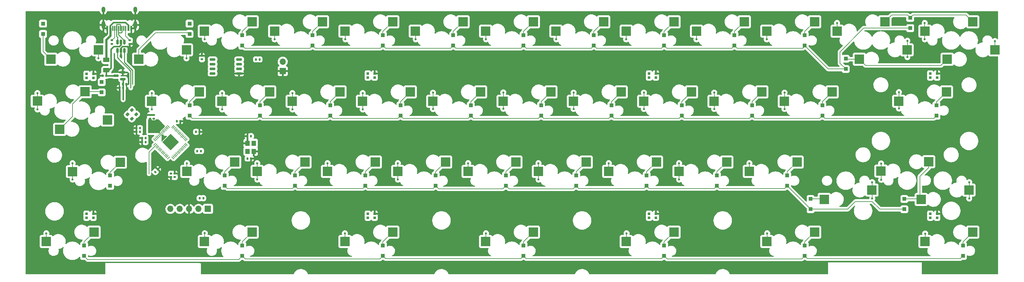
<source format=gbr>
%TF.GenerationSoftware,KiCad,Pcbnew,(6.0.7)*%
%TF.CreationDate,2023-01-25T01:57:20+01:00*%
%TF.ProjectId,william,77696c6c-6961-46d2-9e6b-696361645f70,rev?*%
%TF.SameCoordinates,Original*%
%TF.FileFunction,Copper,L2,Bot*%
%TF.FilePolarity,Positive*%
%FSLAX46Y46*%
G04 Gerber Fmt 4.6, Leading zero omitted, Abs format (unit mm)*
G04 Created by KiCad (PCBNEW (6.0.7)) date 2023-01-25 01:57:20*
%MOMM*%
%LPD*%
G01*
G04 APERTURE LIST*
G04 Aperture macros list*
%AMRoundRect*
0 Rectangle with rounded corners*
0 $1 Rounding radius*
0 $2 $3 $4 $5 $6 $7 $8 $9 X,Y pos of 4 corners*
0 Add a 4 corners polygon primitive as box body*
4,1,4,$2,$3,$4,$5,$6,$7,$8,$9,$2,$3,0*
0 Add four circle primitives for the rounded corners*
1,1,$1+$1,$2,$3*
1,1,$1+$1,$4,$5*
1,1,$1+$1,$6,$7*
1,1,$1+$1,$8,$9*
0 Add four rect primitives between the rounded corners*
20,1,$1+$1,$2,$3,$4,$5,0*
20,1,$1+$1,$4,$5,$6,$7,0*
20,1,$1+$1,$6,$7,$8,$9,0*
20,1,$1+$1,$8,$9,$2,$3,0*%
G04 Aperture macros list end*
%TA.AperFunction,SMDPad,CuDef*%
%ADD10R,0.700000X0.700000*%
%TD*%
%TA.AperFunction,SMDPad,CuDef*%
%ADD11R,2.550000X2.500000*%
%TD*%
%TA.AperFunction,SMDPad,CuDef*%
%ADD12R,1.100000X1.100000*%
%TD*%
%TA.AperFunction,SMDPad,CuDef*%
%ADD13RoundRect,0.140000X-0.140000X-0.170000X0.140000X-0.170000X0.140000X0.170000X-0.140000X0.170000X0*%
%TD*%
%TA.AperFunction,ComponentPad*%
%ADD14R,1.700000X1.700000*%
%TD*%
%TA.AperFunction,ComponentPad*%
%ADD15O,1.700000X1.700000*%
%TD*%
%TA.AperFunction,SMDPad,CuDef*%
%ADD16RoundRect,0.140000X0.140000X0.170000X-0.140000X0.170000X-0.140000X-0.170000X0.140000X-0.170000X0*%
%TD*%
%TA.AperFunction,SMDPad,CuDef*%
%ADD17RoundRect,0.200000X-0.335876X-0.053033X-0.053033X-0.335876X0.335876X0.053033X0.053033X0.335876X0*%
%TD*%
%TA.AperFunction,SMDPad,CuDef*%
%ADD18RoundRect,0.135000X-0.135000X-0.185000X0.135000X-0.185000X0.135000X0.185000X-0.135000X0.185000X0*%
%TD*%
%TA.AperFunction,SMDPad,CuDef*%
%ADD19RoundRect,0.150000X0.587500X0.150000X-0.587500X0.150000X-0.587500X-0.150000X0.587500X-0.150000X0*%
%TD*%
%TA.AperFunction,SMDPad,CuDef*%
%ADD20RoundRect,0.150000X0.650000X0.150000X-0.650000X0.150000X-0.650000X-0.150000X0.650000X-0.150000X0*%
%TD*%
%TA.AperFunction,SMDPad,CuDef*%
%ADD21RoundRect,0.140000X0.170000X-0.140000X0.170000X0.140000X-0.170000X0.140000X-0.170000X-0.140000X0*%
%TD*%
%TA.AperFunction,SMDPad,CuDef*%
%ADD22R,0.600000X1.450000*%
%TD*%
%TA.AperFunction,SMDPad,CuDef*%
%ADD23R,0.300000X1.450000*%
%TD*%
%TA.AperFunction,ComponentPad*%
%ADD24O,1.000000X2.100000*%
%TD*%
%TA.AperFunction,ComponentPad*%
%ADD25O,1.000000X1.600000*%
%TD*%
%TA.AperFunction,SMDPad,CuDef*%
%ADD26RoundRect,0.135000X-0.185000X0.135000X-0.185000X-0.135000X0.185000X-0.135000X0.185000X0.135000X0*%
%TD*%
%TA.AperFunction,SMDPad,CuDef*%
%ADD27RoundRect,0.050000X0.238649X0.309359X-0.309359X-0.238649X-0.238649X-0.309359X0.309359X0.238649X0*%
%TD*%
%TA.AperFunction,SMDPad,CuDef*%
%ADD28RoundRect,0.050000X-0.238649X0.309359X-0.309359X0.238649X0.238649X-0.309359X0.309359X-0.238649X0*%
%TD*%
%TA.AperFunction,ComponentPad*%
%ADD29C,0.600000*%
%TD*%
%TA.AperFunction,SMDPad,CuDef*%
%ADD30RoundRect,0.144000X0.000000X2.059095X-2.059095X0.000000X0.000000X-2.059095X2.059095X0.000000X0*%
%TD*%
%TA.AperFunction,SMDPad,CuDef*%
%ADD31RoundRect,0.135000X0.135000X0.185000X-0.135000X0.185000X-0.135000X-0.185000X0.135000X-0.185000X0*%
%TD*%
%TA.AperFunction,SMDPad,CuDef*%
%ADD32RoundRect,0.140000X0.021213X-0.219203X0.219203X-0.021213X-0.021213X0.219203X-0.219203X0.021213X0*%
%TD*%
%TA.AperFunction,SMDPad,CuDef*%
%ADD33RoundRect,0.250000X-0.625000X0.375000X-0.625000X-0.375000X0.625000X-0.375000X0.625000X0.375000X0*%
%TD*%
%TA.AperFunction,SMDPad,CuDef*%
%ADD34RoundRect,0.140000X-0.170000X0.140000X-0.170000X-0.140000X0.170000X-0.140000X0.170000X0.140000X0*%
%TD*%
%TA.AperFunction,SMDPad,CuDef*%
%ADD35R,1.200000X1.400000*%
%TD*%
%TA.AperFunction,SMDPad,CuDef*%
%ADD36RoundRect,0.150000X0.150000X-0.512500X0.150000X0.512500X-0.150000X0.512500X-0.150000X-0.512500X0*%
%TD*%
%TA.AperFunction,ViaPad*%
%ADD37C,0.600000*%
%TD*%
%TA.AperFunction,Conductor*%
%ADD38C,0.200000*%
%TD*%
%TA.AperFunction,Conductor*%
%ADD39C,0.254000*%
%TD*%
%TA.AperFunction,Conductor*%
%ADD40C,0.381000*%
%TD*%
%TA.AperFunction,Conductor*%
%ADD41C,0.600000*%
%TD*%
G04 APERTURE END LIST*
D10*
%TO.P,D53,1,VDD*%
%TO.N,+5V*%
X262610000Y-94212500D03*
%TO.P,D53,2,DOUT*%
%TO.N,Net-(D51-Pad4)*%
X262610000Y-93112500D03*
%TO.P,D53,3,VSS*%
%TO.N,GND*%
X264440000Y-93112500D03*
%TO.P,D53,4,DIN*%
%TO.N,Net-(D52-Pad2)*%
X264440000Y-94212500D03*
%TD*%
%TO.P,D52,1,VDD*%
%TO.N,+5V*%
X262610000Y-56112500D03*
%TO.P,D52,2,DOUT*%
%TO.N,Net-(D52-Pad2)*%
X262610000Y-55012500D03*
%TO.P,D52,3,VSS*%
%TO.N,GND*%
X264440000Y-55012500D03*
%TO.P,D52,4,DIN*%
%TO.N,Net-(D50-Pad2)*%
X264440000Y-56112500D03*
%TD*%
%TO.P,D51,1,VDD*%
%TO.N,+5V*%
X186410000Y-94212500D03*
%TO.P,D51,2,DOUT*%
%TO.N,Net-(D49-Pad4)*%
X186410000Y-93112500D03*
%TO.P,D51,3,VSS*%
%TO.N,GND*%
X188240000Y-93112500D03*
%TO.P,D51,4,DIN*%
%TO.N,Net-(D51-Pad4)*%
X188240000Y-94212500D03*
%TD*%
%TO.P,D50,1,VDD*%
%TO.N,+5V*%
X186410000Y-56112500D03*
%TO.P,D50,2,DOUT*%
%TO.N,Net-(D50-Pad2)*%
X186410000Y-55012500D03*
%TO.P,D50,3,VSS*%
%TO.N,GND*%
X188240000Y-55012500D03*
%TO.P,D50,4,DIN*%
%TO.N,Net-(D48-Pad2)*%
X188240000Y-56112500D03*
%TD*%
%TO.P,D49,1,VDD*%
%TO.N,+5V*%
X110210000Y-94212500D03*
%TO.P,D49,2,DOUT*%
%TO.N,Net-(D47-Pad4)*%
X110210000Y-93112500D03*
%TO.P,D49,3,VSS*%
%TO.N,GND*%
X112040000Y-93112500D03*
%TO.P,D49,4,DIN*%
%TO.N,Net-(D49-Pad4)*%
X112040000Y-94212500D03*
%TD*%
%TO.P,D48,1,VDD*%
%TO.N,+5V*%
X110210000Y-56112500D03*
%TO.P,D48,2,DOUT*%
%TO.N,Net-(D48-Pad2)*%
X110210000Y-55012500D03*
%TO.P,D48,3,VSS*%
%TO.N,GND*%
X112040000Y-55012500D03*
%TO.P,D48,4,DIN*%
%TO.N,Net-(D46-Pad2)*%
X112040000Y-56112500D03*
%TD*%
%TO.P,D47,1,VDD*%
%TO.N,+5V*%
X34010000Y-94212500D03*
%TO.P,D47,2,DOUT*%
%TO.N,unconnected-(D47-Pad2)*%
X34010000Y-93112500D03*
%TO.P,D47,3,VSS*%
%TO.N,GND*%
X35840000Y-93112500D03*
%TO.P,D47,4,DIN*%
%TO.N,Net-(D47-Pad4)*%
X35840000Y-94212500D03*
%TD*%
%TO.P,D46,1,VDD*%
%TO.N,+5V*%
X34010000Y-56176000D03*
%TO.P,D46,2,DOUT*%
%TO.N,Net-(D46-Pad2)*%
X34010000Y-55076000D03*
%TO.P,D46,3,VSS*%
%TO.N,GND*%
X35840000Y-55076000D03*
%TO.P,D46,4,DIN*%
%TO.N,rgb underglow*%
X35840000Y-56176000D03*
%TD*%
D11*
%TO.P,SW23,1,1*%
%TO.N,Col9*%
X204052500Y-62547500D03*
%TO.P,SW23,2,2*%
%TO.N,Net-(D35-Pad2)*%
X216979500Y-60007500D03*
%TD*%
%TO.P,SW42,1,1*%
%TO.N,Col10*%
X218340000Y-100647500D03*
%TO.P,SW42,2,2*%
%TO.N,Net-(D40-Pad2)*%
X231267000Y-98107500D03*
%TD*%
%TO.P,SW43,1,1*%
%TO.N,Col12*%
X261202500Y-100647500D03*
%TO.P,SW43,2,2*%
%TO.N,Net-(D45-Pad2)*%
X274129500Y-98107500D03*
%TD*%
%TO.P,SW13(1.5)1,1,1*%
%TO.N,Col12*%
X261202500Y-43497500D03*
%TO.P,SW13(1.5)1,2,2*%
%TO.N,Rotary_row1*%
X274129500Y-40957500D03*
%TD*%
%TO.P,SW37(1.75)1,1,1*%
%TO.N,Col11*%
X273086500Y-86677500D03*
%TO.P,SW37(1.75)1,2,2*%
%TO.N,Net-(D43-Pad2)*%
X260159500Y-89217500D03*
%TD*%
%TO.P,SW25,1,1*%
%TO.N,Col11*%
X254090500Y-62540550D03*
%TO.P,SW25,2,2*%
%TO.N,Net-(D42-Pad2)*%
X267017500Y-60000550D03*
%TD*%
%TO.P,SW21,1,1*%
%TO.N,Col7*%
X165952500Y-62547500D03*
%TO.P,SW21,2,2*%
%TO.N,Net-(D28-Pad2)*%
X178879500Y-60007500D03*
%TD*%
%TO.P,SW15,1,1*%
%TO.N,Col1*%
X51652500Y-62547500D03*
%TO.P,SW15,2,2*%
%TO.N,Net-(D7-Pad2)*%
X64579500Y-60007500D03*
%TD*%
%TO.P,SW7,1,1*%
%TO.N,Col6*%
X142140000Y-43497500D03*
%TO.P,SW7,2,2*%
%TO.N,Net-(D23-Pad2)*%
X155067000Y-40957500D03*
%TD*%
%TO.P,SW34,1,1*%
%TO.N,Col8*%
X194527500Y-81597500D03*
%TO.P,SW34,2,2*%
%TO.N,Net-(D32-Pad2)*%
X207454500Y-79057500D03*
%TD*%
%TO.P,SW9,1,1*%
%TO.N,Col8*%
X180240000Y-43497500D03*
%TO.P,SW9,2,2*%
%TO.N,Net-(D30-Pad2)*%
X193167000Y-40957500D03*
%TD*%
%TO.P,SW30,1,1*%
%TO.N,Col4*%
X118327500Y-81597500D03*
%TO.P,SW30,2,2*%
%TO.N,Net-(D18-Pad2)*%
X131254500Y-79057500D03*
%TD*%
%TO.P,SW19,1,1*%
%TO.N,Col5*%
X127852500Y-62547500D03*
%TO.P,SW19,2,2*%
%TO.N,Net-(D21-Pad2)*%
X140779500Y-60007500D03*
%TD*%
%TO.P,SW14(1.25)1,1,1*%
%TO.N,Col0*%
X20676497Y-62506825D03*
%TO.P,SW14(1.25)1,2,2*%
%TO.N,Net-(D3-Pad2)*%
X33603497Y-59966825D03*
%TD*%
%TO.P,SW44,1,1*%
%TO.N,Col4*%
X104040000Y-100647500D03*
%TO.P,SW44,2,2*%
%TO.N,Net-(D19-Pad2)*%
X116967000Y-98107500D03*
%TD*%
%TO.P,SW45,1,1*%
%TO.N,Col8*%
X180240000Y-100647500D03*
%TO.P,SW45,2,2*%
%TO.N,Net-(D33-Pad2)*%
X193167000Y-98107500D03*
%TD*%
%TO.P,SW33,1,1*%
%TO.N,Col7*%
X175477500Y-81597500D03*
%TO.P,SW33,2,2*%
%TO.N,Net-(D29-Pad2)*%
X188404500Y-79057500D03*
%TD*%
%TO.P,SW32,1,1*%
%TO.N,Col6*%
X156427500Y-81597500D03*
%TO.P,SW32,2,2*%
%TO.N,Net-(D25-Pad2)*%
X169354500Y-79057500D03*
%TD*%
%TO.P,SW36,1,1*%
%TO.N,Col10*%
X246797500Y-86677500D03*
%TO.P,SW36,2,2*%
%TO.N,Net-(D39-Pad2)*%
X233870500Y-89217500D03*
%TD*%
%TO.P,SW4,1,1*%
%TO.N,Col3*%
X84990000Y-43497500D03*
%TO.P,SW4,2,2*%
%TO.N,Net-(D13-Pad2)*%
X97917000Y-40957500D03*
%TD*%
%TO.P,SW5,1,1*%
%TO.N,Col4*%
X104040000Y-43497500D03*
%TO.P,SW5,2,2*%
%TO.N,Net-(D16-Pad2)*%
X116967000Y-40957500D03*
%TD*%
%TO.P,SW16,1,1*%
%TO.N,Col2*%
X70702500Y-62547500D03*
%TO.P,SW16,2,2*%
%TO.N,Net-(D10-Pad2)*%
X83629500Y-60007500D03*
%TD*%
%TO.P,SW37(2.75)1,1,1*%
%TO.N,Col11*%
X249264500Y-81534000D03*
%TO.P,SW37(2.75)1,2,2*%
%TO.N,Net-(D43-Pad2)*%
X262191500Y-78994000D03*
%TD*%
%TO.P,SW17,1,1*%
%TO.N,Col3*%
X89752500Y-62547500D03*
%TO.P,SW17,2,2*%
%TO.N,Net-(D14-Pad2)*%
X102679500Y-60007500D03*
%TD*%
%TO.P,SW18,1,1*%
%TO.N,Col4*%
X108802500Y-62547500D03*
%TO.P,SW18,2,2*%
%TO.N,Net-(D17-Pad2)*%
X121729500Y-60007500D03*
%TD*%
%TO.P,SW35,1,1*%
%TO.N,Col9*%
X213577500Y-81597500D03*
%TO.P,SW35,2,2*%
%TO.N,Net-(D36-Pad2)*%
X226504500Y-79057500D03*
%TD*%
%TO.P,SW39,1,1*%
%TO.N,Col0*%
X23077500Y-100647500D03*
%TO.P,SW39,2,2*%
%TO.N,Net-(D5-Pad2)*%
X36004500Y-98107500D03*
%TD*%
%TO.P,SW40,1,1*%
%TO.N,Col2*%
X65940000Y-100647500D03*
%TO.P,SW40,2,2*%
%TO.N,Net-(D12-Pad2)*%
X78867000Y-98107500D03*
%TD*%
%TO.P,SW31,1,1*%
%TO.N,Col5*%
X137377500Y-81597500D03*
%TO.P,SW31,2,2*%
%TO.N,Net-(D22-Pad2)*%
X150304500Y-79057500D03*
%TD*%
%TO.P,SW8,1,1*%
%TO.N,Col7*%
X161190000Y-43497500D03*
%TO.P,SW8,2,2*%
%TO.N,Net-(D27-Pad2)*%
X174117000Y-40957500D03*
%TD*%
%TO.P,SW12,1,1*%
%TO.N,Col11*%
X280135000Y-48577500D03*
%TO.P,SW12,2,2*%
%TO.N,Net-(D41-Pad2)*%
X267208000Y-51117500D03*
%TD*%
%TO.P,SW41,1,1*%
%TO.N,Col6*%
X142140000Y-100647500D03*
%TO.P,SW41,2,2*%
%TO.N,Net-(D26-Pad2)*%
X155067000Y-98107500D03*
%TD*%
%TO.P,SW11,1,1*%
%TO.N,Col10*%
X218340000Y-43497500D03*
%TO.P,SW11,2,2*%
%TO.N,Net-(D37-Pad2)*%
X231267000Y-40957500D03*
%TD*%
%TO.P,SW28,1,1*%
%TO.N,Col2*%
X80227500Y-81597500D03*
%TO.P,SW28,2,2*%
%TO.N,Net-(D11-Pad2)*%
X93154500Y-79057500D03*
%TD*%
%TO.P,SW3,1,1*%
%TO.N,Col2*%
X65940000Y-43497500D03*
%TO.P,SW3,2,2*%
%TO.N,Net-(D9-Pad2)*%
X78867000Y-40957500D03*
%TD*%
%TO.P,SW1,1,1*%
%TO.N,Col0*%
X37247500Y-48577500D03*
%TO.P,SW1,2,2*%
%TO.N,Net-(D2-Pad2)*%
X24320500Y-51117500D03*
%TD*%
%TO.P,SW10,1,1*%
%TO.N,Col9*%
X199290000Y-43497500D03*
%TO.P,SW10,2,2*%
%TO.N,Net-(D34-Pad2)*%
X212217000Y-40957500D03*
%TD*%
%TO.P,SW13,1,1*%
%TO.N,Col12*%
X237390000Y-43497500D03*
%TO.P,SW13,2,2*%
%TO.N,Rotary_row1*%
X250317000Y-40957500D03*
%TD*%
%TO.P,SW27,1,1*%
%TO.N,Col1*%
X61177500Y-81597500D03*
%TO.P,SW27,2,2*%
%TO.N,Net-(D8-Pad2)*%
X74104500Y-79057500D03*
%TD*%
%TO.P,SW22,1,1*%
%TO.N,Col8*%
X185002500Y-62547500D03*
%TO.P,SW22,2,2*%
%TO.N,Net-(D31-Pad2)*%
X197929500Y-60007500D03*
%TD*%
%TO.P,SW6,1,1*%
%TO.N,Col5*%
X123090000Y-43497500D03*
%TO.P,SW6,2,2*%
%TO.N,Net-(D20-Pad2)*%
X136017000Y-40957500D03*
%TD*%
%TO.P,SW24,1,1*%
%TO.N,Col10*%
X223102500Y-62547500D03*
%TO.P,SW24,2,2*%
%TO.N,Net-(D38-Pad2)*%
X236029500Y-60007500D03*
%TD*%
%TO.P,SW29,1,1*%
%TO.N,Col3*%
X99277500Y-81597500D03*
%TO.P,SW29,2,2*%
%TO.N,Net-(D15-Pad2)*%
X112204500Y-79057500D03*
%TD*%
%TO.P,SW20,1,1*%
%TO.N,Col6*%
X146902500Y-62547500D03*
%TO.P,SW20,2,2*%
%TO.N,Net-(D24-Pad2)*%
X159829500Y-60007500D03*
%TD*%
%TO.P,SW14,1,1*%
%TO.N,Col0*%
X39660500Y-67627500D03*
%TO.P,SW14,2,2*%
%TO.N,Net-(D3-Pad2)*%
X26733500Y-70167500D03*
%TD*%
%TO.P,SW2,1,1*%
%TO.N,Col1*%
X61060000Y-48577500D03*
%TO.P,SW2,2,2*%
%TO.N,Net-(D6-Pad2)*%
X48133000Y-51117500D03*
%TD*%
%TO.P,SW12(1.5)1,1,1*%
%TO.N,Col11*%
X256322500Y-48577500D03*
%TO.P,SW12(1.5)1,2,2*%
%TO.N,Net-(D41-Pad2)*%
X243395500Y-51117500D03*
%TD*%
%TO.P,SW26,1,1*%
%TO.N,Col0*%
X30189500Y-81661000D03*
%TO.P,SW26,2,2*%
%TO.N,Net-(D4-Pad2)*%
X43116500Y-79121000D03*
%TD*%
D12*
%TO.P,D12,1,K*%
%TO.N,Row3*%
X76200000Y-104587500D03*
%TO.P,D12,2,A*%
%TO.N,Net-(D12-Pad2)*%
X76200000Y-101787500D03*
%TD*%
%TO.P,D43,1,K*%
%TO.N,Row2*%
X255587500Y-91887500D03*
%TO.P,D43,2,A*%
%TO.N,Net-(D43-Pad2)*%
X255587500Y-89087500D03*
%TD*%
%TO.P,D29,1,K*%
%TO.N,Row2*%
X185737500Y-85537500D03*
%TO.P,D29,2,A*%
%TO.N,Net-(D29-Pad2)*%
X185737500Y-82737500D03*
%TD*%
%TO.P,D34,1,K*%
%TO.N,Row0*%
X209550000Y-47437500D03*
%TO.P,D34,2,A*%
%TO.N,Net-(D34-Pad2)*%
X209550000Y-44637500D03*
%TD*%
%TO.P,D28,1,K*%
%TO.N,Row1*%
X176212500Y-66487500D03*
%TO.P,D28,2,A*%
%TO.N,Net-(D28-Pad2)*%
X176212500Y-63687500D03*
%TD*%
%TO.P,D44,1,K*%
%TO.N,Row0*%
X257175000Y-42675000D03*
%TO.P,D44,2,A*%
%TO.N,Rotary_row1*%
X257175000Y-39875000D03*
%TD*%
%TO.P,D21,1,K*%
%TO.N,Row1*%
X138112500Y-66487500D03*
%TO.P,D21,2,A*%
%TO.N,Net-(D21-Pad2)*%
X138112500Y-63687500D03*
%TD*%
D13*
%TO.P,C7,1*%
%TO.N,+3V3*%
X43843000Y-57912000D03*
%TO.P,C7,2*%
%TO.N,GND*%
X44803000Y-57912000D03*
%TD*%
D12*
%TO.P,D5,1,K*%
%TO.N,Row3*%
X33337500Y-104587500D03*
%TO.P,D5,2,A*%
%TO.N,Net-(D5-Pad2)*%
X33337500Y-101787500D03*
%TD*%
%TO.P,D30,1,K*%
%TO.N,Row0*%
X190500000Y-47437500D03*
%TO.P,D30,2,A*%
%TO.N,Net-(D30-Pad2)*%
X190500000Y-44637500D03*
%TD*%
D14*
%TO.P,SW37,1,1*%
%TO.N,GND*%
X87147000Y-54336000D03*
D15*
%TO.P,SW37,2,2*%
%TO.N,/USB_BOOT*%
X87147000Y-51796000D03*
%TD*%
D16*
%TO.P,C5,1*%
%TO.N,GND*%
X78585000Y-78105000D03*
%TO.P,C5,2*%
%TO.N,Net-(C5-Pad2)*%
X77625000Y-78105000D03*
%TD*%
D12*
%TO.P,D42,1,K*%
%TO.N,Row1*%
X264287000Y-66487500D03*
%TO.P,D42,2,A*%
%TO.N,Net-(D42-Pad2)*%
X264287000Y-63687500D03*
%TD*%
%TO.P,D14,1,K*%
%TO.N,Row1*%
X100012500Y-66487500D03*
%TO.P,D14,2,A*%
%TO.N,Net-(D14-Pad2)*%
X100012500Y-63687500D03*
%TD*%
D17*
%TO.P,R2,1*%
%TO.N,D_N*%
X45136637Y-66091637D03*
%TO.P,R2,2*%
%TO.N,/D_-*%
X46303363Y-67258363D03*
%TD*%
D12*
%TO.P,D11,1,K*%
%TO.N,Row2*%
X90487500Y-85537500D03*
%TO.P,D11,2,A*%
%TO.N,Net-(D11-Pad2)*%
X90487500Y-82737500D03*
%TD*%
D18*
%TO.P,R3,1*%
%TO.N,+3V3*%
X64621588Y-88875000D03*
%TO.P,R3,2*%
%TO.N,RESET*%
X65641588Y-88875000D03*
%TD*%
D12*
%TO.P,D39,1,K*%
%TO.N,Row2*%
X230187500Y-91887500D03*
%TO.P,D39,2,A*%
%TO.N,Net-(D39-Pad2)*%
X230187500Y-89087500D03*
%TD*%
%TO.P,D31,1,K*%
%TO.N,Row1*%
X195262500Y-66487500D03*
%TO.P,D31,2,A*%
%TO.N,Net-(D31-Pad2)*%
X195262500Y-63687500D03*
%TD*%
D19*
%TO.P,U2,1,GND*%
%TO.N,GND*%
X43863500Y-54676000D03*
%TO.P,U2,2,VO*%
%TO.N,+3V3*%
X43863500Y-56576000D03*
%TO.P,U2,3,VI*%
%TO.N,+5V*%
X41988500Y-55626000D03*
%TD*%
D20*
%TO.P,U3,1,~{CS}*%
%TO.N,CS*%
X75355000Y-51181000D03*
%TO.P,U3,2,DO(IO1)*%
%TO.N,SD1*%
X75355000Y-52451000D03*
%TO.P,U3,3,IO2*%
%TO.N,SD2*%
X75355000Y-53721000D03*
%TO.P,U3,4,GND*%
%TO.N,GND*%
X75355000Y-54991000D03*
%TO.P,U3,5,DI(IO0)*%
%TO.N,SD0*%
X68155000Y-54991000D03*
%TO.P,U3,6,CLK*%
%TO.N,QSPI_CLK*%
X68155000Y-53721000D03*
%TO.P,U3,7,IO3*%
%TO.N,SD3*%
X68155000Y-52451000D03*
%TO.P,U3,8,VCC*%
%TO.N,+3V3*%
X68155000Y-51181000D03*
%TD*%
D16*
%TO.P,C16,1*%
%TO.N,+3V3*%
X50010000Y-72517000D03*
%TO.P,C16,2*%
%TO.N,GND*%
X49050000Y-72517000D03*
%TD*%
D21*
%TO.P,C15,1*%
%TO.N,+3V3*%
X51181000Y-67282000D03*
%TO.P,C15,2*%
%TO.N,GND*%
X51181000Y-66322000D03*
%TD*%
%TO.P,C11,1*%
%TO.N,+3V3*%
X57912000Y-83157000D03*
%TO.P,C11,2*%
%TO.N,GND*%
X57912000Y-82197000D03*
%TD*%
D12*
%TO.P,D23,1,K*%
%TO.N,Row0*%
X152400000Y-47437500D03*
%TO.P,D23,2,A*%
%TO.N,Net-(D23-Pad2)*%
X152400000Y-44637500D03*
%TD*%
D22*
%TO.P,J1,A1,GND*%
%TO.N,GND*%
X39612499Y-42764539D03*
%TO.P,J1,A4,VBUS*%
%TO.N,VBUS*%
X40412499Y-42764539D03*
D23*
%TO.P,J1,A5,CC1*%
%TO.N,/CC1*%
X41612499Y-42764539D03*
%TO.P,J1,A6,D+*%
%TO.N,D_USB_P*%
X42612499Y-42764539D03*
%TO.P,J1,A7,D-*%
%TO.N,D_USB_N*%
X43112499Y-42764539D03*
%TO.P,J1,A8,SBU1*%
%TO.N,unconnected-(J1-PadA8)*%
X44112499Y-42764539D03*
D22*
%TO.P,J1,A9,VBUS*%
%TO.N,VBUS*%
X45312499Y-42764539D03*
%TO.P,J1,A12,GND*%
%TO.N,GND*%
X46112499Y-42764539D03*
%TO.P,J1,B1,GND*%
X46112499Y-42764539D03*
%TO.P,J1,B4,VBUS*%
%TO.N,VBUS*%
X45312499Y-42764539D03*
D23*
%TO.P,J1,B5,CC2*%
%TO.N,/CC2*%
X44612499Y-42764539D03*
%TO.P,J1,B6,D+*%
%TO.N,D_USB_P*%
X43612499Y-42764539D03*
%TO.P,J1,B7,D-*%
%TO.N,D_USB_N*%
X42112499Y-42764539D03*
%TO.P,J1,B8,SBU2*%
%TO.N,unconnected-(J1-PadB8)*%
X41112499Y-42764539D03*
D22*
%TO.P,J1,B9,VBUS*%
%TO.N,VBUS*%
X40412499Y-42764539D03*
%TO.P,J1,B12,GND*%
%TO.N,GND*%
X39612499Y-42764539D03*
D24*
%TO.P,J1,S1,SHIELD*%
X47182499Y-41849539D03*
D25*
X47182499Y-37669539D03*
X38542499Y-37669539D03*
D24*
X38542499Y-41849539D03*
%TD*%
D16*
%TO.P,C8,1*%
%TO.N,+3V3*%
X43914000Y-58928000D03*
%TO.P,C8,2*%
%TO.N,GND*%
X42954000Y-58928000D03*
%TD*%
D13*
%TO.P,C14,1*%
%TO.N,+3V3*%
X63655000Y-70866000D03*
%TO.P,C14,2*%
%TO.N,GND*%
X64615000Y-70866000D03*
%TD*%
D26*
%TO.P,R5,1*%
%TO.N,/CC2*%
X45720000Y-45972000D03*
%TO.P,R5,2*%
%TO.N,GND*%
X45720000Y-46992000D03*
%TD*%
D13*
%TO.P,C17,1*%
%TO.N,+3V3*%
X58448000Y-67945000D03*
%TO.P,C17,2*%
%TO.N,GND*%
X59408000Y-67945000D03*
%TD*%
D12*
%TO.P,D24,1,K*%
%TO.N,Row1*%
X157162500Y-66487500D03*
%TO.P,D24,2,A*%
%TO.N,Net-(D24-Pad2)*%
X157162500Y-63687500D03*
%TD*%
D16*
%TO.P,C1,1*%
%TO.N,+1V1*%
X48486000Y-69850000D03*
%TO.P,C1,2*%
%TO.N,GND*%
X47526000Y-69850000D03*
%TD*%
D21*
%TO.P,C2,1*%
%TO.N,+1V1*%
X52197000Y-67282000D03*
%TO.P,C2,2*%
%TO.N,GND*%
X52197000Y-66322000D03*
%TD*%
D12*
%TO.P,D20,1,K*%
%TO.N,Row0*%
X133350000Y-47437500D03*
%TO.P,D20,2,A*%
%TO.N,Net-(D20-Pad2)*%
X133350000Y-44637500D03*
%TD*%
%TO.P,D45,1,K*%
%TO.N,Row3*%
X271462500Y-104587500D03*
%TO.P,D45,2,A*%
%TO.N,Net-(D45-Pad2)*%
X271462500Y-101787500D03*
%TD*%
%TO.P,D40,1,K*%
%TO.N,Row3*%
X228600000Y-104587500D03*
%TO.P,D40,2,A*%
%TO.N,Net-(D40-Pad2)*%
X228600000Y-101787500D03*
%TD*%
%TO.P,D27,1,K*%
%TO.N,Row0*%
X171450000Y-47437500D03*
%TO.P,D27,2,A*%
%TO.N,Net-(D27-Pad2)*%
X171450000Y-44637500D03*
%TD*%
D27*
%TO.P,U1,1,IOVDD*%
%TO.N,+3V3*%
X57361202Y-69390843D03*
%TO.P,U1,2,GPIO0*%
%TO.N,unconnected-(U1-Pad2)*%
X57644045Y-69673686D03*
%TO.P,U1,3,GPIO1*%
%TO.N,unconnected-(U1-Pad3)*%
X57926887Y-69956528D03*
%TO.P,U1,4,GPIO2*%
%TO.N,unconnected-(U1-Pad4)*%
X58209730Y-70239371D03*
%TO.P,U1,5,GPIO3*%
%TO.N,unconnected-(U1-Pad5)*%
X58492573Y-70522214D03*
%TO.P,U1,6,GPIO4*%
%TO.N,unconnected-(U1-Pad6)*%
X58775415Y-70805056D03*
%TO.P,U1,7,GPIO5*%
%TO.N,unconnected-(U1-Pad7)*%
X59058258Y-71087899D03*
%TO.P,U1,8,GPIO6*%
%TO.N,unconnected-(U1-Pad8)*%
X59341101Y-71370742D03*
%TO.P,U1,9,GPIO7*%
%TO.N,unconnected-(U1-Pad9)*%
X59623944Y-71653585D03*
%TO.P,U1,10,IOVDD*%
%TO.N,+3V3*%
X59906786Y-71936427D03*
%TO.P,U1,11,GPIO8*%
%TO.N,unconnected-(U1-Pad11)*%
X60189629Y-72219270D03*
%TO.P,U1,12,GPIO9*%
%TO.N,unconnected-(U1-Pad12)*%
X60472472Y-72502113D03*
%TO.P,U1,13,GPIO10*%
%TO.N,unconnected-(U1-Pad13)*%
X60755314Y-72784955D03*
%TO.P,U1,14,GPIO11*%
%TO.N,unconnected-(U1-Pad14)*%
X61038157Y-73067798D03*
D28*
%TO.P,U1,15,GPIO12*%
%TO.N,unconnected-(U1-Pad15)*%
X61038157Y-74252202D03*
%TO.P,U1,16,GPIO13*%
%TO.N,unconnected-(U1-Pad16)*%
X60755314Y-74535045D03*
%TO.P,U1,17,GPIO14*%
%TO.N,unconnected-(U1-Pad17)*%
X60472472Y-74817887D03*
%TO.P,U1,18,GPIO15*%
%TO.N,unconnected-(U1-Pad18)*%
X60189629Y-75100730D03*
%TO.P,U1,19,TESTEN*%
%TO.N,GND*%
X59906786Y-75383573D03*
%TO.P,U1,20,XTAL_IN*%
%TO.N,XTAL_IN*%
X59623944Y-75666415D03*
%TO.P,U1,21,XTAL_OUT*%
%TO.N,XTAL_OUT*%
X59341101Y-75949258D03*
%TO.P,U1,22,IOVDD*%
%TO.N,+3V3*%
X59058258Y-76232101D03*
%TO.P,U1,23,DVDD*%
%TO.N,+1V1*%
X58775415Y-76514944D03*
%TO.P,U1,24,SWCLK*%
%TO.N,SWCLK*%
X58492573Y-76797786D03*
%TO.P,U1,25,SWDIO*%
%TO.N,SWD*%
X58209730Y-77080629D03*
%TO.P,U1,26,~{RUN}*%
%TO.N,RESET*%
X57926887Y-77363472D03*
%TO.P,U1,27,GPIO16*%
%TO.N,unconnected-(U1-Pad27)*%
X57644045Y-77646314D03*
%TO.P,U1,28,GPIO17*%
%TO.N,unconnected-(U1-Pad28)*%
X57361202Y-77929157D03*
D27*
%TO.P,U1,29,GPIO18*%
%TO.N,unconnected-(U1-Pad29)*%
X56176798Y-77929157D03*
%TO.P,U1,30,GPIO19*%
%TO.N,unconnected-(U1-Pad30)*%
X55893955Y-77646314D03*
%TO.P,U1,31,GPIO20*%
%TO.N,unconnected-(U1-Pad31)*%
X55611113Y-77363472D03*
%TO.P,U1,32,GPIO21*%
%TO.N,unconnected-(U1-Pad32)*%
X55328270Y-77080629D03*
%TO.P,U1,33,IOVDD*%
%TO.N,+3V3*%
X55045427Y-76797786D03*
%TO.P,U1,34,GPIO22*%
%TO.N,unconnected-(U1-Pad34)*%
X54762585Y-76514944D03*
%TO.P,U1,35,GPIO23*%
%TO.N,unconnected-(U1-Pad35)*%
X54479742Y-76232101D03*
%TO.P,U1,36,GPIO24*%
%TO.N,unconnected-(U1-Pad36)*%
X54196899Y-75949258D03*
%TO.P,U1,37,GPIO25*%
%TO.N,unconnected-(U1-Pad37)*%
X53914056Y-75666415D03*
%TO.P,U1,38,GPIO26/ADC0*%
%TO.N,unconnected-(U1-Pad38)*%
X53631214Y-75383573D03*
%TO.P,U1,39,GPIO27/ADC1*%
%TO.N,unconnected-(U1-Pad39)*%
X53348371Y-75100730D03*
%TO.P,U1,40,GPIO28/ADC2*%
%TO.N,unconnected-(U1-Pad40)*%
X53065528Y-74817887D03*
%TO.P,U1,41,GPIO29/ADC3*%
%TO.N,unconnected-(U1-Pad41)*%
X52782686Y-74535045D03*
%TO.P,U1,42,IOVDD*%
%TO.N,+3V3*%
X52499843Y-74252202D03*
D28*
%TO.P,U1,43,ADC_AVDD*%
X52499843Y-73067798D03*
%TO.P,U1,44,VREG_VIN*%
X52782686Y-72784955D03*
%TO.P,U1,45,VREG_VOUT*%
%TO.N,+1V1*%
X53065528Y-72502113D03*
%TO.P,U1,46,D-*%
%TO.N,/D_-*%
X53348371Y-72219270D03*
%TO.P,U1,47,D+*%
%TO.N,/D_+*%
X53631214Y-71936427D03*
%TO.P,U1,48,USB_VDD*%
%TO.N,+3V3*%
X53914056Y-71653585D03*
%TO.P,U1,49,IOVDD*%
X54196899Y-71370742D03*
%TO.P,U1,50,DVDD*%
%TO.N,+1V1*%
X54479742Y-71087899D03*
%TO.P,U1,51,QSPI_SD3*%
%TO.N,SD3*%
X54762585Y-70805056D03*
%TO.P,U1,52,QSPI_SCLK*%
%TO.N,QSPI_CLK*%
X55045427Y-70522214D03*
%TO.P,U1,53,QSPI_SD0*%
%TO.N,SD0*%
X55328270Y-70239371D03*
%TO.P,U1,54,QSPI_SD2*%
%TO.N,SD2*%
X55611113Y-69956528D03*
%TO.P,U1,55,QSPI_SD1*%
%TO.N,SD1*%
X55893955Y-69673686D03*
%TO.P,U1,56,QSPI_SS_N*%
%TO.N,CS*%
X56176798Y-69390843D03*
D29*
%TO.P,U1,57,GND*%
%TO.N,GND*%
X55867439Y-74561561D03*
X56769000Y-71856878D03*
X56769000Y-75463122D03*
X54965878Y-73660000D03*
X57670561Y-74561561D03*
X56769000Y-73660000D03*
X57670561Y-72758439D03*
D30*
X56769000Y-73660000D03*
D29*
X55867439Y-72758439D03*
X58572122Y-73660000D03*
%TD*%
D14*
%TO.P,J2,1,Pin_1*%
%TO.N,RESET*%
X66899000Y-91796000D03*
D15*
%TO.P,J2,2,Pin_2*%
%TO.N,+3V3*%
X64359000Y-91796000D03*
%TO.P,J2,3,Pin_3*%
%TO.N,GND*%
X61819000Y-91796000D03*
%TO.P,J2,4,Pin_4*%
%TO.N,SWD*%
X59279000Y-91796000D03*
%TO.P,J2,5,Pin_5*%
%TO.N,SWCLK*%
X56739000Y-91796000D03*
%TD*%
D12*
%TO.P,D33,1,K*%
%TO.N,Row3*%
X190500000Y-104587500D03*
%TO.P,D33,2,A*%
%TO.N,Net-(D33-Pad2)*%
X190500000Y-101787500D03*
%TD*%
%TO.P,D4,1,K*%
%TO.N,Row2*%
X40386000Y-85537500D03*
%TO.P,D4,2,A*%
%TO.N,Net-(D4-Pad2)*%
X40386000Y-82737500D03*
%TD*%
%TO.P,D16,1,K*%
%TO.N,Row0*%
X114300000Y-47437500D03*
%TO.P,D16,2,A*%
%TO.N,Net-(D16-Pad2)*%
X114300000Y-44637500D03*
%TD*%
D21*
%TO.P,C12,1*%
%TO.N,+3V3*%
X65278000Y-51153000D03*
%TO.P,C12,2*%
%TO.N,GND*%
X65278000Y-50193000D03*
%TD*%
D12*
%TO.P,D3,1,K*%
%TO.N,Row1*%
X38100000Y-57337500D03*
%TO.P,D3,2,A*%
%TO.N,Net-(D3-Pad2)*%
X38100000Y-60137500D03*
%TD*%
%TO.P,D8,1,K*%
%TO.N,Row2*%
X71437500Y-85537500D03*
%TO.P,D8,2,A*%
%TO.N,Net-(D8-Pad2)*%
X71437500Y-82737500D03*
%TD*%
D31*
%TO.P,R7,1*%
%TO.N,Net-(C5-Pad2)*%
X65026000Y-76073000D03*
%TO.P,R7,2*%
%TO.N,XTAL_OUT*%
X64006000Y-76073000D03*
%TD*%
D12*
%TO.P,D15,1,K*%
%TO.N,Row2*%
X109537500Y-85537500D03*
%TO.P,D15,2,A*%
%TO.N,Net-(D15-Pad2)*%
X109537500Y-82737500D03*
%TD*%
D32*
%TO.P,C13,1*%
%TO.N,+3V3*%
X52619589Y-81746411D03*
%TO.P,C13,2*%
%TO.N,GND*%
X53298411Y-81067589D03*
%TD*%
D12*
%TO.P,D22,1,K*%
%TO.N,Row2*%
X147637500Y-85537500D03*
%TO.P,D22,2,A*%
%TO.N,Net-(D22-Pad2)*%
X147637500Y-82737500D03*
%TD*%
%TO.P,D10,1,K*%
%TO.N,Row1*%
X80962500Y-66487500D03*
%TO.P,D10,2,A*%
%TO.N,Net-(D10-Pad2)*%
X80962500Y-63687500D03*
%TD*%
%TO.P,D26,1,K*%
%TO.N,Row3*%
X152400000Y-104587500D03*
%TO.P,D26,2,A*%
%TO.N,Net-(D26-Pad2)*%
X152400000Y-101787500D03*
%TD*%
%TO.P,D32,1,K*%
%TO.N,Row2*%
X204787500Y-85537500D03*
%TO.P,D32,2,A*%
%TO.N,Net-(D32-Pad2)*%
X204787500Y-82737500D03*
%TD*%
%TO.P,D37,1,K*%
%TO.N,Row0*%
X228600000Y-47437500D03*
%TO.P,D37,2,A*%
%TO.N,Net-(D37-Pad2)*%
X228600000Y-44637500D03*
%TD*%
D16*
%TO.P,C4,1*%
%TO.N,+5V*%
X39342000Y-55626000D03*
%TO.P,C4,2*%
%TO.N,GND*%
X38382000Y-55626000D03*
%TD*%
D13*
%TO.P,C6,1*%
%TO.N,GND*%
X77625000Y-72009000D03*
%TO.P,C6,2*%
%TO.N,XTAL_IN*%
X78585000Y-72009000D03*
%TD*%
D12*
%TO.P,D19,1,K*%
%TO.N,Row3*%
X114300000Y-104587500D03*
%TO.P,D19,2,A*%
%TO.N,Net-(D19-Pad2)*%
X114300000Y-101787500D03*
%TD*%
D31*
%TO.P,R6,1*%
%TO.N,/USB_BOOT*%
X80901000Y-51181000D03*
%TO.P,R6,2*%
%TO.N,CS*%
X79881000Y-51181000D03*
%TD*%
D12*
%TO.P,D9,1,K*%
%TO.N,Row0*%
X76200000Y-47437500D03*
%TO.P,D9,2,A*%
%TO.N,Net-(D9-Pad2)*%
X76200000Y-44637500D03*
%TD*%
D16*
%TO.P,C10,1*%
%TO.N,+3V3*%
X50010000Y-73660000D03*
%TO.P,C10,2*%
%TO.N,GND*%
X49050000Y-73660000D03*
%TD*%
D12*
%TO.P,D17,1,K*%
%TO.N,Row1*%
X119062500Y-66487500D03*
%TO.P,D17,2,A*%
%TO.N,Net-(D17-Pad2)*%
X119062500Y-63687500D03*
%TD*%
%TO.P,D7,1,K*%
%TO.N,Row1*%
X61912500Y-66487500D03*
%TO.P,D7,2,A*%
%TO.N,Net-(D7-Pad2)*%
X61912500Y-63687500D03*
%TD*%
%TO.P,D2,1,K*%
%TO.N,Row0*%
X22225000Y-41462500D03*
%TO.P,D2,2,A*%
%TO.N,Net-(D2-Pad2)*%
X22225000Y-44262500D03*
%TD*%
D33*
%TO.P,F1,1*%
%TO.N,VBUS*%
X39370000Y-51305000D03*
%TO.P,F1,2*%
%TO.N,+5V*%
X39370000Y-54105000D03*
%TD*%
D34*
%TO.P,C3,1*%
%TO.N,+1V1*%
X56896000Y-82197000D03*
%TO.P,C3,2*%
%TO.N,GND*%
X56896000Y-83157000D03*
%TD*%
D12*
%TO.P,D6,1,K*%
%TO.N,Row0*%
X61912500Y-41462500D03*
%TO.P,D6,2,A*%
%TO.N,Net-(D6-Pad2)*%
X61912500Y-44262500D03*
%TD*%
D17*
%TO.P,R1,1*%
%TO.N,D_P*%
X46279637Y-64948637D03*
%TO.P,R1,2*%
%TO.N,/D_+*%
X47446363Y-66115363D03*
%TD*%
D12*
%TO.P,D25,1,K*%
%TO.N,Row2*%
X166687500Y-85537500D03*
%TO.P,D25,2,A*%
%TO.N,Net-(D25-Pad2)*%
X166687500Y-82737500D03*
%TD*%
D26*
%TO.P,R4,2*%
%TO.N,GND*%
X40894000Y-46992000D03*
%TO.P,R4,1*%
%TO.N,/CC1*%
X40894000Y-45972000D03*
%TD*%
D12*
%TO.P,D36,1,K*%
%TO.N,Row2*%
X223837500Y-85537500D03*
%TO.P,D36,2,A*%
%TO.N,Net-(D36-Pad2)*%
X223837500Y-82737500D03*
%TD*%
D35*
%TO.P,Y1,1,1*%
%TO.N,Net-(C5-Pad2)*%
X77636000Y-76157000D03*
%TO.P,Y1,2,2*%
%TO.N,GND*%
X77636000Y-73957000D03*
%TO.P,Y1,3,3*%
%TO.N,XTAL_IN*%
X79336000Y-73957000D03*
%TO.P,Y1,4,4*%
%TO.N,GND*%
X79336000Y-76157000D03*
%TD*%
D36*
%TO.P,U4,1,I/O1*%
%TO.N,D_P*%
X44257000Y-48762500D03*
%TO.P,U4,2,GND*%
%TO.N,GND*%
X43307000Y-48762500D03*
%TO.P,U4,3,I/O2*%
%TO.N,D_N*%
X42357000Y-48762500D03*
%TO.P,U4,4,I/O2*%
%TO.N,D_USB_N*%
X42357000Y-46487500D03*
%TO.P,U4,5,VBUS*%
%TO.N,+5V*%
X43307000Y-46487500D03*
%TO.P,U4,6,I/O1*%
%TO.N,D_USB_P*%
X44257000Y-46487500D03*
%TD*%
D12*
%TO.P,D18,1,K*%
%TO.N,Row2*%
X128587500Y-85537500D03*
%TO.P,D18,2,A*%
%TO.N,Net-(D18-Pad2)*%
X128587500Y-82737500D03*
%TD*%
%TO.P,D41,1,K*%
%TO.N,Row0*%
X239712500Y-53787500D03*
%TO.P,D41,2,A*%
%TO.N,Net-(D41-Pad2)*%
X239712500Y-50987500D03*
%TD*%
%TO.P,D35,1,K*%
%TO.N,Row1*%
X214312500Y-66487500D03*
%TO.P,D35,2,A*%
%TO.N,Net-(D35-Pad2)*%
X214312500Y-63687500D03*
%TD*%
%TO.P,D38,1,K*%
%TO.N,Row1*%
X233362500Y-66487500D03*
%TO.P,D38,2,A*%
%TO.N,Net-(D38-Pad2)*%
X233362500Y-63687500D03*
%TD*%
D16*
%TO.P,C9,1*%
%TO.N,+3V3*%
X48486000Y-70866000D03*
%TO.P,C9,2*%
%TO.N,GND*%
X47526000Y-70866000D03*
%TD*%
D12*
%TO.P,D13,1,K*%
%TO.N,Row0*%
X95250000Y-47437500D03*
%TO.P,D13,2,A*%
%TO.N,Net-(D13-Pad2)*%
X95250000Y-44637500D03*
%TD*%
D37*
%TO.N,Col12*%
X237363000Y-41275000D03*
%TO.N,Col0*%
X23114000Y-98425000D03*
%TO.N,Col2*%
X66040000Y-98398000D03*
%TO.N,Col4*%
X104013000Y-98425000D03*
%TO.N,Col6*%
X142240000Y-98425000D03*
%TO.N,Col8*%
X180340000Y-98425000D03*
%TO.N,Col10*%
X218440000Y-98425000D03*
%TO.N,Col12*%
X261239000Y-98502000D03*
%TO.N,Col11*%
X273177000Y-88977000D03*
X273177000Y-84532000D03*
X249301000Y-83897000D03*
X249301000Y-79452000D03*
%TO.N,Col10*%
X246888000Y-88977000D03*
X246888000Y-84532000D03*
%TO.N,Col9*%
X213614000Y-79375000D03*
%TO.N,Col8*%
X194564000Y-83820000D03*
X194564000Y-79375000D03*
%TO.N,Col7*%
X175514000Y-79375000D03*
%TO.N,Col6*%
X156464000Y-83820000D03*
X156464000Y-79375000D03*
%TO.N,Col5*%
X137414000Y-79375000D03*
%TO.N,Col4*%
X118364000Y-83820000D03*
X118364000Y-79375000D03*
%TO.N,Col3*%
X99314000Y-79375000D03*
%TO.N,Col2*%
X80264000Y-83820000D03*
X80264000Y-79375000D03*
%TO.N,Col1*%
X61214000Y-79375000D03*
%TO.N,Col0*%
X30226000Y-83820000D03*
X30226000Y-79375000D03*
%TO.N,Col11*%
X280162000Y-46178000D03*
X256413000Y-50546000D03*
X256413000Y-46101000D03*
%TO.N,Col12*%
X261112000Y-45720000D03*
X261112000Y-41275000D03*
%TO.N,Col10*%
X218313000Y-45720000D03*
%TO.N,Col9*%
X199263000Y-45720000D03*
%TO.N,Col8*%
X180213000Y-45720000D03*
%TO.N,Col7*%
X161290000Y-45720000D03*
%TO.N,Col6*%
X142240000Y-45720000D03*
%TO.N,Col5*%
X123190000Y-45720000D03*
%TO.N,Col4*%
X104140000Y-45720000D03*
%TO.N,Col3*%
X84963000Y-45720000D03*
%TO.N,Col2*%
X66040000Y-45720000D03*
%TO.N,Col1*%
X61087000Y-50877000D03*
%TO.N,Col0*%
X37211000Y-50877000D03*
X20701000Y-64770000D03*
X20701000Y-60325000D03*
%TO.N,Col1*%
X51689000Y-64770000D03*
X51689000Y-60325000D03*
%TO.N,Col2*%
X70739000Y-64770000D03*
X70739000Y-60325000D03*
%TO.N,Col3*%
X89789000Y-64770000D03*
X89789000Y-60325000D03*
%TO.N,Col11*%
X254127000Y-64516000D03*
X254127000Y-60071000D03*
%TO.N,Col10*%
X223139000Y-64643000D03*
X223139000Y-60198000D03*
%TO.N,Col9*%
X204089000Y-64643000D03*
X204089000Y-60198000D03*
%TO.N,Col8*%
X185039000Y-64643000D03*
X185039000Y-60198000D03*
%TO.N,Col7*%
X165989000Y-64643000D03*
X165989000Y-60198000D03*
%TO.N,Col6*%
X146939000Y-64593000D03*
X146939000Y-60148000D03*
%TO.N,Col5*%
X127889000Y-64670000D03*
X127889000Y-60225000D03*
%TO.N,Col4*%
X108839000Y-64770000D03*
X108839000Y-60325000D03*
%TO.N,GND*%
X43871943Y-53372441D03*
X42037000Y-58928000D03*
X37084000Y-55626000D03*
X45720000Y-48133000D03*
X38100000Y-44577000D03*
X47752000Y-44577000D03*
%TD*%
D38*
%TO.N,Row0*%
X94554500Y-48133000D02*
X95250000Y-47437500D01*
X76895500Y-48133000D02*
X94554500Y-48133000D01*
X76200000Y-47437500D02*
X76895500Y-48133000D01*
%TO.N,Net-(D6-Pad2)*%
X52703401Y-43943599D02*
X52578000Y-44069000D01*
X61593599Y-43943599D02*
X52703401Y-43943599D01*
X61912500Y-44262500D02*
X61593599Y-43943599D01*
X52578000Y-44069000D02*
X48133000Y-48514000D01*
%TO.N,Row3*%
X270768599Y-105281401D02*
X271462500Y-104587500D01*
X229293901Y-105281401D02*
X270768599Y-105281401D01*
X228600000Y-104587500D02*
X229293901Y-105281401D01*
X227777500Y-105410000D02*
X228600000Y-104587500D01*
X191322500Y-105410000D02*
X227777500Y-105410000D01*
X190500000Y-104587500D02*
X191322500Y-105410000D01*
%TO.N,Col12*%
X237363000Y-41275000D02*
X237363000Y-43461000D01*
%TO.N,Col0*%
X23114000Y-98425000D02*
X23114000Y-100611000D01*
%TO.N,Col2*%
X66040000Y-98398000D02*
X66040000Y-100584000D01*
%TO.N,Col4*%
X104013000Y-98425000D02*
X104013000Y-100611000D01*
%TO.N,Col6*%
X142240000Y-98425000D02*
X142240000Y-100611000D01*
%TO.N,Col8*%
X180340000Y-98425000D02*
X180340000Y-100611000D01*
%TO.N,Col10*%
X218440000Y-98425000D02*
X218440000Y-100611000D01*
%TO.N,Col12*%
X261239000Y-98502000D02*
X261239000Y-100688000D01*
%TO.N,Col11*%
X273177000Y-84532000D02*
X273177000Y-86718000D01*
X273177000Y-88977000D02*
X273177000Y-86791000D01*
X249301000Y-79452000D02*
X249301000Y-81638000D01*
X249301000Y-83897000D02*
X249301000Y-81711000D01*
%TO.N,Col10*%
X246888000Y-84532000D02*
X246888000Y-86718000D01*
X246888000Y-88977000D02*
X246888000Y-86791000D01*
%TO.N,Col9*%
X213614000Y-79375000D02*
X213614000Y-81561000D01*
%TO.N,Col8*%
X194564000Y-79375000D02*
X194564000Y-81561000D01*
X194564000Y-83820000D02*
X194564000Y-81634000D01*
%TO.N,Col7*%
X175514000Y-79375000D02*
X175514000Y-81561000D01*
%TO.N,Col6*%
X156464000Y-79375000D02*
X156464000Y-81561000D01*
X156464000Y-83820000D02*
X156464000Y-81634000D01*
%TO.N,Col5*%
X137414000Y-79375000D02*
X137414000Y-81561000D01*
%TO.N,Col4*%
X118364000Y-79375000D02*
X118364000Y-81561000D01*
X118364000Y-83820000D02*
X118364000Y-81634000D01*
%TO.N,Col3*%
X99314000Y-79375000D02*
X99314000Y-81561000D01*
%TO.N,Col2*%
X80264000Y-79375000D02*
X80264000Y-81561000D01*
X80264000Y-83820000D02*
X80264000Y-81634000D01*
%TO.N,Col1*%
X61214000Y-79375000D02*
X61214000Y-81561000D01*
%TO.N,Col0*%
X30226000Y-79375000D02*
X30226000Y-81561000D01*
X30226000Y-83820000D02*
X30226000Y-81634000D01*
%TO.N,Col11*%
X280162000Y-46178000D02*
X280162000Y-48364000D01*
X256413000Y-46101000D02*
X256413000Y-48287000D01*
X256413000Y-50546000D02*
X256413000Y-48360000D01*
%TO.N,Col12*%
X261112000Y-41275000D02*
X261112000Y-43461000D01*
X261112000Y-45720000D02*
X261112000Y-43534000D01*
%TO.N,Col10*%
X218313000Y-45720000D02*
X218313000Y-43534000D01*
%TO.N,Col9*%
X199263000Y-45720000D02*
X199263000Y-43534000D01*
%TO.N,Col8*%
X180213000Y-45720000D02*
X180213000Y-43534000D01*
%TO.N,Col7*%
X161290000Y-45720000D02*
X161290000Y-43534000D01*
%TO.N,Col6*%
X142240000Y-45720000D02*
X142240000Y-43534000D01*
%TO.N,Col5*%
X123190000Y-45720000D02*
X123190000Y-43534000D01*
%TO.N,Col4*%
X104140000Y-45720000D02*
X104140000Y-43534000D01*
%TO.N,Col3*%
X84963000Y-45720000D02*
X84963000Y-43534000D01*
%TO.N,Col2*%
X66040000Y-45720000D02*
X66040000Y-43534000D01*
%TO.N,Col1*%
X61087000Y-50877000D02*
X61087000Y-48691000D01*
%TO.N,Col0*%
X37211000Y-50877000D02*
X37211000Y-48691000D01*
X20701000Y-60325000D02*
X20701000Y-62511000D01*
X20701000Y-64770000D02*
X20701000Y-62584000D01*
%TO.N,Col1*%
X51689000Y-60325000D02*
X51689000Y-62511000D01*
X51689000Y-64770000D02*
X51689000Y-62584000D01*
%TO.N,Col2*%
X70739000Y-60325000D02*
X70739000Y-62511000D01*
X70739000Y-64770000D02*
X70739000Y-62584000D01*
%TO.N,Col3*%
X89789000Y-60325000D02*
X89789000Y-62511000D01*
X89789000Y-64770000D02*
X89789000Y-62584000D01*
%TO.N,Col11*%
X254127000Y-60071000D02*
X254127000Y-62257000D01*
X254127000Y-64516000D02*
X254127000Y-62330000D01*
%TO.N,Col10*%
X223139000Y-60198000D02*
X223139000Y-62384000D01*
X223139000Y-64643000D02*
X223139000Y-62457000D01*
%TO.N,Col9*%
X204089000Y-60198000D02*
X204089000Y-62384000D01*
X204089000Y-64643000D02*
X204089000Y-62457000D01*
%TO.N,Col8*%
X185039000Y-60198000D02*
X185039000Y-62384000D01*
X185039000Y-64643000D02*
X185039000Y-62457000D01*
%TO.N,Col7*%
X165989000Y-60198000D02*
X165989000Y-62384000D01*
X165989000Y-64643000D02*
X165989000Y-62457000D01*
%TO.N,Col6*%
X146939000Y-60148000D02*
X146939000Y-62334000D01*
X146939000Y-64593000D02*
X146939000Y-62407000D01*
%TO.N,Col5*%
X127889000Y-60225000D02*
X127889000Y-62411000D01*
X127889000Y-64670000D02*
X127889000Y-62484000D01*
%TO.N,Col4*%
X108839000Y-64770000D02*
X108839000Y-62584000D01*
X108839000Y-60325000D02*
X108839000Y-62511000D01*
%TO.N,Row3*%
X189804500Y-105283000D02*
X190500000Y-104587500D01*
X153095500Y-105283000D02*
X189804500Y-105283000D01*
X152400000Y-104587500D02*
X153095500Y-105283000D01*
X151704500Y-105283000D02*
X152400000Y-104587500D01*
X114995500Y-105283000D02*
X151704500Y-105283000D01*
X114300000Y-104587500D02*
X114995500Y-105283000D01*
X77022500Y-105410000D02*
X113477500Y-105410000D01*
X76200000Y-104587500D02*
X77022500Y-105410000D01*
X113477500Y-105410000D02*
X114300000Y-104587500D01*
X75250500Y-105537000D02*
X76200000Y-104587500D01*
X34287000Y-105537000D02*
X75250500Y-105537000D01*
X33337500Y-104587500D02*
X34287000Y-105537000D01*
%TO.N,Row2*%
X248986500Y-91887500D02*
X255587500Y-91887500D01*
X246888000Y-89789000D02*
X248986500Y-91887500D01*
X242316000Y-89789000D02*
X246888000Y-89789000D01*
X230187500Y-91887500D02*
X240217500Y-91887500D01*
X240217500Y-91887500D02*
X242316000Y-89789000D01*
X223837500Y-85537500D02*
X230187500Y-91887500D01*
X205483000Y-86233000D02*
X223142000Y-86233000D01*
X223142000Y-86233000D02*
X223837500Y-85537500D01*
X204787500Y-85537500D02*
X205483000Y-86233000D01*
X204092000Y-86233000D02*
X204787500Y-85537500D01*
X186433000Y-86233000D02*
X204092000Y-86233000D01*
X185737500Y-85537500D02*
X186433000Y-86233000D01*
X167383000Y-86233000D02*
X185042000Y-86233000D01*
X185042000Y-86233000D02*
X185737500Y-85537500D01*
X166687500Y-85537500D02*
X167383000Y-86233000D01*
X148460000Y-86360000D02*
X165865000Y-86360000D01*
X147637500Y-85537500D02*
X148460000Y-86360000D01*
X165865000Y-86360000D02*
X166687500Y-85537500D01*
X146815000Y-86360000D02*
X147637500Y-85537500D01*
X129410000Y-86360000D02*
X146815000Y-86360000D01*
X128587500Y-85537500D02*
X129410000Y-86360000D01*
X110233000Y-86233000D02*
X127892000Y-86233000D01*
X127892000Y-86233000D02*
X128587500Y-85537500D01*
X109537500Y-85537500D02*
X110233000Y-86233000D01*
X108842000Y-86233000D02*
X109537500Y-85537500D01*
X90487500Y-85537500D02*
X91183000Y-86233000D01*
X91183000Y-86233000D02*
X108842000Y-86233000D01*
X72133000Y-86233000D02*
X89792000Y-86233000D01*
X89792000Y-86233000D02*
X90487500Y-85537500D01*
X71437500Y-85537500D02*
X72133000Y-86233000D01*
%TO.N,Row1*%
X263591500Y-67183000D02*
X264287000Y-66487500D01*
X234058000Y-67183000D02*
X263591500Y-67183000D01*
X233362500Y-66487500D02*
X234058000Y-67183000D01*
X232667000Y-67183000D02*
X233362500Y-66487500D01*
X214312500Y-66487500D02*
X215008000Y-67183000D01*
X215008000Y-67183000D02*
X232667000Y-67183000D01*
X195958000Y-67183000D02*
X213617000Y-67183000D01*
X213617000Y-67183000D02*
X214312500Y-66487500D01*
X195262500Y-66487500D02*
X195958000Y-67183000D01*
X194568599Y-67181401D02*
X195262500Y-66487500D01*
X176212500Y-66487500D02*
X176906401Y-67181401D01*
X176906401Y-67181401D02*
X194568599Y-67181401D01*
X175517000Y-67183000D02*
X176212500Y-66487500D01*
X157858000Y-67183000D02*
X175517000Y-67183000D01*
X157162500Y-66487500D02*
X157858000Y-67183000D01*
X156467000Y-67183000D02*
X157162500Y-66487500D01*
X138808000Y-67183000D02*
X156467000Y-67183000D01*
X138112500Y-66487500D02*
X138808000Y-67183000D01*
X137418599Y-67181401D02*
X138112500Y-66487500D01*
X119756401Y-67181401D02*
X137418599Y-67181401D01*
X119062500Y-66487500D02*
X119756401Y-67181401D01*
X118368599Y-67181401D02*
X119062500Y-66487500D01*
X117857599Y-67181401D02*
X118368599Y-67181401D01*
X100706401Y-67181401D02*
X117857599Y-67181401D01*
X100012500Y-66487500D02*
X100706401Y-67181401D01*
X81656401Y-67181401D02*
X99318599Y-67181401D01*
X80962500Y-66487500D02*
X81656401Y-67181401D01*
X99318599Y-67181401D02*
X100012500Y-66487500D01*
X80268599Y-67181401D02*
X80962500Y-66487500D01*
X62606401Y-67181401D02*
X80268599Y-67181401D01*
X61912500Y-66487500D02*
X62606401Y-67181401D01*
%TO.N,Row0*%
X238125000Y-49149000D02*
X238125000Y-52200000D01*
X238125000Y-52200000D02*
X239712500Y-53787500D01*
X244599000Y-42675000D02*
X238125000Y-49149000D01*
X257175000Y-42675000D02*
X244599000Y-42675000D01*
X234950000Y-53787500D02*
X239712500Y-53787500D01*
X228600000Y-47437500D02*
X234950000Y-53787500D01*
X228092000Y-48131401D02*
X228600000Y-47623401D01*
X210243901Y-48131401D02*
X228092000Y-48131401D01*
X228600000Y-47623401D02*
X228600000Y-47437500D01*
X209550000Y-47437500D02*
X210243901Y-48131401D01*
X208854500Y-48133000D02*
X209550000Y-47437500D01*
X191195500Y-48133000D02*
X208854500Y-48133000D01*
X190500000Y-47437500D02*
X191195500Y-48133000D01*
X189804500Y-48133000D02*
X190500000Y-47437500D01*
X172145500Y-48133000D02*
X189804500Y-48133000D01*
X171450000Y-47437500D02*
X172145500Y-48133000D01*
X170756099Y-48131401D02*
X171450000Y-47437500D01*
X153093901Y-48131401D02*
X170756099Y-48131401D01*
X152400000Y-47437500D02*
X153093901Y-48131401D01*
X151704500Y-48133000D02*
X152400000Y-47437500D01*
X134045500Y-48133000D02*
X151704500Y-48133000D01*
X133350000Y-47437500D02*
X134045500Y-48133000D01*
X132656099Y-48131401D02*
X133350000Y-47437500D01*
X114993901Y-48131401D02*
X132656099Y-48131401D01*
X114300000Y-47437500D02*
X114993901Y-48131401D01*
X113606099Y-48131401D02*
X114300000Y-47437500D01*
X95943901Y-48131401D02*
X113606099Y-48131401D01*
X95250000Y-47437500D02*
X95943901Y-48131401D01*
%TO.N,Net-(D45-Pad2)*%
X274129500Y-98107500D02*
X271462500Y-100774500D01*
X271462500Y-100774500D02*
X271462500Y-101787500D01*
%TO.N,Net-(D40-Pad2)*%
X228600000Y-100774500D02*
X228600000Y-101787500D01*
X231267000Y-98107500D02*
X228600000Y-100774500D01*
%TO.N,Net-(D33-Pad2)*%
X190500000Y-100774500D02*
X190500000Y-101787500D01*
X193167000Y-98107500D02*
X190500000Y-100774500D01*
%TO.N,Net-(D26-Pad2)*%
X152400000Y-100774500D02*
X152400000Y-101787500D01*
X155067000Y-98107500D02*
X152400000Y-100774500D01*
%TO.N,Net-(D19-Pad2)*%
X116967000Y-98107500D02*
X114300000Y-100774500D01*
X114300000Y-100774500D02*
X114300000Y-101787500D01*
%TO.N,Net-(D12-Pad2)*%
X78867000Y-98107500D02*
X76200000Y-100774500D01*
X76200000Y-100774500D02*
X76200000Y-101787500D01*
%TO.N,Net-(D5-Pad2)*%
X33337500Y-100774500D02*
X33337500Y-101787500D01*
X36004500Y-98107500D02*
X33337500Y-100774500D01*
%TO.N,Rotary_row1*%
X256413000Y-39116000D02*
X252158500Y-39116000D01*
X257172000Y-39875000D02*
X256413000Y-39116000D01*
X257175000Y-39875000D02*
X257172000Y-39875000D01*
X252158500Y-39116000D02*
X250317000Y-40957500D01*
%TO.N,Net-(D41-Pad2)*%
X245110000Y-52832000D02*
X243395500Y-51117500D01*
X245745000Y-52832000D02*
X245110000Y-52832000D01*
X265493500Y-52832000D02*
X245745000Y-52832000D01*
X267208000Y-51117500D02*
X265493500Y-52832000D01*
%TO.N,Net-(D43-Pad2)*%
X260159500Y-89217500D02*
X259778500Y-88836500D01*
X262191500Y-80581500D02*
X259778500Y-82994500D01*
X259778500Y-88836500D02*
X259778500Y-82994500D01*
X262191500Y-78994000D02*
X262191500Y-80581500D01*
X260029500Y-89087500D02*
X260159500Y-89217500D01*
X255587500Y-89087500D02*
X260029500Y-89087500D01*
%TO.N,Net-(D39-Pad2)*%
X233740500Y-89087500D02*
X233870500Y-89217500D01*
X230187500Y-89087500D02*
X233740500Y-89087500D01*
%TO.N,Net-(D36-Pad2)*%
X223837500Y-81724500D02*
X223837500Y-82737500D01*
X226504500Y-79057500D02*
X223837500Y-81724500D01*
%TO.N,Net-(D32-Pad2)*%
X204787500Y-81724500D02*
X204787500Y-82737500D01*
X207454500Y-79057500D02*
X204787500Y-81724500D01*
%TO.N,Net-(D29-Pad2)*%
X185737500Y-81724500D02*
X185737500Y-82737500D01*
X188404500Y-79057500D02*
X185737500Y-81724500D01*
%TO.N,Net-(D25-Pad2)*%
X169354500Y-79057500D02*
X166687500Y-81724500D01*
X166687500Y-81724500D02*
X166687500Y-82737500D01*
%TO.N,Net-(D22-Pad2)*%
X147637500Y-81724500D02*
X147637500Y-82737500D01*
X150304500Y-79057500D02*
X147637500Y-81724500D01*
%TO.N,Net-(D18-Pad2)*%
X131254500Y-79057500D02*
X128587500Y-81724500D01*
X128587500Y-81724500D02*
X128587500Y-82737500D01*
%TO.N,Net-(D15-Pad2)*%
X109537500Y-81724500D02*
X109537500Y-82737500D01*
X112204500Y-79057500D02*
X109537500Y-81724500D01*
%TO.N,Net-(D11-Pad2)*%
X90487500Y-81724500D02*
X90487500Y-82737500D01*
X93154500Y-79057500D02*
X90487500Y-81724500D01*
%TO.N,Net-(D8-Pad2)*%
X71437500Y-81724500D02*
X71437500Y-82737500D01*
X74104500Y-79057500D02*
X71437500Y-81724500D01*
%TO.N,Net-(D4-Pad2)*%
X40386000Y-81851500D02*
X40386000Y-82737500D01*
X43116500Y-79121000D02*
X40386000Y-81851500D01*
%TO.N,Net-(D3-Pad2)*%
X30226000Y-63344322D02*
X33603497Y-59966825D01*
X26733500Y-70167500D02*
X30226000Y-66675000D01*
X30226000Y-66675000D02*
X30226000Y-63344322D01*
X37929325Y-59966825D02*
X38100000Y-60137500D01*
X33603497Y-59966825D02*
X37929325Y-59966825D01*
%TO.N,Net-(D7-Pad2)*%
X64579500Y-60007500D02*
X61912500Y-62674500D01*
X61912500Y-62674500D02*
X61912500Y-63687500D01*
%TO.N,Net-(D10-Pad2)*%
X80962500Y-62674500D02*
X80962500Y-63687500D01*
X83629500Y-60007500D02*
X80962500Y-62674500D01*
%TO.N,Net-(D14-Pad2)*%
X100012500Y-62674500D02*
X100012500Y-63687500D01*
X102679500Y-60007500D02*
X100012500Y-62674500D01*
%TO.N,Net-(D17-Pad2)*%
X119062500Y-62674500D02*
X119062500Y-63687500D01*
X121729500Y-60007500D02*
X119062500Y-62674500D01*
%TO.N,Net-(D21-Pad2)*%
X138112500Y-62674500D02*
X138112500Y-63687500D01*
X140779500Y-60007500D02*
X138112500Y-62674500D01*
%TO.N,Net-(D24-Pad2)*%
X157162500Y-62674500D02*
X157162500Y-63687500D01*
X159829500Y-60007500D02*
X157162500Y-62674500D01*
%TO.N,Net-(D28-Pad2)*%
X176212500Y-62674500D02*
X176212500Y-63687500D01*
X178879500Y-60007500D02*
X176212500Y-62674500D01*
%TO.N,Net-(D31-Pad2)*%
X195262500Y-62674500D02*
X195262500Y-63687500D01*
X197929500Y-60007500D02*
X195262500Y-62674500D01*
%TO.N,Net-(D35-Pad2)*%
X216979500Y-60007500D02*
X214312500Y-62674500D01*
X214312500Y-62674500D02*
X214312500Y-63687500D01*
%TO.N,Net-(D38-Pad2)*%
X233362500Y-62674500D02*
X233362500Y-63687500D01*
X236029500Y-60007500D02*
X233362500Y-62674500D01*
%TO.N,Net-(D42-Pad2)*%
X264287000Y-62731050D02*
X264287000Y-63687500D01*
X267017500Y-60000550D02*
X264287000Y-62731050D01*
%TO.N,Rotary_row1*%
X272288000Y-39116000D02*
X257934000Y-39116000D01*
X257934000Y-39116000D02*
X257175000Y-39875000D01*
X274129500Y-40957500D02*
X272288000Y-39116000D01*
%TO.N,Net-(D41-Pad2)*%
X239842500Y-51117500D02*
X239712500Y-50987500D01*
X243395500Y-51117500D02*
X239842500Y-51117500D01*
%TO.N,Net-(D37-Pad2)*%
X228600000Y-43624500D02*
X228600000Y-44637500D01*
X231267000Y-40957500D02*
X228600000Y-43624500D01*
%TO.N,Net-(D34-Pad2)*%
X209550000Y-43624500D02*
X209550000Y-44637500D01*
X212217000Y-40957500D02*
X209550000Y-43624500D01*
%TO.N,Net-(D30-Pad2)*%
X190500000Y-43624500D02*
X190500000Y-44637500D01*
X193167000Y-40957500D02*
X190500000Y-43624500D01*
%TO.N,Net-(D27-Pad2)*%
X171450000Y-43624500D02*
X171450000Y-44637500D01*
X174117000Y-40957500D02*
X171450000Y-43624500D01*
%TO.N,Net-(D23-Pad2)*%
X152400000Y-43624500D02*
X152400000Y-44637500D01*
X155067000Y-40957500D02*
X152400000Y-43624500D01*
%TO.N,Net-(D20-Pad2)*%
X133350000Y-43624500D02*
X133350000Y-44637500D01*
X136017000Y-40957500D02*
X133350000Y-43624500D01*
%TO.N,Net-(D16-Pad2)*%
X114300000Y-43624500D02*
X114300000Y-44637500D01*
X116967000Y-40957500D02*
X114300000Y-43624500D01*
%TO.N,Net-(D13-Pad2)*%
X95250000Y-43624500D02*
X95250000Y-44637500D01*
X97917000Y-40957500D02*
X95250000Y-43624500D01*
%TO.N,Net-(D9-Pad2)*%
X78867000Y-40957500D02*
X76200000Y-43624500D01*
X76200000Y-43624500D02*
X76200000Y-44637500D01*
%TO.N,Net-(D6-Pad2)*%
X48133000Y-48514000D02*
X48133000Y-51117500D01*
%TO.N,Net-(D2-Pad2)*%
X22225000Y-49022000D02*
X24320500Y-51117500D01*
X22225000Y-44262500D02*
X22225000Y-49022000D01*
%TO.N,unconnected-(U1-Pad41)*%
X50927000Y-76390731D02*
X50927000Y-77851000D01*
X50927000Y-77851000D02*
X50927000Y-82296000D01*
X52419365Y-74898366D02*
X50927000Y-76390731D01*
X52782686Y-74535045D02*
X52419365Y-74898366D01*
D39*
%TO.N,D_P*%
X46428000Y-54544052D02*
X46428000Y-57912000D01*
X46428000Y-54167948D02*
X46428000Y-54544052D01*
X45660026Y-53399974D02*
X46428000Y-54167948D01*
X44257000Y-51996948D02*
X45660026Y-53399974D01*
X44257000Y-48762500D02*
X44257000Y-51996948D01*
%TO.N,D_N*%
X45974000Y-54356000D02*
X45974000Y-58928000D01*
X42357000Y-50739000D02*
X45974000Y-54356000D01*
X42357000Y-50099000D02*
X42357000Y-50739000D01*
X42357000Y-48762500D02*
X42357000Y-50099000D01*
D40*
%TO.N,+3V3*%
X43914000Y-58928000D02*
X43914000Y-62075000D01*
%TO.N,GND*%
X43863500Y-53380884D02*
X43871943Y-53372441D01*
X43863500Y-54676000D02*
X43863500Y-53380884D01*
X45212000Y-57912000D02*
X44803000Y-57912000D01*
X45339000Y-57785000D02*
X45212000Y-57912000D01*
X45024000Y-54676000D02*
X45339000Y-54991000D01*
X43863500Y-54676000D02*
X45024000Y-54676000D01*
X45339000Y-54991000D02*
X45339000Y-57785000D01*
X42954000Y-58928000D02*
X42037000Y-58928000D01*
%TO.N,+3V3*%
X43914000Y-56626500D02*
X43914000Y-58928000D01*
X43863500Y-56576000D02*
X43914000Y-56626500D01*
%TO.N,+5V*%
X39342000Y-55626000D02*
X41988500Y-55626000D01*
X39370000Y-55598000D02*
X39342000Y-55626000D01*
X39370000Y-54105000D02*
X39370000Y-55598000D01*
%TO.N,GND*%
X38382000Y-55626000D02*
X37084000Y-55626000D01*
X43747658Y-47625000D02*
X44958000Y-47625000D01*
X43590829Y-47781829D02*
X43747658Y-47625000D01*
X45212000Y-47625000D02*
X45720000Y-48133000D01*
X43307000Y-48065658D02*
X43590829Y-47781829D01*
X44958000Y-47625000D02*
X45212000Y-47625000D01*
X43307000Y-48762500D02*
X43307000Y-48065658D01*
%TO.N,+5V*%
X40002000Y-54105000D02*
X39370000Y-54105000D01*
X40635500Y-53471500D02*
X40002000Y-54105000D01*
X40635500Y-48391500D02*
X40635500Y-53471500D01*
X41402000Y-47625000D02*
X40635500Y-48391500D01*
X42926000Y-47625000D02*
X41402000Y-47625000D01*
X43307000Y-47244000D02*
X42926000Y-47625000D01*
X43307000Y-46487500D02*
X43307000Y-47244000D01*
%TO.N,GND*%
X39243000Y-44577000D02*
X38100000Y-44577000D01*
X39612499Y-44207501D02*
X39243000Y-44577000D01*
X39612499Y-42764539D02*
X39612499Y-44207501D01*
X46112499Y-44080499D02*
X46609000Y-44577000D01*
X46609000Y-44577000D02*
X47752000Y-44577000D01*
X46112499Y-42764539D02*
X46112499Y-44080499D01*
%TO.N,VBUS*%
X45312499Y-41936501D02*
X45312499Y-42764539D01*
X44514498Y-41138500D02*
X45312499Y-41936501D01*
X41284500Y-41138500D02*
X44514498Y-41138500D01*
X40412499Y-42010501D02*
X41284500Y-41138500D01*
X40412499Y-42764539D02*
X40412499Y-42010501D01*
D39*
%TO.N,D_USB_N*%
X42354500Y-46485000D02*
X42354500Y-45148500D01*
X42357000Y-46487500D02*
X42354500Y-46485000D01*
X42112499Y-44906499D02*
X42354500Y-45148500D01*
X42112499Y-42764539D02*
X42112499Y-44906499D01*
X43112499Y-41735539D02*
X43112499Y-42764539D01*
X42164000Y-41656000D02*
X43032960Y-41656000D01*
X42112499Y-41707501D02*
X42164000Y-41656000D01*
X42112499Y-42764539D02*
X42112499Y-41707501D01*
X43032960Y-41656000D02*
X43112499Y-41735539D01*
%TO.N,D_USB_P*%
X43464038Y-43942000D02*
X42672000Y-43942000D01*
X43612499Y-43793539D02*
X43464038Y-43942000D01*
X42672000Y-43942000D02*
X42612499Y-43882499D01*
X42612499Y-42764539D02*
X42612499Y-43882499D01*
X43612499Y-42764539D02*
X43612499Y-43793539D01*
X42612499Y-43882499D02*
X42612499Y-44455919D01*
X44257000Y-46100420D02*
X44257000Y-46487500D01*
X42612499Y-44455919D02*
X44257000Y-46100420D01*
D38*
%TO.N,/CC2*%
X44612499Y-44864499D02*
X45720000Y-45972000D01*
X44612499Y-42764539D02*
X44612499Y-44864499D01*
%TO.N,/CC1*%
X41612499Y-45253501D02*
X40894000Y-45972000D01*
X41612499Y-42764539D02*
X41612499Y-45253501D01*
D41*
%TO.N,VBUS*%
X40412499Y-44755332D02*
X39370000Y-45797831D01*
X40412499Y-42764539D02*
X40412499Y-44755332D01*
X39370000Y-45797831D02*
X39370000Y-51305000D01*
%TD*%
%TA.AperFunction,Conductor*%
%TO.N,+3V3*%
G36*
X58872072Y-75905201D02*
G01*
X59195545Y-76228674D01*
X59216937Y-76274550D01*
X59203836Y-76323445D01*
X59162372Y-76352479D01*
X59143219Y-76355000D01*
X59071095Y-76355000D01*
X59023529Y-76337687D01*
X59018769Y-76333326D01*
X58722999Y-76037556D01*
X58701607Y-75991680D01*
X58714708Y-75942785D01*
X58738330Y-75921141D01*
X58738673Y-75920943D01*
X58741611Y-75919573D01*
X58747268Y-75915612D01*
X58760704Y-75906204D01*
X58769053Y-75903267D01*
X58768297Y-75901889D01*
X58773937Y-75898796D01*
X58774094Y-75899032D01*
X58778631Y-75896001D01*
X58779361Y-75895822D01*
X58779625Y-75895677D01*
X58779664Y-75895748D01*
X58827797Y-75883966D01*
X58872072Y-75905201D01*
G37*
%TD.AperFunction*%
%TA.AperFunction,Conductor*%
G36*
X54455465Y-71492014D02*
G01*
X54470443Y-71503572D01*
X54558707Y-71591836D01*
X54561729Y-71593855D01*
X54561730Y-71593856D01*
X54614591Y-71629176D01*
X54614593Y-71629177D01*
X54620650Y-71633224D01*
X54627796Y-71634645D01*
X54627797Y-71634646D01*
X54711243Y-71651245D01*
X54718391Y-71652667D01*
X54725539Y-71651245D01*
X54808983Y-71634646D01*
X54813879Y-71633672D01*
X54813880Y-71633672D01*
X54816131Y-71633224D01*
X54816200Y-71633570D01*
X54861605Y-71631588D01*
X54901764Y-71662402D01*
X54913196Y-71697328D01*
X54913247Y-71698112D01*
X54913282Y-71698907D01*
X54914406Y-71711757D01*
X54941157Y-71796602D01*
X54966467Y-71840439D01*
X54997322Y-71881174D01*
X55022742Y-71897592D01*
X55070656Y-71928539D01*
X55070661Y-71928541D01*
X55074147Y-71930793D01*
X55078051Y-71932214D01*
X55078053Y-71932215D01*
X55097545Y-71939310D01*
X55121713Y-71948106D01*
X55124887Y-71948666D01*
X55124892Y-71948667D01*
X55159144Y-71954706D01*
X55192000Y-71960500D01*
X55743557Y-71960500D01*
X55791123Y-71977813D01*
X55816433Y-72021650D01*
X55807643Y-72071500D01*
X55795883Y-72086826D01*
X54460572Y-73422138D01*
X54414696Y-73443530D01*
X54365801Y-73430429D01*
X54336767Y-73388965D01*
X54334247Y-73369409D01*
X54337506Y-72770478D01*
X54344118Y-71555494D01*
X54361689Y-71508024D01*
X54405664Y-71482953D01*
X54455465Y-71492014D01*
G37*
%TD.AperFunction*%
%TA.AperFunction,Conductor*%
G36*
X59886445Y-71902536D02*
G01*
X59915479Y-71944000D01*
X59918000Y-71963153D01*
X59918000Y-72035275D01*
X59900687Y-72082841D01*
X59896326Y-72087601D01*
X59685692Y-72298235D01*
X59683672Y-72301259D01*
X59683669Y-72301262D01*
X59659029Y-72338139D01*
X59618208Y-72368071D01*
X59567698Y-72364761D01*
X59531132Y-72329758D01*
X59523500Y-72297028D01*
X59523500Y-72258807D01*
X59521438Y-72229767D01*
X59520502Y-72223210D01*
X59530922Y-72173675D01*
X59545038Y-72157581D01*
X59544979Y-72157522D01*
X59791674Y-71910827D01*
X59837550Y-71889435D01*
X59886445Y-71902536D01*
G37*
%TD.AperFunction*%
%TA.AperFunction,Conductor*%
G36*
X53598886Y-67498000D02*
G01*
X53606439Y-67505227D01*
X53834584Y-67756711D01*
X55254912Y-69322341D01*
X55274050Y-69369203D01*
X55258588Y-69417403D01*
X55241217Y-69433591D01*
X55212781Y-69452591D01*
X55107176Y-69558196D01*
X55065788Y-69620139D01*
X55064366Y-69627287D01*
X55063172Y-69633289D01*
X55036912Y-69676564D01*
X55005031Y-69691430D01*
X54991881Y-69694046D01*
X54929938Y-69735434D01*
X54824333Y-69841039D01*
X54782945Y-69902982D01*
X54781523Y-69910130D01*
X54780329Y-69916132D01*
X54754069Y-69959407D01*
X54722188Y-69974273D01*
X54709038Y-69976889D01*
X54647095Y-70018277D01*
X54541490Y-70123882D01*
X54500102Y-70185825D01*
X54498681Y-70192971D01*
X54497486Y-70198976D01*
X54471224Y-70242250D01*
X54439347Y-70257115D01*
X54426196Y-70259731D01*
X54420139Y-70263778D01*
X54420137Y-70263779D01*
X54376528Y-70292917D01*
X54364253Y-70301119D01*
X54258648Y-70406724D01*
X54217260Y-70468667D01*
X54215838Y-70475815D01*
X54214644Y-70481817D01*
X54188384Y-70525092D01*
X54156503Y-70539958D01*
X54143353Y-70542574D01*
X54137293Y-70546623D01*
X54088527Y-70579207D01*
X54081410Y-70583962D01*
X53975805Y-70689567D01*
X53973786Y-70692589D01*
X53973785Y-70692590D01*
X53959882Y-70713398D01*
X53934417Y-70751510D01*
X53932996Y-70758656D01*
X53932995Y-70758657D01*
X53924320Y-70802267D01*
X53914974Y-70849250D01*
X53934417Y-70946991D01*
X53938464Y-70953048D01*
X53938465Y-70953050D01*
X53973785Y-71005911D01*
X53975805Y-71008934D01*
X54004313Y-71037442D01*
X54025705Y-71083318D01*
X54012604Y-71132213D01*
X53971140Y-71161247D01*
X53951987Y-71163768D01*
X50737893Y-71163768D01*
X50690327Y-71146455D01*
X50665017Y-71102618D01*
X50663896Y-71089127D01*
X50694368Y-67569599D01*
X50712092Y-67522186D01*
X50756146Y-67497257D01*
X50767956Y-67496242D01*
X51220925Y-67493753D01*
X51636144Y-67491472D01*
X51683805Y-67508523D01*
X51703618Y-67534197D01*
X51743776Y-67620316D01*
X51828684Y-67705224D01*
X51937513Y-67755972D01*
X51987099Y-67762500D01*
X52196913Y-67762500D01*
X52406900Y-67762499D01*
X52409307Y-67762182D01*
X52409310Y-67762182D01*
X52450875Y-67756711D01*
X52450877Y-67756710D01*
X52456487Y-67755972D01*
X52461614Y-67753581D01*
X52461615Y-67753581D01*
X52501249Y-67735099D01*
X52565316Y-67705224D01*
X52650224Y-67620316D01*
X52652958Y-67614453D01*
X52652960Y-67614450D01*
X52693262Y-67528022D01*
X52729056Y-67492229D01*
X52759921Y-67485297D01*
X53551226Y-67480949D01*
X53598886Y-67498000D01*
G37*
%TD.AperFunction*%
%TD*%
%TA.AperFunction,Conductor*%
%TO.N,GND*%
G36*
X37503448Y-38120002D02*
G01*
X37549941Y-38173658D01*
X37555949Y-38189582D01*
X37604267Y-38349615D01*
X37608940Y-38360955D01*
X37695959Y-38524616D01*
X37702748Y-38534833D01*
X37819896Y-38678472D01*
X37828540Y-38687176D01*
X37971355Y-38805323D01*
X37981526Y-38812183D01*
X38144575Y-38900343D01*
X38155880Y-38905095D01*
X38271191Y-38940789D01*
X38285294Y-38940995D01*
X38288499Y-38934240D01*
X38288499Y-38100000D01*
X38796499Y-38100000D01*
X38796499Y-38927463D01*
X38800472Y-38940994D01*
X38808267Y-38942114D01*
X38916020Y-38910401D01*
X38927388Y-38905808D01*
X39091653Y-38819932D01*
X39101914Y-38813218D01*
X39246372Y-38697071D01*
X39255131Y-38688493D01*
X39374277Y-38546500D01*
X39381207Y-38536380D01*
X39470501Y-38373954D01*
X39475333Y-38362681D01*
X39530776Y-38187902D01*
X39570439Y-38129017D01*
X39635641Y-38100925D01*
X39650878Y-38100000D01*
X46075327Y-38100000D01*
X46143448Y-38120002D01*
X46189941Y-38173658D01*
X46195949Y-38189582D01*
X46244267Y-38349615D01*
X46248940Y-38360955D01*
X46335959Y-38524616D01*
X46342748Y-38534833D01*
X46459896Y-38678472D01*
X46468540Y-38687176D01*
X46611355Y-38805323D01*
X46621526Y-38812183D01*
X46784575Y-38900343D01*
X46795880Y-38905095D01*
X46911191Y-38940789D01*
X46925294Y-38940995D01*
X46928499Y-38934240D01*
X46928499Y-38100000D01*
X47436499Y-38100000D01*
X47436499Y-38927463D01*
X47440472Y-38940994D01*
X47448267Y-38942114D01*
X47556020Y-38910401D01*
X47567388Y-38905808D01*
X47731653Y-38819932D01*
X47741914Y-38813218D01*
X47886372Y-38697071D01*
X47895131Y-38688493D01*
X48014277Y-38546500D01*
X48021207Y-38536380D01*
X48110501Y-38373954D01*
X48115333Y-38362681D01*
X48170776Y-38187902D01*
X48210439Y-38129017D01*
X48275641Y-38100925D01*
X48290878Y-38100000D01*
X280861500Y-38100000D01*
X280929621Y-38120002D01*
X280976114Y-38173658D01*
X280987500Y-38226000D01*
X280987500Y-45556115D01*
X280967498Y-45624236D01*
X280913842Y-45670729D01*
X280843568Y-45680833D01*
X280778988Y-45651339D01*
X280772094Y-45644899D01*
X280676778Y-45548915D01*
X280676774Y-45548912D01*
X280671815Y-45543918D01*
X280665240Y-45539745D01*
X280612066Y-45506000D01*
X280518666Y-45446727D01*
X280485738Y-45435002D01*
X280354425Y-45388243D01*
X280354420Y-45388242D01*
X280347790Y-45385881D01*
X280340802Y-45385048D01*
X280340799Y-45385047D01*
X280202130Y-45368512D01*
X280167680Y-45364404D01*
X280160677Y-45365140D01*
X280160676Y-45365140D01*
X279994288Y-45382628D01*
X279994286Y-45382629D01*
X279987288Y-45383364D01*
X279815579Y-45441818D01*
X279774780Y-45466918D01*
X279667095Y-45533166D01*
X279667092Y-45533168D01*
X279661088Y-45536862D01*
X279648780Y-45548915D01*
X279622714Y-45574440D01*
X279560048Y-45607810D01*
X279489290Y-45602004D01*
X279432903Y-45558864D01*
X279417369Y-45530706D01*
X279373698Y-45420123D01*
X279309967Y-45315098D01*
X279254664Y-45223961D01*
X279254662Y-45223958D01*
X279251896Y-45219400D01*
X279098015Y-45042068D01*
X279029388Y-44985797D01*
X278920584Y-44896583D01*
X278920578Y-44896579D01*
X278916456Y-44893199D01*
X278911820Y-44890560D01*
X278911817Y-44890558D01*
X278717053Y-44779692D01*
X278712410Y-44777049D01*
X278491711Y-44696939D01*
X278486462Y-44695990D01*
X278486459Y-44695989D01*
X278387524Y-44678099D01*
X278260670Y-44655160D01*
X278256531Y-44654965D01*
X278256524Y-44654964D01*
X278237560Y-44654070D01*
X278237551Y-44654070D01*
X278236071Y-44654000D01*
X278071050Y-44654000D01*
X277989701Y-44660903D01*
X277901363Y-44668398D01*
X277901359Y-44668399D01*
X277896052Y-44668849D01*
X277890897Y-44670187D01*
X277890891Y-44670188D01*
X277751207Y-44706443D01*
X277668794Y-44727833D01*
X277663928Y-44730025D01*
X277663925Y-44730026D01*
X277459583Y-44822076D01*
X277459580Y-44822077D01*
X277454722Y-44824266D01*
X277450298Y-44827245D01*
X277450297Y-44827245D01*
X277424324Y-44844731D01*
X277259959Y-44955388D01*
X277256102Y-44959067D01*
X277256100Y-44959069D01*
X277244722Y-44969923D01*
X277090073Y-45117451D01*
X276949922Y-45305821D01*
X276947506Y-45310572D01*
X276947504Y-45310576D01*
X276869935Y-45463143D01*
X276843513Y-45515112D01*
X276821186Y-45587017D01*
X276783422Y-45708640D01*
X276773889Y-45739340D01*
X276773188Y-45744629D01*
X276756092Y-45873616D01*
X276743039Y-45972093D01*
X276751848Y-46206716D01*
X276756131Y-46227129D01*
X276797627Y-46424898D01*
X276792040Y-46495674D01*
X276749075Y-46552195D01*
X276683102Y-46576465D01*
X276649645Y-46578804D01*
X276584172Y-46583382D01*
X276584166Y-46583383D01*
X276579788Y-46583689D01*
X276305030Y-46642091D01*
X276300901Y-46643594D01*
X276300897Y-46643595D01*
X276045219Y-46736654D01*
X276045215Y-46736656D01*
X276041074Y-46738163D01*
X275793058Y-46870036D01*
X275789499Y-46872622D01*
X275789497Y-46872623D01*
X275608673Y-47003999D01*
X275541805Y-47027858D01*
X275472653Y-47011777D01*
X275423173Y-46960863D01*
X275409074Y-46891280D01*
X275417460Y-46855679D01*
X275419297Y-46851039D01*
X275434630Y-46812313D01*
X275512936Y-46507330D01*
X275552400Y-46194938D01*
X275552400Y-45880062D01*
X275512936Y-45567670D01*
X275434630Y-45262687D01*
X275427931Y-45245766D01*
X275392625Y-45156595D01*
X275318716Y-44969923D01*
X275310734Y-44955403D01*
X275168933Y-44697468D01*
X275168931Y-44697465D01*
X275167024Y-44693996D01*
X275047779Y-44529869D01*
X274984273Y-44442460D01*
X274984272Y-44442458D01*
X274981945Y-44439256D01*
X274766398Y-44209722D01*
X274523782Y-44009013D01*
X274268686Y-43847124D01*
X274261271Y-43842418D01*
X274261270Y-43842418D01*
X274257924Y-43840294D01*
X274254345Y-43838610D01*
X274254338Y-43838606D01*
X273976606Y-43707916D01*
X273976602Y-43707914D01*
X273973016Y-43706227D01*
X273673552Y-43608925D01*
X273364254Y-43549923D01*
X273270700Y-43544037D01*
X273130642Y-43535225D01*
X273130626Y-43535224D01*
X273128647Y-43535100D01*
X272971353Y-43535100D01*
X272969374Y-43535224D01*
X272969358Y-43535225D01*
X272829300Y-43544037D01*
X272735746Y-43549923D01*
X272426448Y-43608925D01*
X272126984Y-43706227D01*
X272123398Y-43707914D01*
X272123394Y-43707916D01*
X271845662Y-43838606D01*
X271845655Y-43838610D01*
X271842076Y-43840294D01*
X271838730Y-43842418D01*
X271838729Y-43842418D01*
X271831314Y-43847124D01*
X271576218Y-44009013D01*
X271333602Y-44209722D01*
X271118055Y-44439256D01*
X271115728Y-44442458D01*
X271115727Y-44442460D01*
X271052221Y-44529869D01*
X270932976Y-44693996D01*
X270931069Y-44697465D01*
X270931067Y-44697468D01*
X270839241Y-44864499D01*
X270781284Y-44969923D01*
X270780755Y-44969632D01*
X270735654Y-45020495D01*
X270667309Y-45039717D01*
X270599422Y-45018937D01*
X270556714Y-44969649D01*
X270556216Y-44969923D01*
X270554941Y-44967603D01*
X270554940Y-44967602D01*
X270498259Y-44864499D01*
X270406433Y-44697468D01*
X270406431Y-44697465D01*
X270404524Y-44693996D01*
X270285279Y-44529869D01*
X270221773Y-44442460D01*
X270221772Y-44442458D01*
X270219445Y-44439256D01*
X270003898Y-44209722D01*
X269761282Y-44009013D01*
X269506186Y-43847124D01*
X269498771Y-43842418D01*
X269498770Y-43842418D01*
X269495424Y-43840294D01*
X269491845Y-43838610D01*
X269491838Y-43838606D01*
X269214106Y-43707916D01*
X269214102Y-43707914D01*
X269210516Y-43706227D01*
X268911052Y-43608925D01*
X268601754Y-43549923D01*
X268508200Y-43544037D01*
X268368142Y-43535225D01*
X268368126Y-43535224D01*
X268366147Y-43535100D01*
X268208853Y-43535100D01*
X268206874Y-43535224D01*
X268206858Y-43535225D01*
X268066800Y-43544037D01*
X267973246Y-43549923D01*
X267663948Y-43608925D01*
X267364484Y-43706227D01*
X267360898Y-43707914D01*
X267360894Y-43707916D01*
X267083162Y-43838606D01*
X267083155Y-43838610D01*
X267079576Y-43840294D01*
X267076230Y-43842418D01*
X267076229Y-43842418D01*
X267068814Y-43847124D01*
X266813718Y-44009013D01*
X266733749Y-44075169D01*
X266612913Y-44175133D01*
X266547676Y-44203143D01*
X266477651Y-44191436D01*
X266425071Y-44143729D01*
X266406631Y-44075169D01*
X266410341Y-44047566D01*
X266413233Y-44035969D01*
X266422814Y-43997539D01*
X266459253Y-43851393D01*
X266459254Y-43851388D01*
X266460317Y-43847124D01*
X266460983Y-43840795D01*
X266489219Y-43572136D01*
X266489219Y-43572133D01*
X266489678Y-43567767D01*
X266489525Y-43563373D01*
X266480029Y-43291439D01*
X266480028Y-43291433D01*
X266479875Y-43287042D01*
X266476821Y-43269717D01*
X266435185Y-43033592D01*
X266431098Y-43010413D01*
X266344297Y-42743265D01*
X266341250Y-42737016D01*
X266275483Y-42602177D01*
X266221160Y-42490798D01*
X266218705Y-42487159D01*
X266218702Y-42487153D01*
X266109473Y-42325215D01*
X266064085Y-42257924D01*
X266058947Y-42252217D01*
X265927665Y-42106415D01*
X265876129Y-42049178D01*
X265660950Y-41868621D01*
X265422736Y-41719769D01*
X265242876Y-41639690D01*
X265170139Y-41607305D01*
X265170137Y-41607304D01*
X265166125Y-41605518D01*
X264896110Y-41528093D01*
X264891760Y-41527482D01*
X264891757Y-41527481D01*
X264788810Y-41513013D01*
X264617948Y-41489000D01*
X264407354Y-41489000D01*
X264405168Y-41489153D01*
X264405164Y-41489153D01*
X264201673Y-41503382D01*
X264201668Y-41503383D01*
X264197288Y-41503689D01*
X263922530Y-41562091D01*
X263918401Y-41563594D01*
X263918397Y-41563595D01*
X263662719Y-41656654D01*
X263662715Y-41656656D01*
X263658574Y-41658163D01*
X263410558Y-41790036D01*
X263406999Y-41792622D01*
X263406997Y-41792623D01*
X263222461Y-41926696D01*
X263183308Y-41955142D01*
X263180144Y-41958198D01*
X263180141Y-41958200D01*
X263152669Y-41984730D01*
X263121651Y-42014684D01*
X263117837Y-42018367D01*
X263054941Y-42051299D01*
X262984224Y-42044999D01*
X262928460Y-42001715D01*
X262928115Y-42000795D01*
X262840761Y-41884239D01*
X262724205Y-41796885D01*
X262587816Y-41745755D01*
X262525634Y-41739000D01*
X261983306Y-41739000D01*
X261915185Y-41718998D01*
X261868692Y-41665342D01*
X261858588Y-41595068D01*
X261865518Y-41568256D01*
X261897555Y-41483920D01*
X261897556Y-41483918D01*
X261900055Y-41477338D01*
X261903393Y-41453586D01*
X261924748Y-41301639D01*
X261924748Y-41301636D01*
X261925299Y-41297717D01*
X261925616Y-41275000D01*
X261905397Y-41094745D01*
X261903080Y-41088091D01*
X261848064Y-40930106D01*
X261848062Y-40930103D01*
X261845745Y-40923448D01*
X261835662Y-40907312D01*
X261753359Y-40775598D01*
X261749626Y-40769624D01*
X261723772Y-40743589D01*
X261626778Y-40645915D01*
X261626774Y-40645912D01*
X261621815Y-40640918D01*
X261610697Y-40633862D01*
X261524257Y-40579006D01*
X261468666Y-40543727D01*
X261426561Y-40528734D01*
X261304425Y-40485243D01*
X261304420Y-40485242D01*
X261297790Y-40482881D01*
X261290802Y-40482048D01*
X261290799Y-40482047D01*
X261166882Y-40467271D01*
X261117680Y-40461404D01*
X261110677Y-40462140D01*
X261110676Y-40462140D01*
X260944288Y-40479628D01*
X260944286Y-40479629D01*
X260937288Y-40480364D01*
X260765579Y-40538818D01*
X260759575Y-40542512D01*
X260617095Y-40630166D01*
X260617092Y-40630168D01*
X260611088Y-40633862D01*
X260606053Y-40638793D01*
X260606050Y-40638795D01*
X260498147Y-40744462D01*
X260481493Y-40760771D01*
X260383235Y-40913238D01*
X260380826Y-40919858D01*
X260380824Y-40919861D01*
X260375994Y-40933131D01*
X260321197Y-41083685D01*
X260298463Y-41263640D01*
X260316163Y-41444160D01*
X260357445Y-41568256D01*
X260359099Y-41573228D01*
X260361622Y-41644179D01*
X260325386Y-41705232D01*
X260261894Y-41737001D01*
X260239541Y-41739000D01*
X259879366Y-41739000D01*
X259817184Y-41745755D01*
X259680795Y-41796885D01*
X259564239Y-41884239D01*
X259476885Y-42000795D01*
X259425755Y-42137184D01*
X259419000Y-42199366D01*
X259419000Y-44795634D01*
X259425755Y-44857816D01*
X259476885Y-44994205D01*
X259564239Y-45110761D01*
X259680795Y-45198115D01*
X259817184Y-45249245D01*
X259879366Y-45256000D01*
X260240500Y-45256000D01*
X260308621Y-45276002D01*
X260355114Y-45329658D01*
X260365218Y-45399932D01*
X260358902Y-45425092D01*
X260321197Y-45528685D01*
X260298463Y-45708640D01*
X260316163Y-45889160D01*
X260373418Y-46061273D01*
X260377065Y-46067295D01*
X260377066Y-46067297D01*
X260462561Y-46208466D01*
X260467380Y-46216424D01*
X260593382Y-46346902D01*
X260631242Y-46371677D01*
X260737899Y-46441471D01*
X260745159Y-46446222D01*
X260751763Y-46448678D01*
X260751765Y-46448679D01*
X260908558Y-46506990D01*
X260908560Y-46506990D01*
X260915168Y-46509448D01*
X260998995Y-46520633D01*
X261087980Y-46532507D01*
X261087984Y-46532507D01*
X261094961Y-46533438D01*
X261101972Y-46532800D01*
X261101976Y-46532800D01*
X261244459Y-46519832D01*
X261275600Y-46516998D01*
X261282302Y-46514820D01*
X261282304Y-46514820D01*
X261441409Y-46463124D01*
X261441412Y-46463123D01*
X261448108Y-46460947D01*
X261603912Y-46368069D01*
X261609018Y-46363207D01*
X261656254Y-46318225D01*
X261719378Y-46285732D01*
X261790049Y-46292525D01*
X261845829Y-46336448D01*
X261866461Y-46383595D01*
X261877562Y-46436501D01*
X261963802Y-46654877D01*
X261976054Y-46675068D01*
X262067494Y-46825755D01*
X262085604Y-46855600D01*
X262239485Y-47032932D01*
X262243617Y-47036320D01*
X262416916Y-47178417D01*
X262416922Y-47178421D01*
X262421044Y-47181801D01*
X262425680Y-47184440D01*
X262425683Y-47184442D01*
X262545989Y-47252924D01*
X262625090Y-47297951D01*
X262845789Y-47378061D01*
X262851038Y-47379010D01*
X262851041Y-47379011D01*
X262918570Y-47391222D01*
X263076830Y-47419840D01*
X263080969Y-47420035D01*
X263080976Y-47420036D01*
X263099940Y-47420930D01*
X263099949Y-47420930D01*
X263101429Y-47421000D01*
X263266450Y-47421000D01*
X263347799Y-47414097D01*
X263436137Y-47406602D01*
X263436141Y-47406601D01*
X263441448Y-47406151D01*
X263446603Y-47404813D01*
X263446609Y-47404812D01*
X263624323Y-47358686D01*
X263668706Y-47347167D01*
X263673572Y-47344975D01*
X263673575Y-47344974D01*
X263877917Y-47252924D01*
X263877920Y-47252923D01*
X263882778Y-47250734D01*
X264077541Y-47119612D01*
X264089144Y-47108544D01*
X264201885Y-47000994D01*
X264247427Y-46957549D01*
X264387578Y-46769179D01*
X264397076Y-46750499D01*
X264491569Y-46564644D01*
X264491569Y-46564643D01*
X264493987Y-46559888D01*
X264563611Y-46335660D01*
X264580702Y-46206716D01*
X264593761Y-46108190D01*
X264593761Y-46108187D01*
X264594461Y-46102907D01*
X264591910Y-46034949D01*
X264589750Y-45977423D01*
X264585652Y-45868284D01*
X264564958Y-45769658D01*
X264539873Y-45650102D01*
X264545460Y-45579326D01*
X264588425Y-45522805D01*
X264654398Y-45498535D01*
X264687855Y-45496196D01*
X264753328Y-45491618D01*
X264753334Y-45491617D01*
X264757712Y-45491311D01*
X265032470Y-45432909D01*
X265036599Y-45431406D01*
X265036603Y-45431405D01*
X265292281Y-45338346D01*
X265292285Y-45338344D01*
X265296426Y-45336837D01*
X265544442Y-45204964D01*
X265556270Y-45196371D01*
X265728827Y-45071001D01*
X265795695Y-45047142D01*
X265864847Y-45063223D01*
X265914327Y-45114137D01*
X265928426Y-45183720D01*
X265920040Y-45219320D01*
X265902870Y-45262687D01*
X265824564Y-45567670D01*
X265785100Y-45880062D01*
X265785100Y-46194938D01*
X265824564Y-46507330D01*
X265902870Y-46812313D01*
X266018784Y-47105077D01*
X266020686Y-47108536D01*
X266020687Y-47108539D01*
X266155146Y-47353118D01*
X266170476Y-47381004D01*
X266268868Y-47516429D01*
X266348136Y-47625532D01*
X266355555Y-47635744D01*
X266571102Y-47865278D01*
X266813718Y-48065987D01*
X267079576Y-48234706D01*
X267083155Y-48236390D01*
X267083162Y-48236394D01*
X267360894Y-48367084D01*
X267360898Y-48367086D01*
X267364484Y-48368773D01*
X267663948Y-48466075D01*
X267973246Y-48525077D01*
X268066800Y-48530963D01*
X268206858Y-48539775D01*
X268206874Y-48539776D01*
X268208853Y-48539900D01*
X268366147Y-48539900D01*
X268368126Y-48539776D01*
X268368142Y-48539775D01*
X268508200Y-48530963D01*
X268601754Y-48525077D01*
X268911052Y-48466075D01*
X269210516Y-48368773D01*
X269214102Y-48367086D01*
X269214106Y-48367084D01*
X269491838Y-48236394D01*
X269491845Y-48236390D01*
X269495424Y-48234706D01*
X269761282Y-48065987D01*
X270003898Y-47865278D01*
X270219445Y-47635744D01*
X270226865Y-47625532D01*
X270306132Y-47516429D01*
X270404524Y-47381004D01*
X270419855Y-47353118D01*
X270554310Y-47108544D01*
X270556216Y-47105077D01*
X270556745Y-47105368D01*
X270601846Y-47054505D01*
X270670191Y-47035283D01*
X270738078Y-47056063D01*
X270780786Y-47105351D01*
X270781284Y-47105077D01*
X270783190Y-47108544D01*
X270917646Y-47353118D01*
X270932976Y-47381004D01*
X271031368Y-47516429D01*
X271110636Y-47625532D01*
X271118055Y-47635744D01*
X271333602Y-47865278D01*
X271576218Y-48065987D01*
X271842076Y-48234706D01*
X271845655Y-48236390D01*
X271845662Y-48236394D01*
X272123394Y-48367084D01*
X272123398Y-48367086D01*
X272126984Y-48368773D01*
X272426448Y-48466075D01*
X272735746Y-48525077D01*
X272829300Y-48530963D01*
X272969358Y-48539775D01*
X272969374Y-48539776D01*
X272971353Y-48539900D01*
X273128647Y-48539900D01*
X273130626Y-48539776D01*
X273130642Y-48539775D01*
X273270700Y-48530963D01*
X273364254Y-48525077D01*
X273673552Y-48466075D01*
X273973016Y-48368773D01*
X273976602Y-48367086D01*
X273976606Y-48367084D01*
X274254338Y-48236394D01*
X274254345Y-48236390D01*
X274257924Y-48234706D01*
X274523782Y-48065987D01*
X274724587Y-47899867D01*
X274789824Y-47871857D01*
X274859849Y-47883564D01*
X274912429Y-47931271D01*
X274930869Y-47999831D01*
X274927159Y-48027433D01*
X274921611Y-48049685D01*
X274880455Y-48214754D01*
X274877183Y-48227876D01*
X274876724Y-48232244D01*
X274876723Y-48232249D01*
X274848281Y-48502864D01*
X274847822Y-48507233D01*
X274847975Y-48511621D01*
X274847975Y-48511627D01*
X274856860Y-48766049D01*
X274857625Y-48787958D01*
X274906402Y-49064587D01*
X274993203Y-49331735D01*
X274995131Y-49335688D01*
X274995133Y-49335693D01*
X275038239Y-49424072D01*
X275116340Y-49584202D01*
X275118795Y-49587841D01*
X275118798Y-49587847D01*
X275171753Y-49666356D01*
X275273415Y-49817076D01*
X275276360Y-49820347D01*
X275276361Y-49820348D01*
X275323064Y-49872217D01*
X275461371Y-50025822D01*
X275676550Y-50206379D01*
X275914764Y-50355231D01*
X276068271Y-50423577D01*
X276142660Y-50456697D01*
X276171375Y-50469482D01*
X276269484Y-50497614D01*
X276409456Y-50537750D01*
X276441390Y-50546907D01*
X276445740Y-50547518D01*
X276445743Y-50547519D01*
X276548690Y-50561987D01*
X276719552Y-50586000D01*
X276930146Y-50586000D01*
X276932332Y-50585847D01*
X276932336Y-50585847D01*
X277135827Y-50571618D01*
X277135832Y-50571617D01*
X277140212Y-50571311D01*
X277414970Y-50512909D01*
X277419099Y-50511406D01*
X277419103Y-50511405D01*
X277674781Y-50418346D01*
X277674785Y-50418344D01*
X277678926Y-50416837D01*
X277926942Y-50284964D01*
X277943782Y-50272729D01*
X278150629Y-50122447D01*
X278150632Y-50122444D01*
X278154192Y-50119858D01*
X278159482Y-50114750D01*
X278219663Y-50056633D01*
X278282559Y-50023701D01*
X278353276Y-50030001D01*
X278409040Y-50073285D01*
X278409385Y-50074205D01*
X278496739Y-50190761D01*
X278613295Y-50278115D01*
X278749684Y-50329245D01*
X278811866Y-50336000D01*
X280861500Y-50336000D01*
X280929621Y-50356002D01*
X280976114Y-50409658D01*
X280987500Y-50462000D01*
X280987500Y-109411500D01*
X280967498Y-109479621D01*
X280913842Y-109526114D01*
X280861500Y-109537500D01*
X260476000Y-109537500D01*
X260407879Y-109517498D01*
X260361386Y-109463842D01*
X260350000Y-109411500D01*
X260350000Y-106362500D01*
X260336452Y-106362500D01*
X258984747Y-106362518D01*
X258982094Y-106362518D01*
X234950000Y-106362536D01*
X234950000Y-109411503D01*
X234929998Y-109479624D01*
X234876342Y-109526117D01*
X234824004Y-109537503D01*
X233172000Y-109537539D01*
X233171879Y-109537539D01*
X208397334Y-109537559D01*
X208329215Y-109517558D01*
X208282722Y-109463902D01*
X208277508Y-109450510D01*
X208264103Y-109409253D01*
X208262173Y-109405294D01*
X208206385Y-109290913D01*
X208139495Y-109153769D01*
X208137040Y-109150130D01*
X208137037Y-109150124D01*
X207983003Y-108921759D01*
X207982998Y-108921752D01*
X207980543Y-108918113D01*
X207890135Y-108817704D01*
X207793289Y-108710146D01*
X207793288Y-108710145D01*
X207790341Y-108706872D01*
X207572591Y-108524158D01*
X207331531Y-108373527D01*
X207071853Y-108257911D01*
X206798612Y-108179560D01*
X206794262Y-108178949D01*
X206794259Y-108178948D01*
X206689783Y-108164265D01*
X206517126Y-108140000D01*
X206304024Y-108140000D01*
X206301839Y-108140153D01*
X206301833Y-108140153D01*
X206095825Y-108154558D01*
X206095820Y-108154559D01*
X206091440Y-108154865D01*
X205813399Y-108213965D01*
X205809268Y-108215469D01*
X205809263Y-108215470D01*
X205695988Y-108256699D01*
X205546289Y-108311185D01*
X205542402Y-108313252D01*
X205299201Y-108442563D01*
X205299195Y-108442567D01*
X205295309Y-108444633D01*
X205291749Y-108447219D01*
X205291745Y-108447222D01*
X205068907Y-108609124D01*
X205065344Y-108611713D01*
X205062180Y-108614769D01*
X205062177Y-108614771D01*
X204864032Y-108806117D01*
X204864029Y-108806121D01*
X204860870Y-108809171D01*
X204685867Y-109033165D01*
X204543740Y-109279335D01*
X204542090Y-109283419D01*
X204542087Y-109283425D01*
X204492850Y-109405294D01*
X204474562Y-109450559D01*
X204471247Y-109458763D01*
X204427183Y-109514431D01*
X204354423Y-109537563D01*
X170297347Y-109537591D01*
X170229226Y-109517589D01*
X170182733Y-109463933D01*
X170177514Y-109450527D01*
X170165465Y-109413445D01*
X170165462Y-109413437D01*
X170164103Y-109409253D01*
X170039495Y-109153769D01*
X170037040Y-109150130D01*
X170037037Y-109150124D01*
X169883003Y-108921759D01*
X169882998Y-108921752D01*
X169880543Y-108918113D01*
X169790135Y-108817704D01*
X169693289Y-108710146D01*
X169693288Y-108710145D01*
X169690341Y-108706872D01*
X169472591Y-108524158D01*
X169231531Y-108373527D01*
X168971853Y-108257911D01*
X168698612Y-108179560D01*
X168694262Y-108178949D01*
X168694259Y-108178948D01*
X168589783Y-108164265D01*
X168417126Y-108140000D01*
X168204024Y-108140000D01*
X168201839Y-108140153D01*
X168201833Y-108140153D01*
X167995825Y-108154558D01*
X167995820Y-108154559D01*
X167991440Y-108154865D01*
X167713399Y-108213965D01*
X167709268Y-108215469D01*
X167709263Y-108215470D01*
X167595988Y-108256699D01*
X167446289Y-108311185D01*
X167442402Y-108313252D01*
X167199201Y-108442563D01*
X167199195Y-108442567D01*
X167195309Y-108444633D01*
X167191749Y-108447219D01*
X167191745Y-108447222D01*
X166968907Y-108609124D01*
X166965344Y-108611713D01*
X166962180Y-108614769D01*
X166962177Y-108614771D01*
X166764032Y-108806117D01*
X166764029Y-108806121D01*
X166760870Y-108809171D01*
X166585867Y-109033165D01*
X166443740Y-109279335D01*
X166442090Y-109283419D01*
X166442087Y-109283425D01*
X166371234Y-109458794D01*
X166327170Y-109514462D01*
X166254409Y-109537594D01*
X153699420Y-109537605D01*
X132197355Y-109537622D01*
X132129236Y-109517621D01*
X132082743Y-109463965D01*
X132077524Y-109450559D01*
X132065464Y-109413442D01*
X132065462Y-109413437D01*
X132064103Y-109409253D01*
X132062173Y-109405294D01*
X132006385Y-109290913D01*
X131939495Y-109153769D01*
X131937040Y-109150130D01*
X131937037Y-109150124D01*
X131783003Y-108921759D01*
X131782998Y-108921752D01*
X131780543Y-108918113D01*
X131690135Y-108817704D01*
X131593289Y-108710146D01*
X131593288Y-108710145D01*
X131590341Y-108706872D01*
X131372591Y-108524158D01*
X131131531Y-108373527D01*
X130871853Y-108257911D01*
X130598612Y-108179560D01*
X130594262Y-108178949D01*
X130594259Y-108178948D01*
X130489783Y-108164265D01*
X130317126Y-108140000D01*
X130104024Y-108140000D01*
X130101839Y-108140153D01*
X130101833Y-108140153D01*
X129895825Y-108154558D01*
X129895820Y-108154559D01*
X129891440Y-108154865D01*
X129613399Y-108213965D01*
X129609268Y-108215469D01*
X129609263Y-108215470D01*
X129495988Y-108256699D01*
X129346289Y-108311185D01*
X129342402Y-108313252D01*
X129099201Y-108442563D01*
X129099195Y-108442567D01*
X129095309Y-108444633D01*
X129091749Y-108447219D01*
X129091745Y-108447222D01*
X128868907Y-108609124D01*
X128865344Y-108611713D01*
X128862180Y-108614769D01*
X128862177Y-108614771D01*
X128664032Y-108806117D01*
X128664029Y-108806121D01*
X128660870Y-108809171D01*
X128485867Y-109033165D01*
X128343740Y-109279335D01*
X128342090Y-109283419D01*
X128342087Y-109283425D01*
X128271221Y-109458826D01*
X128227157Y-109514494D01*
X128154397Y-109537626D01*
X94097367Y-109537654D01*
X94029246Y-109517652D01*
X93982753Y-109463996D01*
X93977534Y-109450590D01*
X93965464Y-109413442D01*
X93965462Y-109413437D01*
X93964103Y-109409253D01*
X93962173Y-109405294D01*
X93906385Y-109290913D01*
X93839495Y-109153769D01*
X93837040Y-109150130D01*
X93837037Y-109150124D01*
X93683003Y-108921759D01*
X93682998Y-108921752D01*
X93680543Y-108918113D01*
X93590135Y-108817704D01*
X93493289Y-108710146D01*
X93493288Y-108710145D01*
X93490341Y-108706872D01*
X93272591Y-108524158D01*
X93031531Y-108373527D01*
X92771853Y-108257911D01*
X92498612Y-108179560D01*
X92494262Y-108178949D01*
X92494259Y-108178948D01*
X92389783Y-108164265D01*
X92217126Y-108140000D01*
X92004024Y-108140000D01*
X92001839Y-108140153D01*
X92001833Y-108140153D01*
X91795825Y-108154558D01*
X91795820Y-108154559D01*
X91791440Y-108154865D01*
X91513399Y-108213965D01*
X91509268Y-108215469D01*
X91509263Y-108215470D01*
X91395988Y-108256699D01*
X91246289Y-108311185D01*
X91242402Y-108313252D01*
X90999201Y-108442563D01*
X90999195Y-108442567D01*
X90995309Y-108444633D01*
X90991749Y-108447219D01*
X90991745Y-108447222D01*
X90768907Y-108609124D01*
X90765344Y-108611713D01*
X90762180Y-108614769D01*
X90762177Y-108614771D01*
X90564032Y-108806117D01*
X90564029Y-108806121D01*
X90560870Y-108809171D01*
X90385867Y-109033165D01*
X90243740Y-109279335D01*
X90242090Y-109283419D01*
X90242087Y-109283425D01*
X90192850Y-109405294D01*
X90171222Y-109458826D01*
X90171209Y-109458857D01*
X90127145Y-109514525D01*
X90054384Y-109537657D01*
X69849243Y-109537674D01*
X69849129Y-109537674D01*
X65149970Y-109537593D01*
X65081849Y-109517590D01*
X65035357Y-109463933D01*
X65023972Y-109411600D01*
X65023806Y-106571116D01*
X65023805Y-106553000D01*
X65011601Y-106552491D01*
X65011599Y-106552491D01*
X64314085Y-106523425D01*
X63500000Y-106489500D01*
X39116000Y-106489500D01*
X39116000Y-109411500D01*
X39095998Y-109479621D01*
X39042342Y-109526114D01*
X38990000Y-109537500D01*
X17588500Y-109537500D01*
X17520379Y-109517498D01*
X17473886Y-109463842D01*
X17462500Y-109411500D01*
X17462500Y-101945634D01*
X21294000Y-101945634D01*
X21300755Y-102007816D01*
X21351885Y-102144205D01*
X21439239Y-102260761D01*
X21555795Y-102348115D01*
X21692184Y-102399245D01*
X21754366Y-102406000D01*
X23722340Y-102406000D01*
X23790461Y-102426002D01*
X23836954Y-102479658D01*
X23847058Y-102549932D01*
X23834657Y-102589105D01*
X23796013Y-102665112D01*
X23726389Y-102889340D01*
X23725688Y-102894629D01*
X23708592Y-103023616D01*
X23695539Y-103122093D01*
X23704348Y-103356716D01*
X23705443Y-103361934D01*
X23730294Y-103480371D01*
X23752562Y-103586501D01*
X23838802Y-103804877D01*
X23960604Y-104005600D01*
X24114485Y-104182932D01*
X24118617Y-104186320D01*
X24291916Y-104328417D01*
X24291922Y-104328421D01*
X24296044Y-104331801D01*
X24300680Y-104334440D01*
X24300683Y-104334442D01*
X24417142Y-104400734D01*
X24500090Y-104447951D01*
X24720789Y-104528061D01*
X24726038Y-104529010D01*
X24726041Y-104529011D01*
X24807115Y-104543671D01*
X24951830Y-104569840D01*
X24955969Y-104570035D01*
X24955976Y-104570036D01*
X24974940Y-104570930D01*
X24974949Y-104570930D01*
X24976429Y-104571000D01*
X25141450Y-104571000D01*
X25222799Y-104564097D01*
X25311137Y-104556602D01*
X25311141Y-104556601D01*
X25316448Y-104556151D01*
X25321603Y-104554813D01*
X25321609Y-104554812D01*
X25538535Y-104498509D01*
X25538534Y-104498509D01*
X25543706Y-104497167D01*
X25548572Y-104494975D01*
X25548575Y-104494974D01*
X25752917Y-104402924D01*
X25752920Y-104402923D01*
X25757778Y-104400734D01*
X25952541Y-104269612D01*
X26122427Y-104107549D01*
X26262578Y-103919179D01*
X26323219Y-103799908D01*
X26366569Y-103714644D01*
X26366569Y-103714643D01*
X26368987Y-103709888D01*
X26438611Y-103485660D01*
X26455702Y-103356716D01*
X26468761Y-103258190D01*
X26468761Y-103258187D01*
X26469461Y-103252907D01*
X26460652Y-103018284D01*
X26439548Y-102917702D01*
X26414873Y-102800102D01*
X26420460Y-102729326D01*
X26463425Y-102672805D01*
X26529398Y-102648535D01*
X26562855Y-102646196D01*
X26628328Y-102641618D01*
X26628334Y-102641617D01*
X26632712Y-102641311D01*
X26907470Y-102582909D01*
X26911599Y-102581406D01*
X26911603Y-102581405D01*
X27167281Y-102488346D01*
X27167285Y-102488344D01*
X27171426Y-102486837D01*
X27419442Y-102354964D01*
X27603827Y-102221001D01*
X27670695Y-102197142D01*
X27739847Y-102213223D01*
X27789327Y-102264137D01*
X27803426Y-102333720D01*
X27795040Y-102369320D01*
X27777870Y-102412687D01*
X27699564Y-102717670D01*
X27660100Y-103030062D01*
X27660100Y-103344938D01*
X27699564Y-103657330D01*
X27777870Y-103962313D01*
X27893784Y-104255077D01*
X27895686Y-104258536D01*
X27895687Y-104258539D01*
X28027612Y-104498509D01*
X28045476Y-104531004D01*
X28230555Y-104785744D01*
X28446102Y-105015278D01*
X28688718Y-105215987D01*
X28954576Y-105384706D01*
X28958155Y-105386390D01*
X28958162Y-105386394D01*
X29235894Y-105517084D01*
X29235898Y-105517086D01*
X29239484Y-105518773D01*
X29538948Y-105616075D01*
X29848246Y-105675077D01*
X29941800Y-105680963D01*
X30081858Y-105689775D01*
X30081874Y-105689776D01*
X30083853Y-105689900D01*
X30241147Y-105689900D01*
X30243126Y-105689776D01*
X30243142Y-105689775D01*
X30383200Y-105680963D01*
X30476754Y-105675077D01*
X30786052Y-105616075D01*
X31085516Y-105518773D01*
X31089102Y-105517086D01*
X31089106Y-105517084D01*
X31366838Y-105386394D01*
X31366845Y-105386390D01*
X31370424Y-105384706D01*
X31636282Y-105215987D01*
X31878898Y-105015278D01*
X31980153Y-104907453D01*
X32061150Y-104821200D01*
X32122363Y-104785234D01*
X32193303Y-104788073D01*
X32251447Y-104828813D01*
X32278335Y-104894521D01*
X32279000Y-104907453D01*
X32279000Y-105185634D01*
X32285755Y-105247816D01*
X32336885Y-105384205D01*
X32424239Y-105500761D01*
X32540795Y-105588115D01*
X32677184Y-105639245D01*
X32739366Y-105646000D01*
X33483261Y-105646000D01*
X33551382Y-105666002D01*
X33572356Y-105682905D01*
X33822685Y-105933234D01*
X33833552Y-105945625D01*
X33853013Y-105970987D01*
X33859563Y-105976013D01*
X33884921Y-105995471D01*
X33884937Y-105995485D01*
X33921775Y-106023751D01*
X33980124Y-106068524D01*
X34128149Y-106129838D01*
X34136336Y-106130916D01*
X34136337Y-106130916D01*
X34147542Y-106132391D01*
X34178738Y-106136498D01*
X34247115Y-106145500D01*
X34247118Y-106145500D01*
X34247126Y-106145501D01*
X34278811Y-106149672D01*
X34287000Y-106150750D01*
X34318693Y-106146578D01*
X34335136Y-106145500D01*
X75202364Y-106145500D01*
X75218807Y-106146578D01*
X75250500Y-106150750D01*
X75258689Y-106149672D01*
X75290374Y-106145501D01*
X75290384Y-106145500D01*
X75290385Y-106145500D01*
X75290401Y-106145498D01*
X75389957Y-106132391D01*
X75401164Y-106130916D01*
X75401166Y-106130915D01*
X75409351Y-106129838D01*
X75557376Y-106068524D01*
X75563930Y-106063495D01*
X75652569Y-105995480D01*
X75652575Y-105995474D01*
X75677934Y-105976015D01*
X75684487Y-105970987D01*
X75689517Y-105964432D01*
X75703952Y-105945621D01*
X75714819Y-105933230D01*
X75965144Y-105682905D01*
X76027456Y-105648879D01*
X76054239Y-105646000D01*
X76345761Y-105646000D01*
X76413882Y-105666002D01*
X76434856Y-105682905D01*
X76558185Y-105806234D01*
X76569052Y-105818625D01*
X76588513Y-105843987D01*
X76595063Y-105849013D01*
X76620421Y-105868471D01*
X76620437Y-105868485D01*
X76657275Y-105896751D01*
X76715624Y-105941524D01*
X76863649Y-106002838D01*
X77022500Y-106023751D01*
X77054199Y-106019578D01*
X77070644Y-106018500D01*
X113429364Y-106018500D01*
X113445807Y-106019578D01*
X113477500Y-106023750D01*
X113485689Y-106022672D01*
X113517374Y-106018501D01*
X113517384Y-106018500D01*
X113517385Y-106018500D01*
X113616957Y-106005391D01*
X113628164Y-106003916D01*
X113628166Y-106003915D01*
X113636351Y-106002838D01*
X113784376Y-105941524D01*
X113795185Y-105933230D01*
X113879569Y-105868480D01*
X113879575Y-105868474D01*
X113904934Y-105849015D01*
X113911487Y-105843987D01*
X113916517Y-105837432D01*
X113930952Y-105818621D01*
X113941819Y-105806230D01*
X114065144Y-105682905D01*
X114127456Y-105648879D01*
X114154239Y-105646000D01*
X114444907Y-105646000D01*
X114513028Y-105666002D01*
X114544866Y-105695292D01*
X114561513Y-105716987D01*
X114568063Y-105722013D01*
X114593421Y-105741471D01*
X114593437Y-105741485D01*
X114642805Y-105779366D01*
X114688624Y-105814524D01*
X114836649Y-105875838D01*
X114995500Y-105896751D01*
X115027199Y-105892578D01*
X115043644Y-105891500D01*
X151656364Y-105891500D01*
X151672807Y-105892578D01*
X151704500Y-105896750D01*
X151712689Y-105895672D01*
X151744374Y-105891501D01*
X151744384Y-105891500D01*
X151744385Y-105891500D01*
X151748343Y-105890979D01*
X151843957Y-105878391D01*
X151855164Y-105876916D01*
X151855166Y-105876915D01*
X151863351Y-105875838D01*
X152011376Y-105814524D01*
X152017930Y-105809495D01*
X152106569Y-105741480D01*
X152106575Y-105741474D01*
X152131934Y-105722015D01*
X152138487Y-105716987D01*
X152144743Y-105708834D01*
X152155132Y-105695296D01*
X152212470Y-105653429D01*
X152255094Y-105646000D01*
X152544907Y-105646000D01*
X152613028Y-105666002D01*
X152644866Y-105695292D01*
X152661513Y-105716987D01*
X152668063Y-105722013D01*
X152693421Y-105741471D01*
X152693437Y-105741485D01*
X152742805Y-105779366D01*
X152788624Y-105814524D01*
X152936649Y-105875838D01*
X153095500Y-105896751D01*
X153127199Y-105892578D01*
X153143644Y-105891500D01*
X189756364Y-105891500D01*
X189772807Y-105892578D01*
X189804500Y-105896750D01*
X189812689Y-105895672D01*
X189844374Y-105891501D01*
X189844384Y-105891500D01*
X189844385Y-105891500D01*
X189848343Y-105890979D01*
X189943957Y-105878391D01*
X189955164Y-105876916D01*
X189955166Y-105876915D01*
X189963351Y-105875838D01*
X190111376Y-105814524D01*
X190117930Y-105809495D01*
X190206569Y-105741480D01*
X190206575Y-105741474D01*
X190231934Y-105722015D01*
X190238487Y-105716987D01*
X190244743Y-105708834D01*
X190255132Y-105695296D01*
X190312470Y-105653429D01*
X190355094Y-105646000D01*
X190645761Y-105646000D01*
X190713882Y-105666002D01*
X190734856Y-105682905D01*
X190858185Y-105806234D01*
X190869052Y-105818625D01*
X190888513Y-105843987D01*
X190895063Y-105849013D01*
X190920421Y-105868471D01*
X190920437Y-105868485D01*
X190957275Y-105896751D01*
X191015624Y-105941524D01*
X191163649Y-106002838D01*
X191322500Y-106023751D01*
X191354199Y-106019578D01*
X191370644Y-106018500D01*
X227729364Y-106018500D01*
X227745807Y-106019578D01*
X227777500Y-106023750D01*
X227785689Y-106022672D01*
X227817374Y-106018501D01*
X227817384Y-106018500D01*
X227817385Y-106018500D01*
X227916957Y-106005391D01*
X227928164Y-106003916D01*
X227928166Y-106003915D01*
X227936351Y-106002838D01*
X228084376Y-105941524D01*
X228095185Y-105933230D01*
X228179569Y-105868480D01*
X228179575Y-105868474D01*
X228204934Y-105849015D01*
X228211487Y-105843987D01*
X228216517Y-105837432D01*
X228230952Y-105818621D01*
X228241819Y-105806230D01*
X228365144Y-105682905D01*
X228427456Y-105648879D01*
X228454239Y-105646000D01*
X228744535Y-105646000D01*
X228812656Y-105666002D01*
X228844494Y-105695292D01*
X228859914Y-105715388D01*
X228891826Y-105739875D01*
X228891829Y-105739878D01*
X228987025Y-105812925D01*
X229046190Y-105837432D01*
X229048339Y-105838322D01*
X229127421Y-105871079D01*
X229127424Y-105871080D01*
X229135051Y-105874239D01*
X229143239Y-105875317D01*
X229147204Y-105875839D01*
X229254016Y-105889901D01*
X229254021Y-105889901D01*
X229254030Y-105889902D01*
X229285713Y-105894073D01*
X229293901Y-105895151D01*
X229325594Y-105890979D01*
X229342037Y-105889901D01*
X270720463Y-105889901D01*
X270736906Y-105890979D01*
X270768599Y-105895151D01*
X270776788Y-105894073D01*
X270808473Y-105889902D01*
X270808483Y-105889901D01*
X270808484Y-105889901D01*
X270808500Y-105889899D01*
X270915296Y-105875839D01*
X270919262Y-105875317D01*
X270919263Y-105875317D01*
X270927450Y-105874239D01*
X271075475Y-105812925D01*
X271170671Y-105739878D01*
X271170674Y-105739875D01*
X271202586Y-105715388D01*
X271207612Y-105708838D01*
X271207616Y-105708834D01*
X271218004Y-105695296D01*
X271275342Y-105653429D01*
X271317966Y-105646000D01*
X272060634Y-105646000D01*
X272122816Y-105639245D01*
X272259205Y-105588115D01*
X272375761Y-105500761D01*
X272463115Y-105384205D01*
X272514245Y-105247816D01*
X272521000Y-105185634D01*
X272521000Y-104514329D01*
X272541002Y-104446208D01*
X272594658Y-104399715D01*
X272664932Y-104389611D01*
X272709332Y-104404827D01*
X272785090Y-104447951D01*
X273005789Y-104528061D01*
X273011038Y-104529010D01*
X273011041Y-104529011D01*
X273092115Y-104543671D01*
X273236830Y-104569840D01*
X273240969Y-104570035D01*
X273240976Y-104570036D01*
X273259940Y-104570930D01*
X273259949Y-104570930D01*
X273261429Y-104571000D01*
X273426450Y-104571000D01*
X273507799Y-104564097D01*
X273596137Y-104556602D01*
X273596141Y-104556601D01*
X273601448Y-104556151D01*
X273606603Y-104554813D01*
X273606609Y-104554812D01*
X273823535Y-104498509D01*
X273823534Y-104498509D01*
X273828706Y-104497167D01*
X273833572Y-104494975D01*
X273833575Y-104494974D01*
X274037917Y-104402924D01*
X274037920Y-104402923D01*
X274042778Y-104400734D01*
X274237541Y-104269612D01*
X274407427Y-104107549D01*
X274547578Y-103919179D01*
X274608219Y-103799908D01*
X274651569Y-103714644D01*
X274651569Y-103714643D01*
X274653987Y-103709888D01*
X274723611Y-103485660D01*
X274740702Y-103356716D01*
X274753761Y-103258190D01*
X274753761Y-103258187D01*
X274754461Y-103252907D01*
X274745652Y-103018284D01*
X274724548Y-102917702D01*
X274698535Y-102793726D01*
X274698534Y-102793723D01*
X274697438Y-102788499D01*
X274611198Y-102570123D01*
X274513437Y-102409018D01*
X274492164Y-102373961D01*
X274492162Y-102373958D01*
X274489396Y-102369400D01*
X274335515Y-102192068D01*
X274210472Y-102089539D01*
X274158084Y-102046583D01*
X274158078Y-102046579D01*
X274153956Y-102043199D01*
X274149320Y-102040560D01*
X274149317Y-102040558D01*
X273954553Y-101929692D01*
X273949910Y-101927049D01*
X273729211Y-101846939D01*
X273723962Y-101845990D01*
X273723959Y-101845989D01*
X273642885Y-101831329D01*
X273498170Y-101805160D01*
X273494031Y-101804965D01*
X273494024Y-101804964D01*
X273475060Y-101804070D01*
X273475051Y-101804070D01*
X273473571Y-101804000D01*
X273308550Y-101804000D01*
X273227201Y-101810903D01*
X273138863Y-101818398D01*
X273138859Y-101818399D01*
X273133552Y-101818849D01*
X273128397Y-101820187D01*
X273128391Y-101820188D01*
X272988707Y-101856443D01*
X272906294Y-101877833D01*
X272901428Y-101880025D01*
X272901425Y-101880026D01*
X272698751Y-101971325D01*
X272628426Y-101981066D01*
X272563998Y-101951241D01*
X272525923Y-101891318D01*
X272521000Y-101856443D01*
X272521000Y-101189366D01*
X272514245Y-101127184D01*
X272463115Y-100990795D01*
X272457730Y-100983610D01*
X272457729Y-100983608D01*
X272375966Y-100874512D01*
X272351118Y-100808005D01*
X272366171Y-100738623D01*
X272387697Y-100709852D01*
X273194644Y-99902905D01*
X273256956Y-99868879D01*
X273283739Y-99866000D01*
X275452634Y-99866000D01*
X275514816Y-99859245D01*
X275651205Y-99808115D01*
X275767761Y-99720761D01*
X275855115Y-99604205D01*
X275906245Y-99467816D01*
X275913000Y-99405634D01*
X275913000Y-96809366D01*
X275906245Y-96747184D01*
X275855115Y-96610795D01*
X275767761Y-96494239D01*
X275651205Y-96406885D01*
X275514816Y-96355755D01*
X275452634Y-96349000D01*
X272806366Y-96349000D01*
X272744184Y-96355755D01*
X272607795Y-96406885D01*
X272491239Y-96494239D01*
X272485858Y-96501419D01*
X272409271Y-96603609D01*
X272403885Y-96610795D01*
X272402637Y-96614125D01*
X272354308Y-96662344D01*
X272284917Y-96677357D01*
X272213057Y-96648210D01*
X272023150Y-96488858D01*
X272014322Y-96481450D01*
X272014318Y-96481447D01*
X272010950Y-96478621D01*
X271772736Y-96329769D01*
X271516125Y-96215518D01*
X271246110Y-96138093D01*
X271241760Y-96137482D01*
X271241757Y-96137481D01*
X271138810Y-96123013D01*
X270967948Y-96099000D01*
X270757354Y-96099000D01*
X270755168Y-96099153D01*
X270755164Y-96099153D01*
X270551673Y-96113382D01*
X270551668Y-96113383D01*
X270547288Y-96113689D01*
X270272530Y-96172091D01*
X270268401Y-96173594D01*
X270268397Y-96173595D01*
X270012719Y-96266654D01*
X270012715Y-96266656D01*
X270008574Y-96268163D01*
X269760558Y-96400036D01*
X269756999Y-96402622D01*
X269756997Y-96402623D01*
X269576681Y-96533630D01*
X269533308Y-96565142D01*
X269331248Y-96760269D01*
X269158312Y-96981618D01*
X269156116Y-96985422D01*
X269156111Y-96985429D01*
X269072813Y-97129706D01*
X269017864Y-97224881D01*
X268912638Y-97485324D01*
X268911573Y-97489597D01*
X268911572Y-97489599D01*
X268856061Y-97712243D01*
X268844683Y-97757876D01*
X268844224Y-97762244D01*
X268844223Y-97762249D01*
X268820115Y-97991627D01*
X268815322Y-98037233D01*
X268815475Y-98041621D01*
X268815475Y-98041627D01*
X268824640Y-98304066D01*
X268825125Y-98317958D01*
X268825887Y-98322281D01*
X268825888Y-98322288D01*
X268843999Y-98425000D01*
X268873902Y-98594587D01*
X268960703Y-98861735D01*
X268962631Y-98865688D01*
X268962633Y-98865693D01*
X269017813Y-98978828D01*
X269083840Y-99114202D01*
X269086295Y-99117841D01*
X269086298Y-99117847D01*
X269138338Y-99194999D01*
X269240915Y-99347076D01*
X269243860Y-99350347D01*
X269243861Y-99350348D01*
X269290564Y-99402217D01*
X269428871Y-99555822D01*
X269644050Y-99736379D01*
X269882264Y-99885231D01*
X270138875Y-99999482D01*
X270408890Y-100076907D01*
X270413240Y-100077518D01*
X270413243Y-100077519D01*
X270516190Y-100091987D01*
X270687052Y-100116000D01*
X270897646Y-100116000D01*
X270899829Y-100115847D01*
X270899839Y-100115847D01*
X270945933Y-100112624D01*
X271015283Y-100127826D01*
X271065405Y-100178108D01*
X271080385Y-100247506D01*
X271055469Y-100313987D01*
X271040434Y-100329176D01*
X271040904Y-100329646D01*
X271035063Y-100335487D01*
X271028513Y-100340513D01*
X271004026Y-100372425D01*
X271004023Y-100372428D01*
X271004017Y-100372436D01*
X270951069Y-100441439D01*
X270930976Y-100467624D01*
X270869662Y-100615649D01*
X270869662Y-100615650D01*
X270867914Y-100628925D01*
X270867914Y-100628926D01*
X270866405Y-100640391D01*
X270837685Y-100705319D01*
X270785712Y-100741930D01*
X270674205Y-100783732D01*
X270674204Y-100783733D01*
X270665795Y-100786885D01*
X270549239Y-100874239D01*
X270461885Y-100990795D01*
X270410755Y-101127184D01*
X270404000Y-101189366D01*
X270404000Y-101467547D01*
X270383998Y-101535668D01*
X270330342Y-101582161D01*
X270260068Y-101592265D01*
X270195488Y-101562771D01*
X270186150Y-101553800D01*
X270006609Y-101362609D01*
X270003898Y-101359722D01*
X269761282Y-101159013D01*
X269495424Y-100990294D01*
X269491845Y-100988610D01*
X269491838Y-100988606D01*
X269214106Y-100857916D01*
X269214102Y-100857914D01*
X269210516Y-100856227D01*
X268911052Y-100758925D01*
X268601754Y-100699923D01*
X268508200Y-100694037D01*
X268368142Y-100685225D01*
X268368126Y-100685224D01*
X268366147Y-100685100D01*
X268208853Y-100685100D01*
X268206874Y-100685224D01*
X268206858Y-100685225D01*
X268066800Y-100694037D01*
X267973246Y-100699923D01*
X267663948Y-100758925D01*
X267364484Y-100856227D01*
X267360898Y-100857914D01*
X267360894Y-100857916D01*
X267083162Y-100988606D01*
X267083155Y-100988610D01*
X267079576Y-100990294D01*
X266813718Y-101159013D01*
X266733749Y-101225169D01*
X266612913Y-101325133D01*
X266547676Y-101353143D01*
X266477651Y-101341436D01*
X266425071Y-101293729D01*
X266406631Y-101225169D01*
X266410341Y-101197566D01*
X266413233Y-101185969D01*
X266460317Y-100997124D01*
X266460983Y-100990795D01*
X266489219Y-100722136D01*
X266489219Y-100722133D01*
X266489678Y-100717767D01*
X266489402Y-100709852D01*
X266480029Y-100441439D01*
X266480028Y-100441433D01*
X266479875Y-100437042D01*
X266468484Y-100372436D01*
X266431860Y-100164736D01*
X266431098Y-100160413D01*
X266344297Y-99893265D01*
X266341250Y-99887016D01*
X266287187Y-99776172D01*
X266221160Y-99640798D01*
X266218705Y-99637159D01*
X266218702Y-99637153D01*
X266109473Y-99475215D01*
X266064085Y-99407924D01*
X266058947Y-99402217D01*
X265879066Y-99202440D01*
X265876129Y-99199178D01*
X265660950Y-99018621D01*
X265422736Y-98869769D01*
X265166125Y-98755518D01*
X264987638Y-98704338D01*
X264900337Y-98679305D01*
X264900336Y-98679305D01*
X264896110Y-98678093D01*
X264891760Y-98677482D01*
X264891757Y-98677481D01*
X264788810Y-98663013D01*
X264617948Y-98639000D01*
X264407354Y-98639000D01*
X264405168Y-98639153D01*
X264405164Y-98639153D01*
X264201673Y-98653382D01*
X264201668Y-98653383D01*
X264197288Y-98653689D01*
X263922530Y-98712091D01*
X263918401Y-98713594D01*
X263918397Y-98713595D01*
X263662719Y-98806654D01*
X263662715Y-98806656D01*
X263658574Y-98808163D01*
X263410558Y-98940036D01*
X263406999Y-98942622D01*
X263406997Y-98942623D01*
X263271016Y-99041419D01*
X263183308Y-99105142D01*
X263180144Y-99108198D01*
X263180141Y-99108200D01*
X263117837Y-99168367D01*
X263054941Y-99201299D01*
X262984224Y-99194999D01*
X262928460Y-99151715D01*
X262928115Y-99150795D01*
X262840761Y-99034239D01*
X262724205Y-98946885D01*
X262587816Y-98895755D01*
X262525634Y-98889000D01*
X262139556Y-98889000D01*
X262071435Y-98868998D01*
X262024942Y-98815342D01*
X262014838Y-98745068D01*
X262021768Y-98718256D01*
X262024555Y-98710920D01*
X262024556Y-98710918D01*
X262027055Y-98704338D01*
X262030573Y-98679305D01*
X262051748Y-98528639D01*
X262051748Y-98528636D01*
X262052299Y-98524717D01*
X262052616Y-98502000D01*
X262032397Y-98321745D01*
X262029547Y-98313561D01*
X261975064Y-98157106D01*
X261975062Y-98157103D01*
X261972745Y-98150448D01*
X261922389Y-98069861D01*
X261880359Y-98002598D01*
X261876626Y-97996624D01*
X261806094Y-97925598D01*
X261753778Y-97872915D01*
X261753774Y-97872912D01*
X261748815Y-97867918D01*
X261737697Y-97860862D01*
X261635356Y-97795915D01*
X261595666Y-97770727D01*
X261559576Y-97757876D01*
X261431425Y-97712243D01*
X261431420Y-97712242D01*
X261424790Y-97709881D01*
X261417802Y-97709048D01*
X261417799Y-97709047D01*
X261269486Y-97691362D01*
X261244680Y-97688404D01*
X261237677Y-97689140D01*
X261237676Y-97689140D01*
X261071288Y-97706628D01*
X261071286Y-97706629D01*
X261064288Y-97707364D01*
X260892579Y-97765818D01*
X260886575Y-97769512D01*
X260744095Y-97857166D01*
X260744092Y-97857168D01*
X260738088Y-97860862D01*
X260733053Y-97865793D01*
X260733050Y-97865795D01*
X260613525Y-97982843D01*
X260608493Y-97987771D01*
X260510235Y-98140238D01*
X260507826Y-98146858D01*
X260507824Y-98146861D01*
X260472197Y-98244745D01*
X260448197Y-98310685D01*
X260425463Y-98490640D01*
X260443163Y-98671160D01*
X260458830Y-98718256D01*
X260460484Y-98723228D01*
X260463007Y-98794179D01*
X260426770Y-98855232D01*
X260363279Y-98887001D01*
X260340926Y-98889000D01*
X259879366Y-98889000D01*
X259817184Y-98895755D01*
X259680795Y-98946885D01*
X259564239Y-99034239D01*
X259476885Y-99150795D01*
X259425755Y-99287184D01*
X259419000Y-99349366D01*
X259419000Y-101945634D01*
X259425755Y-102007816D01*
X259476885Y-102144205D01*
X259564239Y-102260761D01*
X259680795Y-102348115D01*
X259817184Y-102399245D01*
X259879366Y-102406000D01*
X261847340Y-102406000D01*
X261915461Y-102426002D01*
X261961954Y-102479658D01*
X261972058Y-102549932D01*
X261959657Y-102589105D01*
X261921013Y-102665112D01*
X261851389Y-102889340D01*
X261850688Y-102894629D01*
X261833592Y-103023616D01*
X261820539Y-103122093D01*
X261829348Y-103356716D01*
X261830443Y-103361934D01*
X261855294Y-103480371D01*
X261877562Y-103586501D01*
X261963802Y-103804877D01*
X262085604Y-104005600D01*
X262239485Y-104182932D01*
X262243617Y-104186320D01*
X262416916Y-104328417D01*
X262416922Y-104328421D01*
X262421044Y-104331801D01*
X262425680Y-104334440D01*
X262425683Y-104334442D01*
X262606553Y-104437399D01*
X262655859Y-104488481D01*
X262669721Y-104558112D01*
X262643738Y-104624183D01*
X262586158Y-104665717D01*
X262544221Y-104672901D01*
X231162579Y-104672901D01*
X231094458Y-104652899D01*
X231047965Y-104599243D01*
X231037861Y-104528969D01*
X231067355Y-104464389D01*
X231110828Y-104432019D01*
X231175417Y-104402924D01*
X231175420Y-104402923D01*
X231180278Y-104400734D01*
X231375041Y-104269612D01*
X231544927Y-104107549D01*
X231685078Y-103919179D01*
X231745719Y-103799908D01*
X231789069Y-103714644D01*
X231789069Y-103714643D01*
X231791487Y-103709888D01*
X231861111Y-103485660D01*
X231878202Y-103356716D01*
X231891261Y-103258190D01*
X231891261Y-103258187D01*
X231891961Y-103252907D01*
X231883152Y-103018284D01*
X231862048Y-102917702D01*
X231836035Y-102793726D01*
X231836034Y-102793723D01*
X231834938Y-102788499D01*
X231748698Y-102570123D01*
X231650937Y-102409018D01*
X231629664Y-102373961D01*
X231629662Y-102373958D01*
X231626896Y-102369400D01*
X231473015Y-102192068D01*
X231347972Y-102089539D01*
X231295584Y-102046583D01*
X231295578Y-102046579D01*
X231291456Y-102043199D01*
X231286820Y-102040560D01*
X231286817Y-102040558D01*
X231092053Y-101929692D01*
X231087410Y-101927049D01*
X230866711Y-101846939D01*
X230861462Y-101845990D01*
X230861459Y-101845989D01*
X230780385Y-101831329D01*
X230635670Y-101805160D01*
X230631531Y-101804965D01*
X230631524Y-101804964D01*
X230612560Y-101804070D01*
X230612551Y-101804070D01*
X230611071Y-101804000D01*
X230446050Y-101804000D01*
X230364701Y-101810903D01*
X230276363Y-101818398D01*
X230276359Y-101818399D01*
X230271052Y-101818849D01*
X230265897Y-101820187D01*
X230265891Y-101820188D01*
X230126207Y-101856443D01*
X230043794Y-101877833D01*
X230038928Y-101880025D01*
X230038925Y-101880026D01*
X229836251Y-101971325D01*
X229765926Y-101981066D01*
X229701498Y-101951241D01*
X229663423Y-101891318D01*
X229658500Y-101856443D01*
X229658500Y-101189366D01*
X229651745Y-101127184D01*
X229600615Y-100990795D01*
X229595230Y-100983610D01*
X229595229Y-100983608D01*
X229513466Y-100874512D01*
X229488618Y-100808005D01*
X229503671Y-100738623D01*
X229525197Y-100709852D01*
X230332144Y-99902905D01*
X230394456Y-99868879D01*
X230421239Y-99866000D01*
X232590134Y-99866000D01*
X232652316Y-99859245D01*
X232788705Y-99808115D01*
X232905261Y-99720761D01*
X232992615Y-99604205D01*
X233043745Y-99467816D01*
X233050500Y-99405634D01*
X233050500Y-96809366D01*
X233043745Y-96747184D01*
X232992615Y-96610795D01*
X232905261Y-96494239D01*
X232788705Y-96406885D01*
X232652316Y-96355755D01*
X232590134Y-96349000D01*
X229943866Y-96349000D01*
X229881684Y-96355755D01*
X229745295Y-96406885D01*
X229628739Y-96494239D01*
X229623358Y-96501419D01*
X229546771Y-96603609D01*
X229541385Y-96610795D01*
X229540137Y-96614125D01*
X229491808Y-96662344D01*
X229422417Y-96677357D01*
X229350557Y-96648210D01*
X229160650Y-96488858D01*
X229151822Y-96481450D01*
X229151818Y-96481447D01*
X229148450Y-96478621D01*
X228910236Y-96329769D01*
X228653625Y-96215518D01*
X228383610Y-96138093D01*
X228379260Y-96137482D01*
X228379257Y-96137481D01*
X228276310Y-96123013D01*
X228105448Y-96099000D01*
X227894854Y-96099000D01*
X227892668Y-96099153D01*
X227892664Y-96099153D01*
X227689173Y-96113382D01*
X227689168Y-96113383D01*
X227684788Y-96113689D01*
X227410030Y-96172091D01*
X227405901Y-96173594D01*
X227405897Y-96173595D01*
X227150219Y-96266654D01*
X227150215Y-96266656D01*
X227146074Y-96268163D01*
X226898058Y-96400036D01*
X226894499Y-96402622D01*
X226894497Y-96402623D01*
X226714181Y-96533630D01*
X226670808Y-96565142D01*
X226468748Y-96760269D01*
X226295812Y-96981618D01*
X226293616Y-96985422D01*
X226293611Y-96985429D01*
X226210313Y-97129706D01*
X226155364Y-97224881D01*
X226050138Y-97485324D01*
X226049073Y-97489597D01*
X226049072Y-97489599D01*
X225993561Y-97712243D01*
X225982183Y-97757876D01*
X225981724Y-97762244D01*
X225981723Y-97762249D01*
X225957615Y-97991627D01*
X225952822Y-98037233D01*
X225952975Y-98041621D01*
X225952975Y-98041627D01*
X225962140Y-98304066D01*
X225962625Y-98317958D01*
X225963387Y-98322281D01*
X225963388Y-98322288D01*
X225981499Y-98425000D01*
X226011402Y-98594587D01*
X226098203Y-98861735D01*
X226100131Y-98865688D01*
X226100133Y-98865693D01*
X226155313Y-98978828D01*
X226221340Y-99114202D01*
X226223795Y-99117841D01*
X226223798Y-99117847D01*
X226275838Y-99194999D01*
X226378415Y-99347076D01*
X226381360Y-99350347D01*
X226381361Y-99350348D01*
X226428064Y-99402217D01*
X226566371Y-99555822D01*
X226781550Y-99736379D01*
X227019764Y-99885231D01*
X227276375Y-99999482D01*
X227546390Y-100076907D01*
X227550740Y-100077518D01*
X227550743Y-100077519D01*
X227653690Y-100091987D01*
X227824552Y-100116000D01*
X228035146Y-100116000D01*
X228037329Y-100115847D01*
X228037339Y-100115847D01*
X228083433Y-100112624D01*
X228152783Y-100127826D01*
X228202905Y-100178108D01*
X228217885Y-100247506D01*
X228192969Y-100313987D01*
X228177934Y-100329176D01*
X228178404Y-100329646D01*
X228172563Y-100335487D01*
X228166013Y-100340513D01*
X228141526Y-100372425D01*
X228141523Y-100372428D01*
X228141517Y-100372436D01*
X228088569Y-100441439D01*
X228068476Y-100467624D01*
X228007162Y-100615649D01*
X228007162Y-100615650D01*
X228005414Y-100628925D01*
X228005414Y-100628926D01*
X228003905Y-100640391D01*
X227975185Y-100705319D01*
X227923212Y-100741930D01*
X227811705Y-100783732D01*
X227811704Y-100783733D01*
X227803295Y-100786885D01*
X227686739Y-100874239D01*
X227599385Y-100990795D01*
X227548255Y-101127184D01*
X227541500Y-101189366D01*
X227541500Y-101467547D01*
X227521498Y-101535668D01*
X227467842Y-101582161D01*
X227397568Y-101592265D01*
X227332988Y-101562771D01*
X227323650Y-101553800D01*
X227144109Y-101362609D01*
X227141398Y-101359722D01*
X226898782Y-101159013D01*
X226632924Y-100990294D01*
X226629345Y-100988610D01*
X226629338Y-100988606D01*
X226351606Y-100857916D01*
X226351602Y-100857914D01*
X226348016Y-100856227D01*
X226048552Y-100758925D01*
X225739254Y-100699923D01*
X225645700Y-100694037D01*
X225505642Y-100685225D01*
X225505626Y-100685224D01*
X225503647Y-100685100D01*
X225346353Y-100685100D01*
X225344374Y-100685224D01*
X225344358Y-100685225D01*
X225204300Y-100694037D01*
X225110746Y-100699923D01*
X224801448Y-100758925D01*
X224501984Y-100856227D01*
X224498398Y-100857914D01*
X224498394Y-100857916D01*
X224220662Y-100988606D01*
X224220655Y-100988610D01*
X224217076Y-100990294D01*
X223951218Y-101159013D01*
X223871249Y-101225169D01*
X223750413Y-101325133D01*
X223685176Y-101353143D01*
X223615151Y-101341436D01*
X223562571Y-101293729D01*
X223544131Y-101225169D01*
X223547841Y-101197566D01*
X223550733Y-101185969D01*
X223597817Y-100997124D01*
X223598483Y-100990795D01*
X223626719Y-100722136D01*
X223626719Y-100722133D01*
X223627178Y-100717767D01*
X223626902Y-100709852D01*
X223617529Y-100441439D01*
X223617528Y-100441433D01*
X223617375Y-100437042D01*
X223605984Y-100372436D01*
X223569360Y-100164736D01*
X223568598Y-100160413D01*
X223481797Y-99893265D01*
X223478750Y-99887016D01*
X223424687Y-99776172D01*
X223358660Y-99640798D01*
X223356205Y-99637159D01*
X223356202Y-99637153D01*
X223246973Y-99475215D01*
X223201585Y-99407924D01*
X223196447Y-99402217D01*
X223016566Y-99202440D01*
X223013629Y-99199178D01*
X222798450Y-99018621D01*
X222560236Y-98869769D01*
X222303625Y-98755518D01*
X222125138Y-98704338D01*
X222037837Y-98679305D01*
X222037836Y-98679305D01*
X222033610Y-98678093D01*
X222029260Y-98677482D01*
X222029257Y-98677481D01*
X221926310Y-98663013D01*
X221755448Y-98639000D01*
X221544854Y-98639000D01*
X221542668Y-98639153D01*
X221542664Y-98639153D01*
X221339173Y-98653382D01*
X221339168Y-98653383D01*
X221334788Y-98653689D01*
X221060030Y-98712091D01*
X221055901Y-98713594D01*
X221055897Y-98713595D01*
X220800219Y-98806654D01*
X220800215Y-98806656D01*
X220796074Y-98808163D01*
X220548058Y-98940036D01*
X220544499Y-98942622D01*
X220544497Y-98942623D01*
X220408516Y-99041419D01*
X220320808Y-99105142D01*
X220317644Y-99108198D01*
X220317641Y-99108200D01*
X220255337Y-99168367D01*
X220192441Y-99201299D01*
X220121724Y-99194999D01*
X220065960Y-99151715D01*
X220065615Y-99150795D01*
X219978261Y-99034239D01*
X219861705Y-98946885D01*
X219725316Y-98895755D01*
X219663134Y-98889000D01*
X219311306Y-98889000D01*
X219243185Y-98868998D01*
X219196692Y-98815342D01*
X219186588Y-98745068D01*
X219193518Y-98718256D01*
X219225555Y-98633920D01*
X219225556Y-98633918D01*
X219228055Y-98627338D01*
X219229035Y-98620366D01*
X219252748Y-98451639D01*
X219252748Y-98451636D01*
X219253299Y-98447717D01*
X219253616Y-98425000D01*
X219233397Y-98244745D01*
X219231080Y-98238091D01*
X219176064Y-98080106D01*
X219176062Y-98080103D01*
X219173745Y-98073448D01*
X219129473Y-98002598D01*
X219081359Y-97925598D01*
X219077626Y-97919624D01*
X219063941Y-97905843D01*
X218954778Y-97795915D01*
X218954774Y-97795912D01*
X218949815Y-97790918D01*
X218938697Y-97783862D01*
X218890327Y-97753166D01*
X218796666Y-97693727D01*
X218731454Y-97670506D01*
X218632425Y-97635243D01*
X218632420Y-97635242D01*
X218625790Y-97632881D01*
X218618802Y-97632048D01*
X218618799Y-97632047D01*
X218495698Y-97617368D01*
X218445680Y-97611404D01*
X218438677Y-97612140D01*
X218438676Y-97612140D01*
X218272288Y-97629628D01*
X218272286Y-97629629D01*
X218265288Y-97630364D01*
X218093579Y-97688818D01*
X218031109Y-97727250D01*
X217945095Y-97780166D01*
X217945092Y-97780168D01*
X217939088Y-97783862D01*
X217934053Y-97788793D01*
X217934050Y-97788795D01*
X217814525Y-97905843D01*
X217809493Y-97910771D01*
X217711235Y-98063238D01*
X217708826Y-98069858D01*
X217708824Y-98069861D01*
X217656480Y-98213675D01*
X217649197Y-98233685D01*
X217626463Y-98413640D01*
X217644163Y-98594160D01*
X217685445Y-98718256D01*
X217687099Y-98723228D01*
X217689622Y-98794179D01*
X217653386Y-98855232D01*
X217589894Y-98887001D01*
X217567541Y-98889000D01*
X217016866Y-98889000D01*
X216954684Y-98895755D01*
X216818295Y-98946885D01*
X216701739Y-99034239D01*
X216614385Y-99150795D01*
X216563255Y-99287184D01*
X216556500Y-99349366D01*
X216556500Y-101945634D01*
X216563255Y-102007816D01*
X216614385Y-102144205D01*
X216701739Y-102260761D01*
X216818295Y-102348115D01*
X216954684Y-102399245D01*
X217016866Y-102406000D01*
X218984840Y-102406000D01*
X219052961Y-102426002D01*
X219099454Y-102479658D01*
X219109558Y-102549932D01*
X219097157Y-102589105D01*
X219058513Y-102665112D01*
X218988889Y-102889340D01*
X218988188Y-102894629D01*
X218971092Y-103023616D01*
X218958039Y-103122093D01*
X218966848Y-103356716D01*
X218967943Y-103361934D01*
X218992794Y-103480371D01*
X219015062Y-103586501D01*
X219101302Y-103804877D01*
X219223104Y-104005600D01*
X219376985Y-104182932D01*
X219381117Y-104186320D01*
X219554416Y-104328417D01*
X219554422Y-104328421D01*
X219558544Y-104331801D01*
X219563180Y-104334440D01*
X219563183Y-104334442D01*
X219679642Y-104400734D01*
X219762590Y-104447951D01*
X219983289Y-104528061D01*
X219988538Y-104529010D01*
X219988541Y-104529011D01*
X220112969Y-104551511D01*
X220176443Y-104583315D01*
X220212646Y-104644388D01*
X220210084Y-104715338D01*
X220169570Y-104773640D01*
X220103967Y-104800783D01*
X220090548Y-104801500D01*
X192680658Y-104801500D01*
X192612537Y-104781498D01*
X192566044Y-104727842D01*
X192555940Y-104657568D01*
X192585434Y-104592988D01*
X192649004Y-104553541D01*
X192861035Y-104498509D01*
X192861034Y-104498509D01*
X192866206Y-104497167D01*
X192871072Y-104494975D01*
X192871075Y-104494974D01*
X193075417Y-104402924D01*
X193075420Y-104402923D01*
X193080278Y-104400734D01*
X193275041Y-104269612D01*
X193444927Y-104107549D01*
X193585078Y-103919179D01*
X193645719Y-103799908D01*
X193689069Y-103714644D01*
X193689069Y-103714643D01*
X193691487Y-103709888D01*
X193761111Y-103485660D01*
X193778202Y-103356716D01*
X193791261Y-103258190D01*
X193791261Y-103258187D01*
X193791961Y-103252907D01*
X193783152Y-103018284D01*
X193762048Y-102917702D01*
X193736035Y-102793726D01*
X193736034Y-102793723D01*
X193734938Y-102788499D01*
X193648698Y-102570123D01*
X193550937Y-102409018D01*
X193529664Y-102373961D01*
X193529662Y-102373958D01*
X193526896Y-102369400D01*
X193373015Y-102192068D01*
X193247972Y-102089539D01*
X193195584Y-102046583D01*
X193195578Y-102046579D01*
X193191456Y-102043199D01*
X193186820Y-102040560D01*
X193186817Y-102040558D01*
X192992053Y-101929692D01*
X192987410Y-101927049D01*
X192766711Y-101846939D01*
X192761462Y-101845990D01*
X192761459Y-101845989D01*
X192680385Y-101831329D01*
X192535670Y-101805160D01*
X192531531Y-101804965D01*
X192531524Y-101804964D01*
X192512560Y-101804070D01*
X192512551Y-101804070D01*
X192511071Y-101804000D01*
X192346050Y-101804000D01*
X192264701Y-101810903D01*
X192176363Y-101818398D01*
X192176359Y-101818399D01*
X192171052Y-101818849D01*
X192165897Y-101820187D01*
X192165891Y-101820188D01*
X192026207Y-101856443D01*
X191943794Y-101877833D01*
X191938928Y-101880025D01*
X191938925Y-101880026D01*
X191736251Y-101971325D01*
X191665926Y-101981066D01*
X191601498Y-101951241D01*
X191563423Y-101891318D01*
X191558500Y-101856443D01*
X191558500Y-101189366D01*
X191551745Y-101127184D01*
X191500615Y-100990795D01*
X191495230Y-100983610D01*
X191495229Y-100983608D01*
X191413466Y-100874512D01*
X191388618Y-100808005D01*
X191403671Y-100738623D01*
X191425197Y-100709852D01*
X192232144Y-99902905D01*
X192294456Y-99868879D01*
X192321239Y-99866000D01*
X194490134Y-99866000D01*
X194552316Y-99859245D01*
X194688705Y-99808115D01*
X194805261Y-99720761D01*
X194892615Y-99604205D01*
X194943745Y-99467816D01*
X194950500Y-99405634D01*
X194950500Y-96809366D01*
X194943745Y-96747184D01*
X194892615Y-96610795D01*
X194805261Y-96494239D01*
X194688705Y-96406885D01*
X194552316Y-96355755D01*
X194490134Y-96349000D01*
X191843866Y-96349000D01*
X191781684Y-96355755D01*
X191645295Y-96406885D01*
X191528739Y-96494239D01*
X191523358Y-96501419D01*
X191446771Y-96603609D01*
X191441385Y-96610795D01*
X191440137Y-96614125D01*
X191391808Y-96662344D01*
X191322417Y-96677357D01*
X191250557Y-96648210D01*
X191060650Y-96488858D01*
X191051822Y-96481450D01*
X191051818Y-96481447D01*
X191048450Y-96478621D01*
X190810236Y-96329769D01*
X190553625Y-96215518D01*
X190283610Y-96138093D01*
X190279260Y-96137482D01*
X190279257Y-96137481D01*
X190176310Y-96123013D01*
X190005448Y-96099000D01*
X189794854Y-96099000D01*
X189792668Y-96099153D01*
X189792664Y-96099153D01*
X189589173Y-96113382D01*
X189589168Y-96113383D01*
X189584788Y-96113689D01*
X189310030Y-96172091D01*
X189305901Y-96173594D01*
X189305897Y-96173595D01*
X189050219Y-96266654D01*
X189050215Y-96266656D01*
X189046074Y-96268163D01*
X188798058Y-96400036D01*
X188794499Y-96402622D01*
X188794497Y-96402623D01*
X188614181Y-96533630D01*
X188570808Y-96565142D01*
X188368748Y-96760269D01*
X188195812Y-96981618D01*
X188193616Y-96985422D01*
X188193611Y-96985429D01*
X188110313Y-97129706D01*
X188055364Y-97224881D01*
X187950138Y-97485324D01*
X187949073Y-97489597D01*
X187949072Y-97489599D01*
X187893561Y-97712243D01*
X187882183Y-97757876D01*
X187881724Y-97762244D01*
X187881723Y-97762249D01*
X187857615Y-97991627D01*
X187852822Y-98037233D01*
X187852975Y-98041621D01*
X187852975Y-98041627D01*
X187862140Y-98304066D01*
X187862625Y-98317958D01*
X187863387Y-98322281D01*
X187863388Y-98322288D01*
X187881499Y-98425000D01*
X187911402Y-98594587D01*
X187998203Y-98861735D01*
X188000131Y-98865688D01*
X188000133Y-98865693D01*
X188055313Y-98978828D01*
X188121340Y-99114202D01*
X188123795Y-99117841D01*
X188123798Y-99117847D01*
X188175838Y-99194999D01*
X188278415Y-99347076D01*
X188281360Y-99350347D01*
X188281361Y-99350348D01*
X188328064Y-99402217D01*
X188466371Y-99555822D01*
X188681550Y-99736379D01*
X188919764Y-99885231D01*
X189176375Y-99999482D01*
X189446390Y-100076907D01*
X189450740Y-100077518D01*
X189450743Y-100077519D01*
X189553690Y-100091987D01*
X189724552Y-100116000D01*
X189935146Y-100116000D01*
X189937329Y-100115847D01*
X189937339Y-100115847D01*
X189983433Y-100112624D01*
X190052783Y-100127826D01*
X190102905Y-100178108D01*
X190117885Y-100247506D01*
X190092969Y-100313987D01*
X190077934Y-100329176D01*
X190078404Y-100329646D01*
X190072563Y-100335487D01*
X190066013Y-100340513D01*
X190041526Y-100372425D01*
X190041523Y-100372428D01*
X190041517Y-100372436D01*
X189988569Y-100441439D01*
X189968476Y-100467624D01*
X189907162Y-100615649D01*
X189907162Y-100615650D01*
X189905414Y-100628925D01*
X189905414Y-100628926D01*
X189903905Y-100640391D01*
X189875185Y-100705319D01*
X189823212Y-100741930D01*
X189711705Y-100783732D01*
X189711704Y-100783733D01*
X189703295Y-100786885D01*
X189586739Y-100874239D01*
X189499385Y-100990795D01*
X189448255Y-101127184D01*
X189441500Y-101189366D01*
X189441500Y-101467547D01*
X189421498Y-101535668D01*
X189367842Y-101582161D01*
X189297568Y-101592265D01*
X189232988Y-101562771D01*
X189223650Y-101553800D01*
X189044109Y-101362609D01*
X189041398Y-101359722D01*
X188798782Y-101159013D01*
X188532924Y-100990294D01*
X188529345Y-100988610D01*
X188529338Y-100988606D01*
X188251606Y-100857916D01*
X188251602Y-100857914D01*
X188248016Y-100856227D01*
X187948552Y-100758925D01*
X187639254Y-100699923D01*
X187545700Y-100694037D01*
X187405642Y-100685225D01*
X187405626Y-100685224D01*
X187403647Y-100685100D01*
X187246353Y-100685100D01*
X187244374Y-100685224D01*
X187244358Y-100685225D01*
X187104300Y-100694037D01*
X187010746Y-100699923D01*
X186701448Y-100758925D01*
X186401984Y-100856227D01*
X186398398Y-100857914D01*
X186398394Y-100857916D01*
X186120662Y-100988606D01*
X186120655Y-100988610D01*
X186117076Y-100990294D01*
X185851218Y-101159013D01*
X185771249Y-101225169D01*
X185650413Y-101325133D01*
X185585176Y-101353143D01*
X185515151Y-101341436D01*
X185462571Y-101293729D01*
X185444131Y-101225169D01*
X185447841Y-101197566D01*
X185450733Y-101185969D01*
X185497817Y-100997124D01*
X185498483Y-100990795D01*
X185526719Y-100722136D01*
X185526719Y-100722133D01*
X185527178Y-100717767D01*
X185526902Y-100709852D01*
X185517529Y-100441439D01*
X185517528Y-100441433D01*
X185517375Y-100437042D01*
X185505984Y-100372436D01*
X185469360Y-100164736D01*
X185468598Y-100160413D01*
X185381797Y-99893265D01*
X185378750Y-99887016D01*
X185324687Y-99776172D01*
X185258660Y-99640798D01*
X185256205Y-99637159D01*
X185256202Y-99637153D01*
X185146973Y-99475215D01*
X185101585Y-99407924D01*
X185096447Y-99402217D01*
X184916566Y-99202440D01*
X184913629Y-99199178D01*
X184698450Y-99018621D01*
X184460236Y-98869769D01*
X184203625Y-98755518D01*
X184025138Y-98704338D01*
X183937837Y-98679305D01*
X183937836Y-98679305D01*
X183933610Y-98678093D01*
X183929260Y-98677482D01*
X183929257Y-98677481D01*
X183826310Y-98663013D01*
X183655448Y-98639000D01*
X183444854Y-98639000D01*
X183442668Y-98639153D01*
X183442664Y-98639153D01*
X183239173Y-98653382D01*
X183239168Y-98653383D01*
X183234788Y-98653689D01*
X182960030Y-98712091D01*
X182955901Y-98713594D01*
X182955897Y-98713595D01*
X182700219Y-98806654D01*
X182700215Y-98806656D01*
X182696074Y-98808163D01*
X182448058Y-98940036D01*
X182444499Y-98942622D01*
X182444497Y-98942623D01*
X182308516Y-99041419D01*
X182220808Y-99105142D01*
X182217644Y-99108198D01*
X182217641Y-99108200D01*
X182155337Y-99168367D01*
X182092441Y-99201299D01*
X182021724Y-99194999D01*
X181965960Y-99151715D01*
X181965615Y-99150795D01*
X181878261Y-99034239D01*
X181761705Y-98946885D01*
X181625316Y-98895755D01*
X181563134Y-98889000D01*
X181211306Y-98889000D01*
X181143185Y-98868998D01*
X181096692Y-98815342D01*
X181086588Y-98745068D01*
X181093518Y-98718256D01*
X181125555Y-98633920D01*
X181125556Y-98633918D01*
X181128055Y-98627338D01*
X181129035Y-98620366D01*
X181152748Y-98451639D01*
X181152748Y-98451636D01*
X181153299Y-98447717D01*
X181153616Y-98425000D01*
X181133397Y-98244745D01*
X181131080Y-98238091D01*
X181076064Y-98080106D01*
X181076062Y-98080103D01*
X181073745Y-98073448D01*
X181029473Y-98002598D01*
X180981359Y-97925598D01*
X180977626Y-97919624D01*
X180963941Y-97905843D01*
X180854778Y-97795915D01*
X180854774Y-97795912D01*
X180849815Y-97790918D01*
X180838697Y-97783862D01*
X180790327Y-97753166D01*
X180696666Y-97693727D01*
X180631454Y-97670506D01*
X180532425Y-97635243D01*
X180532420Y-97635242D01*
X180525790Y-97632881D01*
X180518802Y-97632048D01*
X180518799Y-97632047D01*
X180395698Y-97617368D01*
X180345680Y-97611404D01*
X180338677Y-97612140D01*
X180338676Y-97612140D01*
X180172288Y-97629628D01*
X180172286Y-97629629D01*
X180165288Y-97630364D01*
X179993579Y-97688818D01*
X179931109Y-97727250D01*
X179845095Y-97780166D01*
X179845092Y-97780168D01*
X179839088Y-97783862D01*
X179834053Y-97788793D01*
X179834050Y-97788795D01*
X179714525Y-97905843D01*
X179709493Y-97910771D01*
X179611235Y-98063238D01*
X179608826Y-98069858D01*
X179608824Y-98069861D01*
X179556480Y-98213675D01*
X179549197Y-98233685D01*
X179526463Y-98413640D01*
X179544163Y-98594160D01*
X179585445Y-98718256D01*
X179587099Y-98723228D01*
X179589622Y-98794179D01*
X179553386Y-98855232D01*
X179489894Y-98887001D01*
X179467541Y-98889000D01*
X178916866Y-98889000D01*
X178854684Y-98895755D01*
X178718295Y-98946885D01*
X178601739Y-99034239D01*
X178514385Y-99150795D01*
X178463255Y-99287184D01*
X178456500Y-99349366D01*
X178456500Y-101945634D01*
X178463255Y-102007816D01*
X178514385Y-102144205D01*
X178601739Y-102260761D01*
X178718295Y-102348115D01*
X178854684Y-102399245D01*
X178916866Y-102406000D01*
X180884840Y-102406000D01*
X180952961Y-102426002D01*
X180999454Y-102479658D01*
X181009558Y-102549932D01*
X180997157Y-102589105D01*
X180958513Y-102665112D01*
X180888889Y-102889340D01*
X180888188Y-102894629D01*
X180871092Y-103023616D01*
X180858039Y-103122093D01*
X180866848Y-103356716D01*
X180867943Y-103361934D01*
X180892794Y-103480371D01*
X180915062Y-103586501D01*
X181001302Y-103804877D01*
X181123104Y-104005600D01*
X181276985Y-104182932D01*
X181281117Y-104186320D01*
X181454416Y-104328417D01*
X181454422Y-104328421D01*
X181458544Y-104331801D01*
X181463180Y-104334440D01*
X181463183Y-104334442D01*
X181646862Y-104438998D01*
X181696168Y-104490080D01*
X181710030Y-104559711D01*
X181684047Y-104625782D01*
X181626467Y-104667316D01*
X181584530Y-104674500D01*
X154959030Y-104674500D01*
X154890909Y-104654498D01*
X154844416Y-104600842D01*
X154834312Y-104530568D01*
X154863806Y-104465988D01*
X154907279Y-104433618D01*
X154975417Y-104402924D01*
X154975420Y-104402923D01*
X154980278Y-104400734D01*
X155175041Y-104269612D01*
X155344927Y-104107549D01*
X155485078Y-103919179D01*
X155545719Y-103799908D01*
X155589069Y-103714644D01*
X155589069Y-103714643D01*
X155591487Y-103709888D01*
X155661111Y-103485660D01*
X155678202Y-103356716D01*
X155691261Y-103258190D01*
X155691261Y-103258187D01*
X155691961Y-103252907D01*
X155683152Y-103018284D01*
X155662048Y-102917702D01*
X155636035Y-102793726D01*
X155636034Y-102793723D01*
X155634938Y-102788499D01*
X155548698Y-102570123D01*
X155450937Y-102409018D01*
X155429664Y-102373961D01*
X155429662Y-102373958D01*
X155426896Y-102369400D01*
X155273015Y-102192068D01*
X155147972Y-102089539D01*
X155095584Y-102046583D01*
X155095578Y-102046579D01*
X155091456Y-102043199D01*
X155086820Y-102040560D01*
X155086817Y-102040558D01*
X154892053Y-101929692D01*
X154887410Y-101927049D01*
X154666711Y-101846939D01*
X154661462Y-101845990D01*
X154661459Y-101845989D01*
X154580385Y-101831329D01*
X154435670Y-101805160D01*
X154431531Y-101804965D01*
X154431524Y-101804964D01*
X154412560Y-101804070D01*
X154412551Y-101804070D01*
X154411071Y-101804000D01*
X154246050Y-101804000D01*
X154164701Y-101810903D01*
X154076363Y-101818398D01*
X154076359Y-101818399D01*
X154071052Y-101818849D01*
X154065897Y-101820187D01*
X154065891Y-101820188D01*
X153926207Y-101856443D01*
X153843794Y-101877833D01*
X153838928Y-101880025D01*
X153838925Y-101880026D01*
X153636251Y-101971325D01*
X153565926Y-101981066D01*
X153501498Y-101951241D01*
X153463423Y-101891318D01*
X153458500Y-101856443D01*
X153458500Y-101189366D01*
X153451745Y-101127184D01*
X153400615Y-100990795D01*
X153395230Y-100983610D01*
X153395229Y-100983608D01*
X153313466Y-100874512D01*
X153288618Y-100808005D01*
X153303671Y-100738623D01*
X153325197Y-100709852D01*
X154132144Y-99902905D01*
X154194456Y-99868879D01*
X154221239Y-99866000D01*
X156390134Y-99866000D01*
X156452316Y-99859245D01*
X156588705Y-99808115D01*
X156705261Y-99720761D01*
X156792615Y-99604205D01*
X156843745Y-99467816D01*
X156850500Y-99405634D01*
X156850500Y-96809366D01*
X156843745Y-96747184D01*
X156792615Y-96610795D01*
X156705261Y-96494239D01*
X156588705Y-96406885D01*
X156452316Y-96355755D01*
X156390134Y-96349000D01*
X153743866Y-96349000D01*
X153681684Y-96355755D01*
X153545295Y-96406885D01*
X153428739Y-96494239D01*
X153423358Y-96501419D01*
X153346771Y-96603609D01*
X153341385Y-96610795D01*
X153340137Y-96614125D01*
X153291808Y-96662344D01*
X153222417Y-96677357D01*
X153150557Y-96648210D01*
X152960650Y-96488858D01*
X152951822Y-96481450D01*
X152951818Y-96481447D01*
X152948450Y-96478621D01*
X152710236Y-96329769D01*
X152453625Y-96215518D01*
X152183610Y-96138093D01*
X152179260Y-96137482D01*
X152179257Y-96137481D01*
X152076310Y-96123013D01*
X151905448Y-96099000D01*
X151694854Y-96099000D01*
X151692668Y-96099153D01*
X151692664Y-96099153D01*
X151489173Y-96113382D01*
X151489168Y-96113383D01*
X151484788Y-96113689D01*
X151210030Y-96172091D01*
X151205901Y-96173594D01*
X151205897Y-96173595D01*
X150950219Y-96266654D01*
X150950215Y-96266656D01*
X150946074Y-96268163D01*
X150698058Y-96400036D01*
X150694499Y-96402622D01*
X150694497Y-96402623D01*
X150514181Y-96533630D01*
X150470808Y-96565142D01*
X150268748Y-96760269D01*
X150095812Y-96981618D01*
X150093616Y-96985422D01*
X150093611Y-96985429D01*
X150010313Y-97129706D01*
X149955364Y-97224881D01*
X149850138Y-97485324D01*
X149849073Y-97489597D01*
X149849072Y-97489599D01*
X149793561Y-97712243D01*
X149782183Y-97757876D01*
X149781724Y-97762244D01*
X149781723Y-97762249D01*
X149757615Y-97991627D01*
X149752822Y-98037233D01*
X149752975Y-98041621D01*
X149752975Y-98041627D01*
X149762140Y-98304066D01*
X149762625Y-98317958D01*
X149763387Y-98322281D01*
X149763388Y-98322288D01*
X149781499Y-98425000D01*
X149811402Y-98594587D01*
X149898203Y-98861735D01*
X149900131Y-98865688D01*
X149900133Y-98865693D01*
X149955313Y-98978828D01*
X150021340Y-99114202D01*
X150023795Y-99117841D01*
X150023798Y-99117847D01*
X150075838Y-99194999D01*
X150178415Y-99347076D01*
X150181360Y-99350347D01*
X150181361Y-99350348D01*
X150228064Y-99402217D01*
X150366371Y-99555822D01*
X150581550Y-99736379D01*
X150819764Y-99885231D01*
X151076375Y-99999482D01*
X151346390Y-100076907D01*
X151350740Y-100077518D01*
X151350743Y-100077519D01*
X151453690Y-100091987D01*
X151624552Y-100116000D01*
X151835146Y-100116000D01*
X151837329Y-100115847D01*
X151837339Y-100115847D01*
X151883433Y-100112624D01*
X151952783Y-100127826D01*
X152002905Y-100178108D01*
X152017885Y-100247506D01*
X151992969Y-100313987D01*
X151977934Y-100329176D01*
X151978404Y-100329646D01*
X151972563Y-100335487D01*
X151966013Y-100340513D01*
X151941526Y-100372425D01*
X151941523Y-100372428D01*
X151941517Y-100372436D01*
X151888569Y-100441439D01*
X151868476Y-100467624D01*
X151807162Y-100615649D01*
X151807162Y-100615650D01*
X151805414Y-100628925D01*
X151805414Y-100628926D01*
X151803905Y-100640391D01*
X151775185Y-100705319D01*
X151723212Y-100741930D01*
X151611705Y-100783732D01*
X151611704Y-100783733D01*
X151603295Y-100786885D01*
X151486739Y-100874239D01*
X151399385Y-100990795D01*
X151348255Y-101127184D01*
X151341500Y-101189366D01*
X151341500Y-101467547D01*
X151321498Y-101535668D01*
X151267842Y-101582161D01*
X151197568Y-101592265D01*
X151132988Y-101562771D01*
X151123650Y-101553800D01*
X150944109Y-101362609D01*
X150941398Y-101359722D01*
X150698782Y-101159013D01*
X150432924Y-100990294D01*
X150429345Y-100988610D01*
X150429338Y-100988606D01*
X150151606Y-100857916D01*
X150151602Y-100857914D01*
X150148016Y-100856227D01*
X149848552Y-100758925D01*
X149539254Y-100699923D01*
X149445700Y-100694037D01*
X149305642Y-100685225D01*
X149305626Y-100685224D01*
X149303647Y-100685100D01*
X149146353Y-100685100D01*
X149144374Y-100685224D01*
X149144358Y-100685225D01*
X149004300Y-100694037D01*
X148910746Y-100699923D01*
X148601448Y-100758925D01*
X148301984Y-100856227D01*
X148298398Y-100857914D01*
X148298394Y-100857916D01*
X148020662Y-100988606D01*
X148020655Y-100988610D01*
X148017076Y-100990294D01*
X147751218Y-101159013D01*
X147671249Y-101225169D01*
X147550413Y-101325133D01*
X147485176Y-101353143D01*
X147415151Y-101341436D01*
X147362571Y-101293729D01*
X147344131Y-101225169D01*
X147347841Y-101197566D01*
X147350733Y-101185969D01*
X147397817Y-100997124D01*
X147398483Y-100990795D01*
X147426719Y-100722136D01*
X147426719Y-100722133D01*
X147427178Y-100717767D01*
X147426902Y-100709852D01*
X147417529Y-100441439D01*
X147417528Y-100441433D01*
X147417375Y-100437042D01*
X147405984Y-100372436D01*
X147369360Y-100164736D01*
X147368598Y-100160413D01*
X147281797Y-99893265D01*
X147278750Y-99887016D01*
X147224687Y-99776172D01*
X147158660Y-99640798D01*
X147156205Y-99637159D01*
X147156202Y-99637153D01*
X147046973Y-99475215D01*
X147001585Y-99407924D01*
X146996447Y-99402217D01*
X146816566Y-99202440D01*
X146813629Y-99199178D01*
X146598450Y-99018621D01*
X146360236Y-98869769D01*
X146103625Y-98755518D01*
X145925138Y-98704338D01*
X145837837Y-98679305D01*
X145837836Y-98679305D01*
X145833610Y-98678093D01*
X145829260Y-98677482D01*
X145829257Y-98677481D01*
X145726310Y-98663013D01*
X145555448Y-98639000D01*
X145344854Y-98639000D01*
X145342668Y-98639153D01*
X145342664Y-98639153D01*
X145139173Y-98653382D01*
X145139168Y-98653383D01*
X145134788Y-98653689D01*
X144860030Y-98712091D01*
X144855901Y-98713594D01*
X144855897Y-98713595D01*
X144600219Y-98806654D01*
X144600215Y-98806656D01*
X144596074Y-98808163D01*
X144348058Y-98940036D01*
X144344499Y-98942622D01*
X144344497Y-98942623D01*
X144208516Y-99041419D01*
X144120808Y-99105142D01*
X144117644Y-99108198D01*
X144117641Y-99108200D01*
X144055337Y-99168367D01*
X143992441Y-99201299D01*
X143921724Y-99194999D01*
X143865960Y-99151715D01*
X143865615Y-99150795D01*
X143778261Y-99034239D01*
X143661705Y-98946885D01*
X143525316Y-98895755D01*
X143463134Y-98889000D01*
X143111306Y-98889000D01*
X143043185Y-98868998D01*
X142996692Y-98815342D01*
X142986588Y-98745068D01*
X142993518Y-98718256D01*
X143025555Y-98633920D01*
X143025556Y-98633918D01*
X143028055Y-98627338D01*
X143029035Y-98620366D01*
X143052748Y-98451639D01*
X143052748Y-98451636D01*
X143053299Y-98447717D01*
X143053616Y-98425000D01*
X143033397Y-98244745D01*
X143031080Y-98238091D01*
X142976064Y-98080106D01*
X142976062Y-98080103D01*
X142973745Y-98073448D01*
X142929473Y-98002598D01*
X142881359Y-97925598D01*
X142877626Y-97919624D01*
X142863941Y-97905843D01*
X142754778Y-97795915D01*
X142754774Y-97795912D01*
X142749815Y-97790918D01*
X142738697Y-97783862D01*
X142690327Y-97753166D01*
X142596666Y-97693727D01*
X142531454Y-97670506D01*
X142432425Y-97635243D01*
X142432420Y-97635242D01*
X142425790Y-97632881D01*
X142418802Y-97632048D01*
X142418799Y-97632047D01*
X142295698Y-97617368D01*
X142245680Y-97611404D01*
X142238677Y-97612140D01*
X142238676Y-97612140D01*
X142072288Y-97629628D01*
X142072286Y-97629629D01*
X142065288Y-97630364D01*
X141893579Y-97688818D01*
X141831109Y-97727250D01*
X141745095Y-97780166D01*
X141745092Y-97780168D01*
X141739088Y-97783862D01*
X141734053Y-97788793D01*
X141734050Y-97788795D01*
X141614525Y-97905843D01*
X141609493Y-97910771D01*
X141511235Y-98063238D01*
X141508826Y-98069858D01*
X141508824Y-98069861D01*
X141456480Y-98213675D01*
X141449197Y-98233685D01*
X141426463Y-98413640D01*
X141444163Y-98594160D01*
X141485445Y-98718256D01*
X141487099Y-98723228D01*
X141489622Y-98794179D01*
X141453386Y-98855232D01*
X141389894Y-98887001D01*
X141367541Y-98889000D01*
X140816866Y-98889000D01*
X140754684Y-98895755D01*
X140618295Y-98946885D01*
X140501739Y-99034239D01*
X140414385Y-99150795D01*
X140363255Y-99287184D01*
X140356500Y-99349366D01*
X140356500Y-101945634D01*
X140363255Y-102007816D01*
X140414385Y-102144205D01*
X140501739Y-102260761D01*
X140618295Y-102348115D01*
X140754684Y-102399245D01*
X140816866Y-102406000D01*
X142784840Y-102406000D01*
X142852961Y-102426002D01*
X142899454Y-102479658D01*
X142909558Y-102549932D01*
X142897157Y-102589105D01*
X142858513Y-102665112D01*
X142788889Y-102889340D01*
X142788188Y-102894629D01*
X142771092Y-103023616D01*
X142758039Y-103122093D01*
X142766848Y-103356716D01*
X142767943Y-103361934D01*
X142792794Y-103480371D01*
X142815062Y-103586501D01*
X142901302Y-103804877D01*
X143023104Y-104005600D01*
X143176985Y-104182932D01*
X143181117Y-104186320D01*
X143354416Y-104328417D01*
X143354422Y-104328421D01*
X143358544Y-104331801D01*
X143363180Y-104334440D01*
X143363183Y-104334442D01*
X143546862Y-104438998D01*
X143596168Y-104490080D01*
X143610030Y-104559711D01*
X143584047Y-104625782D01*
X143526467Y-104667316D01*
X143484530Y-104674500D01*
X116859030Y-104674500D01*
X116790909Y-104654498D01*
X116744416Y-104600842D01*
X116734312Y-104530568D01*
X116763806Y-104465988D01*
X116807279Y-104433618D01*
X116875417Y-104402924D01*
X116875420Y-104402923D01*
X116880278Y-104400734D01*
X117075041Y-104269612D01*
X117244927Y-104107549D01*
X117385078Y-103919179D01*
X117445719Y-103799908D01*
X117489069Y-103714644D01*
X117489069Y-103714643D01*
X117491487Y-103709888D01*
X117561111Y-103485660D01*
X117578202Y-103356716D01*
X117591261Y-103258190D01*
X117591261Y-103258187D01*
X117591961Y-103252907D01*
X117583152Y-103018284D01*
X117562048Y-102917702D01*
X117536035Y-102793726D01*
X117536034Y-102793723D01*
X117534938Y-102788499D01*
X117448698Y-102570123D01*
X117350937Y-102409018D01*
X117329664Y-102373961D01*
X117329662Y-102373958D01*
X117326896Y-102369400D01*
X117173015Y-102192068D01*
X117047972Y-102089539D01*
X116995584Y-102046583D01*
X116995578Y-102046579D01*
X116991456Y-102043199D01*
X116986820Y-102040560D01*
X116986817Y-102040558D01*
X116792053Y-101929692D01*
X116787410Y-101927049D01*
X116566711Y-101846939D01*
X116561462Y-101845990D01*
X116561459Y-101845989D01*
X116480385Y-101831329D01*
X116335670Y-101805160D01*
X116331531Y-101804965D01*
X116331524Y-101804964D01*
X116312560Y-101804070D01*
X116312551Y-101804070D01*
X116311071Y-101804000D01*
X116146050Y-101804000D01*
X116064701Y-101810903D01*
X115976363Y-101818398D01*
X115976359Y-101818399D01*
X115971052Y-101818849D01*
X115965897Y-101820187D01*
X115965891Y-101820188D01*
X115826207Y-101856443D01*
X115743794Y-101877833D01*
X115738928Y-101880025D01*
X115738925Y-101880026D01*
X115536251Y-101971325D01*
X115465926Y-101981066D01*
X115401498Y-101951241D01*
X115363423Y-101891318D01*
X115358500Y-101856443D01*
X115358500Y-101189366D01*
X115351745Y-101127184D01*
X115300615Y-100990795D01*
X115295230Y-100983610D01*
X115295229Y-100983608D01*
X115213466Y-100874512D01*
X115188618Y-100808005D01*
X115203671Y-100738623D01*
X115225197Y-100709852D01*
X116032144Y-99902905D01*
X116094456Y-99868879D01*
X116121239Y-99866000D01*
X118290134Y-99866000D01*
X118352316Y-99859245D01*
X118488705Y-99808115D01*
X118605261Y-99720761D01*
X118692615Y-99604205D01*
X118743745Y-99467816D01*
X118750500Y-99405634D01*
X118750500Y-96809366D01*
X118743745Y-96747184D01*
X118692615Y-96610795D01*
X118605261Y-96494239D01*
X118488705Y-96406885D01*
X118352316Y-96355755D01*
X118290134Y-96349000D01*
X115643866Y-96349000D01*
X115581684Y-96355755D01*
X115445295Y-96406885D01*
X115328739Y-96494239D01*
X115323358Y-96501419D01*
X115246771Y-96603609D01*
X115241385Y-96610795D01*
X115240137Y-96614125D01*
X115191808Y-96662344D01*
X115122417Y-96677357D01*
X115050557Y-96648210D01*
X114860650Y-96488858D01*
X114851822Y-96481450D01*
X114851818Y-96481447D01*
X114848450Y-96478621D01*
X114610236Y-96329769D01*
X114353625Y-96215518D01*
X114083610Y-96138093D01*
X114079260Y-96137482D01*
X114079257Y-96137481D01*
X113976310Y-96123013D01*
X113805448Y-96099000D01*
X113594854Y-96099000D01*
X113592668Y-96099153D01*
X113592664Y-96099153D01*
X113389173Y-96113382D01*
X113389168Y-96113383D01*
X113384788Y-96113689D01*
X113110030Y-96172091D01*
X113105901Y-96173594D01*
X113105897Y-96173595D01*
X112850219Y-96266654D01*
X112850215Y-96266656D01*
X112846074Y-96268163D01*
X112598058Y-96400036D01*
X112594499Y-96402622D01*
X112594497Y-96402623D01*
X112414181Y-96533630D01*
X112370808Y-96565142D01*
X112168748Y-96760269D01*
X111995812Y-96981618D01*
X111993616Y-96985422D01*
X111993611Y-96985429D01*
X111910313Y-97129706D01*
X111855364Y-97224881D01*
X111750138Y-97485324D01*
X111749073Y-97489597D01*
X111749072Y-97489599D01*
X111693561Y-97712243D01*
X111682183Y-97757876D01*
X111681724Y-97762244D01*
X111681723Y-97762249D01*
X111657615Y-97991627D01*
X111652822Y-98037233D01*
X111652975Y-98041621D01*
X111652975Y-98041627D01*
X111662140Y-98304066D01*
X111662625Y-98317958D01*
X111663387Y-98322281D01*
X111663388Y-98322288D01*
X111681499Y-98425000D01*
X111711402Y-98594587D01*
X111798203Y-98861735D01*
X111800131Y-98865688D01*
X111800133Y-98865693D01*
X111855313Y-98978828D01*
X111921340Y-99114202D01*
X111923795Y-99117841D01*
X111923798Y-99117847D01*
X111975838Y-99194999D01*
X112078415Y-99347076D01*
X112081360Y-99350347D01*
X112081361Y-99350348D01*
X112128064Y-99402217D01*
X112266371Y-99555822D01*
X112481550Y-99736379D01*
X112719764Y-99885231D01*
X112976375Y-99999482D01*
X113246390Y-100076907D01*
X113250740Y-100077518D01*
X113250743Y-100077519D01*
X113353690Y-100091987D01*
X113524552Y-100116000D01*
X113735146Y-100116000D01*
X113737329Y-100115847D01*
X113737339Y-100115847D01*
X113783433Y-100112624D01*
X113852783Y-100127826D01*
X113902905Y-100178108D01*
X113917885Y-100247506D01*
X113892969Y-100313987D01*
X113877934Y-100329176D01*
X113878404Y-100329646D01*
X113872563Y-100335487D01*
X113866013Y-100340513D01*
X113841526Y-100372425D01*
X113841523Y-100372428D01*
X113841517Y-100372436D01*
X113788569Y-100441439D01*
X113768476Y-100467624D01*
X113707162Y-100615649D01*
X113707162Y-100615650D01*
X113705414Y-100628925D01*
X113705414Y-100628926D01*
X113703905Y-100640391D01*
X113675185Y-100705319D01*
X113623212Y-100741930D01*
X113511705Y-100783732D01*
X113511704Y-100783733D01*
X113503295Y-100786885D01*
X113386739Y-100874239D01*
X113299385Y-100990795D01*
X113248255Y-101127184D01*
X113241500Y-101189366D01*
X113241500Y-101467547D01*
X113221498Y-101535668D01*
X113167842Y-101582161D01*
X113097568Y-101592265D01*
X113032988Y-101562771D01*
X113023650Y-101553800D01*
X112844109Y-101362609D01*
X112841398Y-101359722D01*
X112598782Y-101159013D01*
X112332924Y-100990294D01*
X112329345Y-100988610D01*
X112329338Y-100988606D01*
X112051606Y-100857916D01*
X112051602Y-100857914D01*
X112048016Y-100856227D01*
X111748552Y-100758925D01*
X111439254Y-100699923D01*
X111345700Y-100694037D01*
X111205642Y-100685225D01*
X111205626Y-100685224D01*
X111203647Y-100685100D01*
X111046353Y-100685100D01*
X111044374Y-100685224D01*
X111044358Y-100685225D01*
X110904300Y-100694037D01*
X110810746Y-100699923D01*
X110501448Y-100758925D01*
X110201984Y-100856227D01*
X110198398Y-100857914D01*
X110198394Y-100857916D01*
X109920662Y-100988606D01*
X109920655Y-100988610D01*
X109917076Y-100990294D01*
X109651218Y-101159013D01*
X109571249Y-101225169D01*
X109450413Y-101325133D01*
X109385176Y-101353143D01*
X109315151Y-101341436D01*
X109262571Y-101293729D01*
X109244131Y-101225169D01*
X109247841Y-101197566D01*
X109250733Y-101185969D01*
X109297817Y-100997124D01*
X109298483Y-100990795D01*
X109326719Y-100722136D01*
X109326719Y-100722133D01*
X109327178Y-100717767D01*
X109326902Y-100709852D01*
X109317529Y-100441439D01*
X109317528Y-100441433D01*
X109317375Y-100437042D01*
X109305984Y-100372436D01*
X109269360Y-100164736D01*
X109268598Y-100160413D01*
X109181797Y-99893265D01*
X109178750Y-99887016D01*
X109124687Y-99776172D01*
X109058660Y-99640798D01*
X109056205Y-99637159D01*
X109056202Y-99637153D01*
X108946973Y-99475215D01*
X108901585Y-99407924D01*
X108896447Y-99402217D01*
X108716566Y-99202440D01*
X108713629Y-99199178D01*
X108498450Y-99018621D01*
X108260236Y-98869769D01*
X108003625Y-98755518D01*
X107825138Y-98704338D01*
X107737837Y-98679305D01*
X107737836Y-98679305D01*
X107733610Y-98678093D01*
X107729260Y-98677482D01*
X107729257Y-98677481D01*
X107626310Y-98663013D01*
X107455448Y-98639000D01*
X107244854Y-98639000D01*
X107242668Y-98639153D01*
X107242664Y-98639153D01*
X107039173Y-98653382D01*
X107039168Y-98653383D01*
X107034788Y-98653689D01*
X106760030Y-98712091D01*
X106755901Y-98713594D01*
X106755897Y-98713595D01*
X106500219Y-98806654D01*
X106500215Y-98806656D01*
X106496074Y-98808163D01*
X106248058Y-98940036D01*
X106244499Y-98942622D01*
X106244497Y-98942623D01*
X106108516Y-99041419D01*
X106020808Y-99105142D01*
X106017644Y-99108198D01*
X106017641Y-99108200D01*
X105955337Y-99168367D01*
X105892441Y-99201299D01*
X105821724Y-99194999D01*
X105765960Y-99151715D01*
X105765615Y-99150795D01*
X105678261Y-99034239D01*
X105561705Y-98946885D01*
X105425316Y-98895755D01*
X105363134Y-98889000D01*
X104884306Y-98889000D01*
X104816185Y-98868998D01*
X104769692Y-98815342D01*
X104759588Y-98745068D01*
X104766518Y-98718256D01*
X104798555Y-98633920D01*
X104798556Y-98633918D01*
X104801055Y-98627338D01*
X104802035Y-98620366D01*
X104825748Y-98451639D01*
X104825748Y-98451636D01*
X104826299Y-98447717D01*
X104826616Y-98425000D01*
X104806397Y-98244745D01*
X104804080Y-98238091D01*
X104749064Y-98080106D01*
X104749062Y-98080103D01*
X104746745Y-98073448D01*
X104702473Y-98002598D01*
X104654359Y-97925598D01*
X104650626Y-97919624D01*
X104636941Y-97905843D01*
X104527778Y-97795915D01*
X104527774Y-97795912D01*
X104522815Y-97790918D01*
X104511697Y-97783862D01*
X104463327Y-97753166D01*
X104369666Y-97693727D01*
X104304454Y-97670506D01*
X104205425Y-97635243D01*
X104205420Y-97635242D01*
X104198790Y-97632881D01*
X104191802Y-97632048D01*
X104191799Y-97632047D01*
X104068698Y-97617368D01*
X104018680Y-97611404D01*
X104011677Y-97612140D01*
X104011676Y-97612140D01*
X103845288Y-97629628D01*
X103845286Y-97629629D01*
X103838288Y-97630364D01*
X103666579Y-97688818D01*
X103604109Y-97727250D01*
X103518095Y-97780166D01*
X103518092Y-97780168D01*
X103512088Y-97783862D01*
X103507053Y-97788793D01*
X103507050Y-97788795D01*
X103387525Y-97905843D01*
X103382493Y-97910771D01*
X103284235Y-98063238D01*
X103281826Y-98069858D01*
X103281824Y-98069861D01*
X103229480Y-98213675D01*
X103222197Y-98233685D01*
X103199463Y-98413640D01*
X103217163Y-98594160D01*
X103258445Y-98718256D01*
X103260099Y-98723228D01*
X103262622Y-98794179D01*
X103226386Y-98855232D01*
X103162894Y-98887001D01*
X103140541Y-98889000D01*
X102716866Y-98889000D01*
X102654684Y-98895755D01*
X102518295Y-98946885D01*
X102401739Y-99034239D01*
X102314385Y-99150795D01*
X102263255Y-99287184D01*
X102256500Y-99349366D01*
X102256500Y-101945634D01*
X102263255Y-102007816D01*
X102314385Y-102144205D01*
X102401739Y-102260761D01*
X102518295Y-102348115D01*
X102654684Y-102399245D01*
X102716866Y-102406000D01*
X104684840Y-102406000D01*
X104752961Y-102426002D01*
X104799454Y-102479658D01*
X104809558Y-102549932D01*
X104797157Y-102589105D01*
X104758513Y-102665112D01*
X104688889Y-102889340D01*
X104688188Y-102894629D01*
X104671092Y-103023616D01*
X104658039Y-103122093D01*
X104666848Y-103356716D01*
X104667943Y-103361934D01*
X104692794Y-103480371D01*
X104715062Y-103586501D01*
X104801302Y-103804877D01*
X104923104Y-104005600D01*
X105076985Y-104182932D01*
X105081117Y-104186320D01*
X105254416Y-104328417D01*
X105254422Y-104328421D01*
X105258544Y-104331801D01*
X105263180Y-104334440D01*
X105263183Y-104334442D01*
X105379642Y-104400734D01*
X105462590Y-104447951D01*
X105683289Y-104528061D01*
X105688538Y-104529010D01*
X105688541Y-104529011D01*
X105812969Y-104551511D01*
X105876443Y-104583315D01*
X105912646Y-104644388D01*
X105910084Y-104715338D01*
X105869570Y-104773640D01*
X105803967Y-104800783D01*
X105790548Y-104801500D01*
X78380658Y-104801500D01*
X78312537Y-104781498D01*
X78266044Y-104727842D01*
X78255940Y-104657568D01*
X78285434Y-104592988D01*
X78349004Y-104553541D01*
X78561035Y-104498509D01*
X78561034Y-104498509D01*
X78566206Y-104497167D01*
X78571072Y-104494975D01*
X78571075Y-104494974D01*
X78775417Y-104402924D01*
X78775420Y-104402923D01*
X78780278Y-104400734D01*
X78975041Y-104269612D01*
X79144927Y-104107549D01*
X79285078Y-103919179D01*
X79345719Y-103799908D01*
X79389069Y-103714644D01*
X79389069Y-103714643D01*
X79391487Y-103709888D01*
X79461111Y-103485660D01*
X79478202Y-103356716D01*
X79491261Y-103258190D01*
X79491261Y-103258187D01*
X79491961Y-103252907D01*
X79483152Y-103018284D01*
X79462048Y-102917702D01*
X79436035Y-102793726D01*
X79436034Y-102793723D01*
X79434938Y-102788499D01*
X79348698Y-102570123D01*
X79250937Y-102409018D01*
X79229664Y-102373961D01*
X79229662Y-102373958D01*
X79226896Y-102369400D01*
X79073015Y-102192068D01*
X78947972Y-102089539D01*
X78895584Y-102046583D01*
X78895578Y-102046579D01*
X78891456Y-102043199D01*
X78886820Y-102040560D01*
X78886817Y-102040558D01*
X78692053Y-101929692D01*
X78687410Y-101927049D01*
X78466711Y-101846939D01*
X78461462Y-101845990D01*
X78461459Y-101845989D01*
X78380385Y-101831329D01*
X78235670Y-101805160D01*
X78231531Y-101804965D01*
X78231524Y-101804964D01*
X78212560Y-101804070D01*
X78212551Y-101804070D01*
X78211071Y-101804000D01*
X78046050Y-101804000D01*
X77964701Y-101810903D01*
X77876363Y-101818398D01*
X77876359Y-101818399D01*
X77871052Y-101818849D01*
X77865897Y-101820187D01*
X77865891Y-101820188D01*
X77726207Y-101856443D01*
X77643794Y-101877833D01*
X77638928Y-101880025D01*
X77638925Y-101880026D01*
X77436251Y-101971325D01*
X77365926Y-101981066D01*
X77301498Y-101951241D01*
X77263423Y-101891318D01*
X77258500Y-101856443D01*
X77258500Y-101189366D01*
X77251745Y-101127184D01*
X77200615Y-100990795D01*
X77195230Y-100983610D01*
X77195229Y-100983608D01*
X77113466Y-100874512D01*
X77088618Y-100808005D01*
X77103671Y-100738623D01*
X77125197Y-100709852D01*
X77932144Y-99902905D01*
X77994456Y-99868879D01*
X78021239Y-99866000D01*
X80190134Y-99866000D01*
X80252316Y-99859245D01*
X80388705Y-99808115D01*
X80505261Y-99720761D01*
X80592615Y-99604205D01*
X80643745Y-99467816D01*
X80650500Y-99405634D01*
X80650500Y-96809366D01*
X80643745Y-96747184D01*
X80592615Y-96610795D01*
X80505261Y-96494239D01*
X80388705Y-96406885D01*
X80252316Y-96355755D01*
X80190134Y-96349000D01*
X77543866Y-96349000D01*
X77481684Y-96355755D01*
X77345295Y-96406885D01*
X77228739Y-96494239D01*
X77223358Y-96501419D01*
X77146771Y-96603609D01*
X77141385Y-96610795D01*
X77140137Y-96614125D01*
X77091808Y-96662344D01*
X77022417Y-96677357D01*
X76950557Y-96648210D01*
X76760650Y-96488858D01*
X76751822Y-96481450D01*
X76751818Y-96481447D01*
X76748450Y-96478621D01*
X76510236Y-96329769D01*
X76253625Y-96215518D01*
X75983610Y-96138093D01*
X75979260Y-96137482D01*
X75979257Y-96137481D01*
X75876310Y-96123013D01*
X75705448Y-96099000D01*
X75494854Y-96099000D01*
X75492668Y-96099153D01*
X75492664Y-96099153D01*
X75289173Y-96113382D01*
X75289168Y-96113383D01*
X75284788Y-96113689D01*
X75010030Y-96172091D01*
X75005901Y-96173594D01*
X75005897Y-96173595D01*
X74750219Y-96266654D01*
X74750215Y-96266656D01*
X74746074Y-96268163D01*
X74498058Y-96400036D01*
X74494499Y-96402622D01*
X74494497Y-96402623D01*
X74314181Y-96533630D01*
X74270808Y-96565142D01*
X74068748Y-96760269D01*
X73895812Y-96981618D01*
X73893616Y-96985422D01*
X73893611Y-96985429D01*
X73810313Y-97129706D01*
X73755364Y-97224881D01*
X73650138Y-97485324D01*
X73649073Y-97489597D01*
X73649072Y-97489599D01*
X73593561Y-97712243D01*
X73582183Y-97757876D01*
X73581724Y-97762244D01*
X73581723Y-97762249D01*
X73557615Y-97991627D01*
X73552822Y-98037233D01*
X73552975Y-98041621D01*
X73552975Y-98041627D01*
X73562140Y-98304066D01*
X73562625Y-98317958D01*
X73563387Y-98322281D01*
X73563388Y-98322288D01*
X73581499Y-98425000D01*
X73611402Y-98594587D01*
X73698203Y-98861735D01*
X73700131Y-98865688D01*
X73700133Y-98865693D01*
X73755313Y-98978828D01*
X73821340Y-99114202D01*
X73823795Y-99117841D01*
X73823798Y-99117847D01*
X73875838Y-99194999D01*
X73978415Y-99347076D01*
X73981360Y-99350347D01*
X73981361Y-99350348D01*
X74028064Y-99402217D01*
X74166371Y-99555822D01*
X74381550Y-99736379D01*
X74619764Y-99885231D01*
X74876375Y-99999482D01*
X75146390Y-100076907D01*
X75150740Y-100077518D01*
X75150743Y-100077519D01*
X75253690Y-100091987D01*
X75424552Y-100116000D01*
X75635146Y-100116000D01*
X75637329Y-100115847D01*
X75637339Y-100115847D01*
X75683433Y-100112624D01*
X75752783Y-100127826D01*
X75802905Y-100178108D01*
X75817885Y-100247506D01*
X75792969Y-100313987D01*
X75777934Y-100329176D01*
X75778404Y-100329646D01*
X75772563Y-100335487D01*
X75766013Y-100340513D01*
X75741526Y-100372425D01*
X75741523Y-100372428D01*
X75741517Y-100372436D01*
X75688569Y-100441439D01*
X75668476Y-100467624D01*
X75607162Y-100615649D01*
X75607162Y-100615650D01*
X75605414Y-100628925D01*
X75605414Y-100628926D01*
X75603905Y-100640391D01*
X75575185Y-100705319D01*
X75523212Y-100741930D01*
X75411705Y-100783732D01*
X75411704Y-100783733D01*
X75403295Y-100786885D01*
X75286739Y-100874239D01*
X75199385Y-100990795D01*
X75148255Y-101127184D01*
X75141500Y-101189366D01*
X75141500Y-101467547D01*
X75121498Y-101535668D01*
X75067842Y-101582161D01*
X74997568Y-101592265D01*
X74932988Y-101562771D01*
X74923650Y-101553800D01*
X74744109Y-101362609D01*
X74741398Y-101359722D01*
X74498782Y-101159013D01*
X74232924Y-100990294D01*
X74229345Y-100988610D01*
X74229338Y-100988606D01*
X73951606Y-100857916D01*
X73951602Y-100857914D01*
X73948016Y-100856227D01*
X73648552Y-100758925D01*
X73339254Y-100699923D01*
X73245700Y-100694037D01*
X73105642Y-100685225D01*
X73105626Y-100685224D01*
X73103647Y-100685100D01*
X72946353Y-100685100D01*
X72944374Y-100685224D01*
X72944358Y-100685225D01*
X72804300Y-100694037D01*
X72710746Y-100699923D01*
X72401448Y-100758925D01*
X72101984Y-100856227D01*
X72098398Y-100857914D01*
X72098394Y-100857916D01*
X71820662Y-100988606D01*
X71820655Y-100988610D01*
X71817076Y-100990294D01*
X71551218Y-101159013D01*
X71471249Y-101225169D01*
X71350413Y-101325133D01*
X71285176Y-101353143D01*
X71215151Y-101341436D01*
X71162571Y-101293729D01*
X71144131Y-101225169D01*
X71147841Y-101197566D01*
X71150733Y-101185969D01*
X71197817Y-100997124D01*
X71198483Y-100990795D01*
X71226719Y-100722136D01*
X71226719Y-100722133D01*
X71227178Y-100717767D01*
X71226902Y-100709852D01*
X71217529Y-100441439D01*
X71217528Y-100441433D01*
X71217375Y-100437042D01*
X71205984Y-100372436D01*
X71169360Y-100164736D01*
X71168598Y-100160413D01*
X71081797Y-99893265D01*
X71078750Y-99887016D01*
X71024687Y-99776172D01*
X70958660Y-99640798D01*
X70956205Y-99637159D01*
X70956202Y-99637153D01*
X70846973Y-99475215D01*
X70801585Y-99407924D01*
X70796447Y-99402217D01*
X70616566Y-99202440D01*
X70613629Y-99199178D01*
X70398450Y-99018621D01*
X70160236Y-98869769D01*
X69903625Y-98755518D01*
X69725138Y-98704338D01*
X69637837Y-98679305D01*
X69637836Y-98679305D01*
X69633610Y-98678093D01*
X69629260Y-98677482D01*
X69629257Y-98677481D01*
X69526310Y-98663013D01*
X69355448Y-98639000D01*
X69144854Y-98639000D01*
X69142668Y-98639153D01*
X69142664Y-98639153D01*
X68939173Y-98653382D01*
X68939168Y-98653383D01*
X68934788Y-98653689D01*
X68660030Y-98712091D01*
X68655901Y-98713594D01*
X68655897Y-98713595D01*
X68400219Y-98806654D01*
X68400215Y-98806656D01*
X68396074Y-98808163D01*
X68148058Y-98940036D01*
X68144499Y-98942622D01*
X68144497Y-98942623D01*
X68008516Y-99041419D01*
X67920808Y-99105142D01*
X67917644Y-99108198D01*
X67917641Y-99108200D01*
X67855337Y-99168367D01*
X67792441Y-99201299D01*
X67721724Y-99194999D01*
X67665960Y-99151715D01*
X67665615Y-99150795D01*
X67578261Y-99034239D01*
X67461705Y-98946885D01*
X67325316Y-98895755D01*
X67263134Y-98889000D01*
X66901050Y-98889000D01*
X66832929Y-98868998D01*
X66786436Y-98815342D01*
X66776332Y-98745068D01*
X66783262Y-98718256D01*
X66825555Y-98606921D01*
X66825556Y-98606916D01*
X66828055Y-98600338D01*
X66838683Y-98524717D01*
X66852748Y-98424639D01*
X66852748Y-98424636D01*
X66853299Y-98420717D01*
X66853616Y-98398000D01*
X66833397Y-98217745D01*
X66831080Y-98211091D01*
X66776064Y-98053106D01*
X66776062Y-98053103D01*
X66773745Y-98046448D01*
X66677626Y-97892624D01*
X66642415Y-97857166D01*
X66554778Y-97768915D01*
X66554774Y-97768912D01*
X66549815Y-97763918D01*
X66540295Y-97757876D01*
X66439211Y-97693727D01*
X66396666Y-97666727D01*
X66367463Y-97656328D01*
X66232425Y-97608243D01*
X66232420Y-97608242D01*
X66225790Y-97605881D01*
X66218802Y-97605048D01*
X66218799Y-97605047D01*
X66095698Y-97590368D01*
X66045680Y-97584404D01*
X66038677Y-97585140D01*
X66038676Y-97585140D01*
X65872288Y-97602628D01*
X65872286Y-97602629D01*
X65865288Y-97603364D01*
X65693579Y-97661818D01*
X65649168Y-97689140D01*
X65545095Y-97753166D01*
X65545092Y-97753168D01*
X65539088Y-97756862D01*
X65534053Y-97761793D01*
X65534050Y-97761795D01*
X65414525Y-97878843D01*
X65409493Y-97883771D01*
X65311235Y-98036238D01*
X65308826Y-98042858D01*
X65308824Y-98042861D01*
X65267242Y-98157106D01*
X65249197Y-98206685D01*
X65226463Y-98386640D01*
X65244163Y-98567160D01*
X65246387Y-98573845D01*
X65296080Y-98723228D01*
X65298603Y-98794180D01*
X65262366Y-98855232D01*
X65198874Y-98887002D01*
X65176522Y-98889000D01*
X64616866Y-98889000D01*
X64554684Y-98895755D01*
X64418295Y-98946885D01*
X64301739Y-99034239D01*
X64214385Y-99150795D01*
X64163255Y-99287184D01*
X64156500Y-99349366D01*
X64156500Y-101945634D01*
X64163255Y-102007816D01*
X64214385Y-102144205D01*
X64301739Y-102260761D01*
X64418295Y-102348115D01*
X64554684Y-102399245D01*
X64616866Y-102406000D01*
X66584840Y-102406000D01*
X66652961Y-102426002D01*
X66699454Y-102479658D01*
X66709558Y-102549932D01*
X66697157Y-102589105D01*
X66658513Y-102665112D01*
X66588889Y-102889340D01*
X66588188Y-102894629D01*
X66571092Y-103023616D01*
X66558039Y-103122093D01*
X66566848Y-103356716D01*
X66567943Y-103361934D01*
X66592794Y-103480371D01*
X66615062Y-103586501D01*
X66701302Y-103804877D01*
X66823104Y-104005600D01*
X66976985Y-104182932D01*
X66981117Y-104186320D01*
X67154416Y-104328417D01*
X67154422Y-104328421D01*
X67158544Y-104331801D01*
X67163180Y-104334440D01*
X67163183Y-104334442D01*
X67279642Y-104400734D01*
X67362590Y-104447951D01*
X67583289Y-104528061D01*
X67588538Y-104529010D01*
X67588541Y-104529011D01*
X67669615Y-104543671D01*
X67814330Y-104569840D01*
X67818469Y-104570035D01*
X67818476Y-104570036D01*
X67837440Y-104570930D01*
X67837449Y-104570930D01*
X67838929Y-104571000D01*
X68003950Y-104571000D01*
X68085299Y-104564097D01*
X68173637Y-104556602D01*
X68173641Y-104556601D01*
X68178948Y-104556151D01*
X68184103Y-104554813D01*
X68184109Y-104554812D01*
X68401035Y-104498509D01*
X68401034Y-104498509D01*
X68406206Y-104497167D01*
X68411072Y-104494975D01*
X68411075Y-104494974D01*
X68615417Y-104402924D01*
X68615420Y-104402923D01*
X68620278Y-104400734D01*
X68815041Y-104269612D01*
X68984927Y-104107549D01*
X69125078Y-103919179D01*
X69185719Y-103799908D01*
X69229069Y-103714644D01*
X69229069Y-103714643D01*
X69231487Y-103709888D01*
X69301111Y-103485660D01*
X69318202Y-103356716D01*
X69331261Y-103258190D01*
X69331261Y-103258187D01*
X69331961Y-103252907D01*
X69323152Y-103018284D01*
X69302048Y-102917702D01*
X69277373Y-102800102D01*
X69282960Y-102729326D01*
X69325925Y-102672805D01*
X69391898Y-102648535D01*
X69425355Y-102646196D01*
X69490828Y-102641618D01*
X69490834Y-102641617D01*
X69495212Y-102641311D01*
X69769970Y-102582909D01*
X69774099Y-102581406D01*
X69774103Y-102581405D01*
X70029781Y-102488346D01*
X70029785Y-102488344D01*
X70033926Y-102486837D01*
X70281942Y-102354964D01*
X70466327Y-102221001D01*
X70533195Y-102197142D01*
X70602347Y-102213223D01*
X70651827Y-102264137D01*
X70665926Y-102333720D01*
X70657540Y-102369320D01*
X70640370Y-102412687D01*
X70562064Y-102717670D01*
X70522600Y-103030062D01*
X70522600Y-103344938D01*
X70562064Y-103657330D01*
X70640370Y-103962313D01*
X70756284Y-104255077D01*
X70758186Y-104258536D01*
X70758187Y-104258539D01*
X70890112Y-104498509D01*
X70907976Y-104531004D01*
X71041903Y-104715338D01*
X71051421Y-104728439D01*
X71075280Y-104795307D01*
X71059199Y-104864458D01*
X71008285Y-104913939D01*
X70949485Y-104928500D01*
X34591239Y-104928500D01*
X34523118Y-104908498D01*
X34502144Y-104891595D01*
X34432905Y-104822356D01*
X34398879Y-104760044D01*
X34396000Y-104733261D01*
X34396000Y-104514329D01*
X34416002Y-104446208D01*
X34469658Y-104399715D01*
X34539932Y-104389611D01*
X34584332Y-104404827D01*
X34660090Y-104447951D01*
X34880789Y-104528061D01*
X34886038Y-104529010D01*
X34886041Y-104529011D01*
X34967115Y-104543671D01*
X35111830Y-104569840D01*
X35115969Y-104570035D01*
X35115976Y-104570036D01*
X35134940Y-104570930D01*
X35134949Y-104570930D01*
X35136429Y-104571000D01*
X35301450Y-104571000D01*
X35382799Y-104564097D01*
X35471137Y-104556602D01*
X35471141Y-104556601D01*
X35476448Y-104556151D01*
X35481603Y-104554813D01*
X35481609Y-104554812D01*
X35698535Y-104498509D01*
X35698534Y-104498509D01*
X35703706Y-104497167D01*
X35708572Y-104494975D01*
X35708575Y-104494974D01*
X35912917Y-104402924D01*
X35912920Y-104402923D01*
X35917778Y-104400734D01*
X36112541Y-104269612D01*
X36282427Y-104107549D01*
X36422578Y-103919179D01*
X36483219Y-103799908D01*
X36526569Y-103714644D01*
X36526569Y-103714643D01*
X36528987Y-103709888D01*
X36598611Y-103485660D01*
X36615702Y-103356716D01*
X36628761Y-103258190D01*
X36628761Y-103258187D01*
X36629461Y-103252907D01*
X36620652Y-103018284D01*
X36599548Y-102917702D01*
X36573535Y-102793726D01*
X36573534Y-102793723D01*
X36572438Y-102788499D01*
X36486198Y-102570123D01*
X36388437Y-102409018D01*
X36367164Y-102373961D01*
X36367162Y-102373958D01*
X36364396Y-102369400D01*
X36210515Y-102192068D01*
X36085472Y-102089539D01*
X36033084Y-102046583D01*
X36033078Y-102046579D01*
X36028956Y-102043199D01*
X36024320Y-102040560D01*
X36024317Y-102040558D01*
X35829553Y-101929692D01*
X35824910Y-101927049D01*
X35604211Y-101846939D01*
X35598962Y-101845990D01*
X35598959Y-101845989D01*
X35517885Y-101831329D01*
X35373170Y-101805160D01*
X35369031Y-101804965D01*
X35369024Y-101804964D01*
X35350060Y-101804070D01*
X35350051Y-101804070D01*
X35348571Y-101804000D01*
X35183550Y-101804000D01*
X35102201Y-101810903D01*
X35013863Y-101818398D01*
X35013859Y-101818399D01*
X35008552Y-101818849D01*
X35003397Y-101820187D01*
X35003391Y-101820188D01*
X34863707Y-101856443D01*
X34781294Y-101877833D01*
X34776428Y-101880025D01*
X34776425Y-101880026D01*
X34573751Y-101971325D01*
X34503426Y-101981066D01*
X34438998Y-101951241D01*
X34400923Y-101891318D01*
X34396000Y-101856443D01*
X34396000Y-101189366D01*
X34389245Y-101127184D01*
X34338115Y-100990795D01*
X34332730Y-100983610D01*
X34332729Y-100983608D01*
X34250966Y-100874512D01*
X34226118Y-100808005D01*
X34241171Y-100738623D01*
X34262697Y-100709852D01*
X35069644Y-99902905D01*
X35131956Y-99868879D01*
X35158739Y-99866000D01*
X37327634Y-99866000D01*
X37389816Y-99859245D01*
X37526205Y-99808115D01*
X37642761Y-99720761D01*
X37730115Y-99604205D01*
X37781245Y-99467816D01*
X37788000Y-99405634D01*
X37788000Y-96809366D01*
X37781245Y-96747184D01*
X37730115Y-96610795D01*
X37642761Y-96494239D01*
X37526205Y-96406885D01*
X37389816Y-96355755D01*
X37327634Y-96349000D01*
X34681366Y-96349000D01*
X34619184Y-96355755D01*
X34482795Y-96406885D01*
X34366239Y-96494239D01*
X34360858Y-96501419D01*
X34284271Y-96603609D01*
X34278885Y-96610795D01*
X34277637Y-96614125D01*
X34229308Y-96662344D01*
X34159917Y-96677357D01*
X34088057Y-96648210D01*
X33898150Y-96488858D01*
X33889322Y-96481450D01*
X33889318Y-96481447D01*
X33885950Y-96478621D01*
X33647736Y-96329769D01*
X33391125Y-96215518D01*
X33121110Y-96138093D01*
X33116760Y-96137482D01*
X33116757Y-96137481D01*
X33013810Y-96123013D01*
X32842948Y-96099000D01*
X32632354Y-96099000D01*
X32630168Y-96099153D01*
X32630164Y-96099153D01*
X32426673Y-96113382D01*
X32426668Y-96113383D01*
X32422288Y-96113689D01*
X32147530Y-96172091D01*
X32143401Y-96173594D01*
X32143397Y-96173595D01*
X31887719Y-96266654D01*
X31887715Y-96266656D01*
X31883574Y-96268163D01*
X31635558Y-96400036D01*
X31631999Y-96402622D01*
X31631997Y-96402623D01*
X31451681Y-96533630D01*
X31408308Y-96565142D01*
X31206248Y-96760269D01*
X31033312Y-96981618D01*
X31031116Y-96985422D01*
X31031111Y-96985429D01*
X30947813Y-97129706D01*
X30892864Y-97224881D01*
X30787638Y-97485324D01*
X30786573Y-97489597D01*
X30786572Y-97489599D01*
X30731061Y-97712243D01*
X30719683Y-97757876D01*
X30719224Y-97762244D01*
X30719223Y-97762249D01*
X30695115Y-97991627D01*
X30690322Y-98037233D01*
X30690475Y-98041621D01*
X30690475Y-98041627D01*
X30699640Y-98304066D01*
X30700125Y-98317958D01*
X30700887Y-98322281D01*
X30700888Y-98322288D01*
X30718999Y-98425000D01*
X30748902Y-98594587D01*
X30835703Y-98861735D01*
X30837631Y-98865688D01*
X30837633Y-98865693D01*
X30892813Y-98978828D01*
X30958840Y-99114202D01*
X30961295Y-99117841D01*
X30961298Y-99117847D01*
X31013338Y-99194999D01*
X31115915Y-99347076D01*
X31118860Y-99350347D01*
X31118861Y-99350348D01*
X31165564Y-99402217D01*
X31303871Y-99555822D01*
X31519050Y-99736379D01*
X31757264Y-99885231D01*
X32013875Y-99999482D01*
X32283890Y-100076907D01*
X32288240Y-100077518D01*
X32288243Y-100077519D01*
X32391190Y-100091987D01*
X32562052Y-100116000D01*
X32772646Y-100116000D01*
X32774829Y-100115847D01*
X32774839Y-100115847D01*
X32820933Y-100112624D01*
X32890283Y-100127826D01*
X32940405Y-100178108D01*
X32955385Y-100247506D01*
X32930469Y-100313987D01*
X32915434Y-100329176D01*
X32915904Y-100329646D01*
X32910063Y-100335487D01*
X32903513Y-100340513D01*
X32879026Y-100372425D01*
X32879023Y-100372428D01*
X32879017Y-100372436D01*
X32826069Y-100441439D01*
X32805976Y-100467624D01*
X32744662Y-100615649D01*
X32744662Y-100615650D01*
X32742914Y-100628925D01*
X32742914Y-100628926D01*
X32741405Y-100640391D01*
X32712685Y-100705319D01*
X32660712Y-100741930D01*
X32549205Y-100783732D01*
X32549204Y-100783733D01*
X32540795Y-100786885D01*
X32424239Y-100874239D01*
X32336885Y-100990795D01*
X32285755Y-101127184D01*
X32279000Y-101189366D01*
X32279000Y-101467547D01*
X32258998Y-101535668D01*
X32205342Y-101582161D01*
X32135068Y-101592265D01*
X32070488Y-101562771D01*
X32061150Y-101553800D01*
X31881609Y-101362609D01*
X31878898Y-101359722D01*
X31636282Y-101159013D01*
X31370424Y-100990294D01*
X31366845Y-100988610D01*
X31366838Y-100988606D01*
X31089106Y-100857916D01*
X31089102Y-100857914D01*
X31085516Y-100856227D01*
X30786052Y-100758925D01*
X30476754Y-100699923D01*
X30383200Y-100694037D01*
X30243142Y-100685225D01*
X30243126Y-100685224D01*
X30241147Y-100685100D01*
X30083853Y-100685100D01*
X30081874Y-100685224D01*
X30081858Y-100685225D01*
X29941800Y-100694037D01*
X29848246Y-100699923D01*
X29538948Y-100758925D01*
X29239484Y-100856227D01*
X29235898Y-100857914D01*
X29235894Y-100857916D01*
X28958162Y-100988606D01*
X28958155Y-100988610D01*
X28954576Y-100990294D01*
X28688718Y-101159013D01*
X28608749Y-101225169D01*
X28487913Y-101325133D01*
X28422676Y-101353143D01*
X28352651Y-101341436D01*
X28300071Y-101293729D01*
X28281631Y-101225169D01*
X28285341Y-101197566D01*
X28288233Y-101185969D01*
X28335317Y-100997124D01*
X28335983Y-100990795D01*
X28364219Y-100722136D01*
X28364219Y-100722133D01*
X28364678Y-100717767D01*
X28364402Y-100709852D01*
X28355029Y-100441439D01*
X28355028Y-100441433D01*
X28354875Y-100437042D01*
X28343484Y-100372436D01*
X28306860Y-100164736D01*
X28306098Y-100160413D01*
X28219297Y-99893265D01*
X28216250Y-99887016D01*
X28162187Y-99776172D01*
X28096160Y-99640798D01*
X28093705Y-99637159D01*
X28093702Y-99637153D01*
X27984473Y-99475215D01*
X27939085Y-99407924D01*
X27933947Y-99402217D01*
X27754066Y-99202440D01*
X27751129Y-99199178D01*
X27535950Y-99018621D01*
X27297736Y-98869769D01*
X27041125Y-98755518D01*
X26862638Y-98704338D01*
X26775337Y-98679305D01*
X26775336Y-98679305D01*
X26771110Y-98678093D01*
X26766760Y-98677482D01*
X26766757Y-98677481D01*
X26663810Y-98663013D01*
X26492948Y-98639000D01*
X26282354Y-98639000D01*
X26280168Y-98639153D01*
X26280164Y-98639153D01*
X26076673Y-98653382D01*
X26076668Y-98653383D01*
X26072288Y-98653689D01*
X25797530Y-98712091D01*
X25793401Y-98713594D01*
X25793397Y-98713595D01*
X25537719Y-98806654D01*
X25537715Y-98806656D01*
X25533574Y-98808163D01*
X25285558Y-98940036D01*
X25281999Y-98942622D01*
X25281997Y-98942623D01*
X25146016Y-99041419D01*
X25058308Y-99105142D01*
X25055144Y-99108198D01*
X25055141Y-99108200D01*
X24992837Y-99168367D01*
X24929941Y-99201299D01*
X24859224Y-99194999D01*
X24803460Y-99151715D01*
X24803115Y-99150795D01*
X24715761Y-99034239D01*
X24599205Y-98946885D01*
X24462816Y-98895755D01*
X24400634Y-98889000D01*
X23985306Y-98889000D01*
X23917185Y-98868998D01*
X23870692Y-98815342D01*
X23860588Y-98745068D01*
X23867518Y-98718256D01*
X23899555Y-98633920D01*
X23899556Y-98633918D01*
X23902055Y-98627338D01*
X23903035Y-98620366D01*
X23926748Y-98451639D01*
X23926748Y-98451636D01*
X23927299Y-98447717D01*
X23927616Y-98425000D01*
X23907397Y-98244745D01*
X23905080Y-98238091D01*
X23850064Y-98080106D01*
X23850062Y-98080103D01*
X23847745Y-98073448D01*
X23803473Y-98002598D01*
X23755359Y-97925598D01*
X23751626Y-97919624D01*
X23737941Y-97905843D01*
X23628778Y-97795915D01*
X23628774Y-97795912D01*
X23623815Y-97790918D01*
X23612697Y-97783862D01*
X23564327Y-97753166D01*
X23470666Y-97693727D01*
X23405454Y-97670506D01*
X23306425Y-97635243D01*
X23306420Y-97635242D01*
X23299790Y-97632881D01*
X23292802Y-97632048D01*
X23292799Y-97632047D01*
X23169698Y-97617368D01*
X23119680Y-97611404D01*
X23112677Y-97612140D01*
X23112676Y-97612140D01*
X22946288Y-97629628D01*
X22946286Y-97629629D01*
X22939288Y-97630364D01*
X22767579Y-97688818D01*
X22705109Y-97727250D01*
X22619095Y-97780166D01*
X22619092Y-97780168D01*
X22613088Y-97783862D01*
X22608053Y-97788793D01*
X22608050Y-97788795D01*
X22488525Y-97905843D01*
X22483493Y-97910771D01*
X22385235Y-98063238D01*
X22382826Y-98069858D01*
X22382824Y-98069861D01*
X22330480Y-98213675D01*
X22323197Y-98233685D01*
X22300463Y-98413640D01*
X22318163Y-98594160D01*
X22359445Y-98718256D01*
X22361099Y-98723228D01*
X22363622Y-98794179D01*
X22327386Y-98855232D01*
X22263894Y-98887001D01*
X22241541Y-98889000D01*
X21754366Y-98889000D01*
X21692184Y-98895755D01*
X21555795Y-98946885D01*
X21439239Y-99034239D01*
X21351885Y-99150795D01*
X21300755Y-99287184D01*
X21294000Y-99349366D01*
X21294000Y-101945634D01*
X17462500Y-101945634D01*
X17462500Y-95089938D01*
X89572600Y-95089938D01*
X89612064Y-95402330D01*
X89690370Y-95707313D01*
X89806284Y-96000077D01*
X89808186Y-96003536D01*
X89808187Y-96003539D01*
X89924724Y-96215518D01*
X89957976Y-96276004D01*
X89998729Y-96332096D01*
X90105186Y-96478621D01*
X90143055Y-96530744D01*
X90358602Y-96760278D01*
X90601218Y-96960987D01*
X90867076Y-97129706D01*
X90870655Y-97131390D01*
X90870662Y-97131394D01*
X91148394Y-97262084D01*
X91148398Y-97262086D01*
X91151984Y-97263773D01*
X91451448Y-97361075D01*
X91760746Y-97420077D01*
X91854300Y-97425963D01*
X91994358Y-97434775D01*
X91994374Y-97434776D01*
X91996353Y-97434900D01*
X92153647Y-97434900D01*
X92155626Y-97434776D01*
X92155642Y-97434775D01*
X92295700Y-97425963D01*
X92389254Y-97420077D01*
X92698552Y-97361075D01*
X92998016Y-97263773D01*
X93001602Y-97262086D01*
X93001606Y-97262084D01*
X93279338Y-97131394D01*
X93279345Y-97131390D01*
X93282924Y-97129706D01*
X93548782Y-96960987D01*
X93791398Y-96760278D01*
X94006945Y-96530744D01*
X94044815Y-96478621D01*
X94151271Y-96332096D01*
X94192024Y-96276004D01*
X94225277Y-96215518D01*
X94341813Y-96003539D01*
X94341814Y-96003536D01*
X94343716Y-96000077D01*
X94459630Y-95707313D01*
X94537936Y-95402330D01*
X94577400Y-95089938D01*
X127672600Y-95089938D01*
X127712064Y-95402330D01*
X127790370Y-95707313D01*
X127906284Y-96000077D01*
X127908186Y-96003536D01*
X127908187Y-96003539D01*
X128024724Y-96215518D01*
X128057976Y-96276004D01*
X128098729Y-96332096D01*
X128205186Y-96478621D01*
X128243055Y-96530744D01*
X128458602Y-96760278D01*
X128701218Y-96960987D01*
X128967076Y-97129706D01*
X128970655Y-97131390D01*
X128970662Y-97131394D01*
X129248394Y-97262084D01*
X129248398Y-97262086D01*
X129251984Y-97263773D01*
X129551448Y-97361075D01*
X129860746Y-97420077D01*
X129954300Y-97425963D01*
X130094358Y-97434775D01*
X130094374Y-97434776D01*
X130096353Y-97434900D01*
X130253647Y-97434900D01*
X130255626Y-97434776D01*
X130255642Y-97434775D01*
X130395700Y-97425963D01*
X130489254Y-97420077D01*
X130798552Y-97361075D01*
X131098016Y-97263773D01*
X131101602Y-97262086D01*
X131101606Y-97262084D01*
X131379338Y-97131394D01*
X131379345Y-97131390D01*
X131382924Y-97129706D01*
X131648782Y-96960987D01*
X131891398Y-96760278D01*
X132106945Y-96530744D01*
X132144815Y-96478621D01*
X132251271Y-96332096D01*
X132292024Y-96276004D01*
X132325277Y-96215518D01*
X132441813Y-96003539D01*
X132441814Y-96003536D01*
X132443716Y-96000077D01*
X132559630Y-95707313D01*
X132637936Y-95402330D01*
X132677400Y-95089938D01*
X165772600Y-95089938D01*
X165812064Y-95402330D01*
X165890370Y-95707313D01*
X166006284Y-96000077D01*
X166008186Y-96003536D01*
X166008187Y-96003539D01*
X166124724Y-96215518D01*
X166157976Y-96276004D01*
X166198729Y-96332096D01*
X166305186Y-96478621D01*
X166343055Y-96530744D01*
X166558602Y-96760278D01*
X166801218Y-96960987D01*
X167067076Y-97129706D01*
X167070655Y-97131390D01*
X167070662Y-97131394D01*
X167348394Y-97262084D01*
X167348398Y-97262086D01*
X167351984Y-97263773D01*
X167651448Y-97361075D01*
X167960746Y-97420077D01*
X168054300Y-97425963D01*
X168194358Y-97434775D01*
X168194374Y-97434776D01*
X168196353Y-97434900D01*
X168353647Y-97434900D01*
X168355626Y-97434776D01*
X168355642Y-97434775D01*
X168495700Y-97425963D01*
X168589254Y-97420077D01*
X168898552Y-97361075D01*
X169198016Y-97263773D01*
X169201602Y-97262086D01*
X169201606Y-97262084D01*
X169479338Y-97131394D01*
X169479345Y-97131390D01*
X169482924Y-97129706D01*
X169748782Y-96960987D01*
X169991398Y-96760278D01*
X170206945Y-96530744D01*
X170244815Y-96478621D01*
X170351271Y-96332096D01*
X170392024Y-96276004D01*
X170425277Y-96215518D01*
X170541813Y-96003539D01*
X170541814Y-96003536D01*
X170543716Y-96000077D01*
X170659630Y-95707313D01*
X170737936Y-95402330D01*
X170777400Y-95089938D01*
X203872600Y-95089938D01*
X203912064Y-95402330D01*
X203990370Y-95707313D01*
X204106284Y-96000077D01*
X204108186Y-96003536D01*
X204108187Y-96003539D01*
X204224724Y-96215518D01*
X204257976Y-96276004D01*
X204298729Y-96332096D01*
X204405186Y-96478621D01*
X204443055Y-96530744D01*
X204658602Y-96760278D01*
X204901218Y-96960987D01*
X205167076Y-97129706D01*
X205170655Y-97131390D01*
X205170662Y-97131394D01*
X205448394Y-97262084D01*
X205448398Y-97262086D01*
X205451984Y-97263773D01*
X205751448Y-97361075D01*
X206060746Y-97420077D01*
X206154300Y-97425963D01*
X206294358Y-97434775D01*
X206294374Y-97434776D01*
X206296353Y-97434900D01*
X206453647Y-97434900D01*
X206455626Y-97434776D01*
X206455642Y-97434775D01*
X206595700Y-97425963D01*
X206689254Y-97420077D01*
X206998552Y-97361075D01*
X207298016Y-97263773D01*
X207301602Y-97262086D01*
X207301606Y-97262084D01*
X207579338Y-97131394D01*
X207579345Y-97131390D01*
X207582924Y-97129706D01*
X207848782Y-96960987D01*
X208091398Y-96760278D01*
X208306945Y-96530744D01*
X208344815Y-96478621D01*
X208451271Y-96332096D01*
X208492024Y-96276004D01*
X208525277Y-96215518D01*
X208641813Y-96003539D01*
X208641814Y-96003536D01*
X208643716Y-96000077D01*
X208759630Y-95707313D01*
X208837936Y-95402330D01*
X208877400Y-95089938D01*
X208877400Y-94775062D01*
X208837936Y-94462670D01*
X208759630Y-94157687D01*
X208643716Y-93864923D01*
X208586053Y-93760034D01*
X208493933Y-93592468D01*
X208493931Y-93592465D01*
X208492024Y-93588996D01*
X208306945Y-93334256D01*
X208091398Y-93104722D01*
X207848782Y-92904013D01*
X207582924Y-92735294D01*
X207579345Y-92733610D01*
X207579338Y-92733606D01*
X207301606Y-92602916D01*
X207301602Y-92602914D01*
X207298016Y-92601227D01*
X207284047Y-92596688D01*
X207013731Y-92508857D01*
X206998552Y-92503925D01*
X206689254Y-92444923D01*
X206595700Y-92439037D01*
X206455642Y-92430225D01*
X206455626Y-92430224D01*
X206453647Y-92430100D01*
X206296353Y-92430100D01*
X206294374Y-92430224D01*
X206294358Y-92430225D01*
X206154300Y-92439037D01*
X206060746Y-92444923D01*
X205751448Y-92503925D01*
X205736269Y-92508857D01*
X205465954Y-92596688D01*
X205451984Y-92601227D01*
X205448398Y-92602914D01*
X205448394Y-92602916D01*
X205170662Y-92733606D01*
X205170655Y-92733610D01*
X205167076Y-92735294D01*
X204901218Y-92904013D01*
X204658602Y-93104722D01*
X204443055Y-93334256D01*
X204257976Y-93588996D01*
X204256069Y-93592465D01*
X204256067Y-93592468D01*
X204163947Y-93760034D01*
X204106284Y-93864923D01*
X203990370Y-94157687D01*
X203912064Y-94462670D01*
X203872600Y-94775062D01*
X203872600Y-95089938D01*
X170777400Y-95089938D01*
X170777400Y-94775062D01*
X170756628Y-94610634D01*
X185551500Y-94610634D01*
X185558255Y-94672816D01*
X185609385Y-94809205D01*
X185696739Y-94925761D01*
X185813295Y-95013115D01*
X185949684Y-95064245D01*
X186011866Y-95071000D01*
X186808134Y-95071000D01*
X186870316Y-95064245D01*
X187006705Y-95013115D01*
X187123261Y-94925761D01*
X187210615Y-94809205D01*
X187213765Y-94800803D01*
X187214481Y-94799495D01*
X187264739Y-94749349D01*
X187334130Y-94734336D01*
X187400623Y-94759222D01*
X187435519Y-94799495D01*
X187436235Y-94800803D01*
X187439385Y-94809205D01*
X187526739Y-94925761D01*
X187643295Y-95013115D01*
X187779684Y-95064245D01*
X187841866Y-95071000D01*
X188638134Y-95071000D01*
X188700316Y-95064245D01*
X188836705Y-95013115D01*
X188953261Y-94925761D01*
X189040615Y-94809205D01*
X189091745Y-94672816D01*
X189098500Y-94610634D01*
X189098500Y-93814366D01*
X189091745Y-93752184D01*
X189074438Y-93706018D01*
X189069255Y-93635211D01*
X189074438Y-93617558D01*
X189088478Y-93580106D01*
X189092105Y-93564851D01*
X189097631Y-93513986D01*
X189098000Y-93507172D01*
X189098000Y-93384615D01*
X189093525Y-93369376D01*
X189092135Y-93368171D01*
X189084452Y-93366500D01*
X188734986Y-93366500D01*
X188706835Y-93363199D01*
X188700316Y-93360755D01*
X188692468Y-93359902D01*
X188692466Y-93359902D01*
X188641531Y-93354369D01*
X188638134Y-93354000D01*
X188112000Y-93354000D01*
X188043879Y-93333998D01*
X187997386Y-93280342D01*
X187986000Y-93228000D01*
X187986000Y-92840385D01*
X188494000Y-92840385D01*
X188498475Y-92855624D01*
X188499865Y-92856829D01*
X188507548Y-92858500D01*
X189079884Y-92858500D01*
X189095123Y-92854025D01*
X189096328Y-92852635D01*
X189097999Y-92844952D01*
X189097999Y-92717831D01*
X189097629Y-92711010D01*
X189092105Y-92660148D01*
X189088479Y-92644896D01*
X189043324Y-92524446D01*
X189034786Y-92508851D01*
X188958285Y-92406776D01*
X188945724Y-92394215D01*
X188843649Y-92317714D01*
X188828054Y-92309176D01*
X188707606Y-92264022D01*
X188692351Y-92260395D01*
X188641486Y-92254869D01*
X188634672Y-92254500D01*
X188512115Y-92254500D01*
X188496876Y-92258975D01*
X188495671Y-92260365D01*
X188494000Y-92268048D01*
X188494000Y-92840385D01*
X187986000Y-92840385D01*
X187986000Y-92272616D01*
X187981525Y-92257377D01*
X187980135Y-92256172D01*
X187972452Y-92254501D01*
X187845331Y-92254501D01*
X187838510Y-92254871D01*
X187787648Y-92260395D01*
X187772396Y-92264021D01*
X187651946Y-92309176D01*
X187636351Y-92317714D01*
X187534276Y-92394215D01*
X187521715Y-92406776D01*
X187445210Y-92508857D01*
X187435807Y-92526031D01*
X187385548Y-92576177D01*
X187316157Y-92591190D01*
X187249665Y-92566304D01*
X187214769Y-92526031D01*
X187213765Y-92524196D01*
X187210615Y-92515795D01*
X187123261Y-92399239D01*
X187006705Y-92311885D01*
X186870316Y-92260755D01*
X186808134Y-92254000D01*
X186011866Y-92254000D01*
X185949684Y-92260755D01*
X185813295Y-92311885D01*
X185696739Y-92399239D01*
X185609385Y-92515795D01*
X185558255Y-92652184D01*
X185551500Y-92714366D01*
X185551500Y-93510634D01*
X185558255Y-93572816D01*
X185561027Y-93580209D01*
X185561027Y-93580211D01*
X185575295Y-93618271D01*
X185580478Y-93689078D01*
X185575295Y-93706729D01*
X185561027Y-93744789D01*
X185558255Y-93752184D01*
X185557402Y-93760032D01*
X185557402Y-93760034D01*
X185553492Y-93796032D01*
X185551500Y-93814366D01*
X185551500Y-94610634D01*
X170756628Y-94610634D01*
X170737936Y-94462670D01*
X170659630Y-94157687D01*
X170543716Y-93864923D01*
X170486053Y-93760034D01*
X170393933Y-93592468D01*
X170393931Y-93592465D01*
X170392024Y-93588996D01*
X170206945Y-93334256D01*
X169991398Y-93104722D01*
X169748782Y-92904013D01*
X169482924Y-92735294D01*
X169479345Y-92733610D01*
X169479338Y-92733606D01*
X169201606Y-92602916D01*
X169201602Y-92602914D01*
X169198016Y-92601227D01*
X169184047Y-92596688D01*
X168913731Y-92508857D01*
X168898552Y-92503925D01*
X168589254Y-92444923D01*
X168495700Y-92439037D01*
X168355642Y-92430225D01*
X168355626Y-92430224D01*
X168353647Y-92430100D01*
X168196353Y-92430100D01*
X168194374Y-92430224D01*
X168194358Y-92430225D01*
X168054300Y-92439037D01*
X167960746Y-92444923D01*
X167651448Y-92503925D01*
X167636269Y-92508857D01*
X167365954Y-92596688D01*
X167351984Y-92601227D01*
X167348398Y-92602914D01*
X167348394Y-92602916D01*
X167070662Y-92733606D01*
X167070655Y-92733610D01*
X167067076Y-92735294D01*
X166801218Y-92904013D01*
X166558602Y-93104722D01*
X166343055Y-93334256D01*
X166157976Y-93588996D01*
X166156069Y-93592465D01*
X166156067Y-93592468D01*
X166063947Y-93760034D01*
X166006284Y-93864923D01*
X165890370Y-94157687D01*
X165812064Y-94462670D01*
X165772600Y-94775062D01*
X165772600Y-95089938D01*
X132677400Y-95089938D01*
X132677400Y-94775062D01*
X132637936Y-94462670D01*
X132559630Y-94157687D01*
X132443716Y-93864923D01*
X132386053Y-93760034D01*
X132293933Y-93592468D01*
X132293931Y-93592465D01*
X132292024Y-93588996D01*
X132106945Y-93334256D01*
X131891398Y-93104722D01*
X131648782Y-92904013D01*
X131382924Y-92735294D01*
X131379345Y-92733610D01*
X131379338Y-92733606D01*
X131101606Y-92602916D01*
X131101602Y-92602914D01*
X131098016Y-92601227D01*
X131084047Y-92596688D01*
X130813731Y-92508857D01*
X130798552Y-92503925D01*
X130489254Y-92444923D01*
X130395700Y-92439037D01*
X130255642Y-92430225D01*
X130255626Y-92430224D01*
X130253647Y-92430100D01*
X130096353Y-92430100D01*
X130094374Y-92430224D01*
X130094358Y-92430225D01*
X129954300Y-92439037D01*
X129860746Y-92444923D01*
X129551448Y-92503925D01*
X129536269Y-92508857D01*
X129265954Y-92596688D01*
X129251984Y-92601227D01*
X129248398Y-92602914D01*
X129248394Y-92602916D01*
X128970662Y-92733606D01*
X128970655Y-92733610D01*
X128967076Y-92735294D01*
X128701218Y-92904013D01*
X128458602Y-93104722D01*
X128243055Y-93334256D01*
X128057976Y-93588996D01*
X128056069Y-93592465D01*
X128056067Y-93592468D01*
X127963947Y-93760034D01*
X127906284Y-93864923D01*
X127790370Y-94157687D01*
X127712064Y-94462670D01*
X127672600Y-94775062D01*
X127672600Y-95089938D01*
X94577400Y-95089938D01*
X94577400Y-94775062D01*
X94556628Y-94610634D01*
X109351500Y-94610634D01*
X109358255Y-94672816D01*
X109409385Y-94809205D01*
X109496739Y-94925761D01*
X109613295Y-95013115D01*
X109749684Y-95064245D01*
X109811866Y-95071000D01*
X110608134Y-95071000D01*
X110670316Y-95064245D01*
X110806705Y-95013115D01*
X110923261Y-94925761D01*
X111010615Y-94809205D01*
X111013765Y-94800803D01*
X111014481Y-94799495D01*
X111064739Y-94749349D01*
X111134130Y-94734336D01*
X111200623Y-94759222D01*
X111235519Y-94799495D01*
X111236235Y-94800803D01*
X111239385Y-94809205D01*
X111326739Y-94925761D01*
X111443295Y-95013115D01*
X111579684Y-95064245D01*
X111641866Y-95071000D01*
X112438134Y-95071000D01*
X112500316Y-95064245D01*
X112636705Y-95013115D01*
X112753261Y-94925761D01*
X112840615Y-94809205D01*
X112891745Y-94672816D01*
X112898500Y-94610634D01*
X112898500Y-93814366D01*
X112891745Y-93752184D01*
X112874438Y-93706018D01*
X112869255Y-93635211D01*
X112874438Y-93617558D01*
X112888478Y-93580106D01*
X112892105Y-93564851D01*
X112897631Y-93513986D01*
X112898000Y-93507172D01*
X112898000Y-93384615D01*
X112893525Y-93369376D01*
X112892135Y-93368171D01*
X112884452Y-93366500D01*
X112534986Y-93366500D01*
X112506835Y-93363199D01*
X112500316Y-93360755D01*
X112492468Y-93359902D01*
X112492466Y-93359902D01*
X112441531Y-93354369D01*
X112438134Y-93354000D01*
X111912000Y-93354000D01*
X111843879Y-93333998D01*
X111797386Y-93280342D01*
X111786000Y-93228000D01*
X111786000Y-92840385D01*
X112294000Y-92840385D01*
X112298475Y-92855624D01*
X112299865Y-92856829D01*
X112307548Y-92858500D01*
X112879884Y-92858500D01*
X112895123Y-92854025D01*
X112896328Y-92852635D01*
X112897999Y-92844952D01*
X112897999Y-92717831D01*
X112897629Y-92711010D01*
X112892105Y-92660148D01*
X112888479Y-92644896D01*
X112843324Y-92524446D01*
X112834786Y-92508851D01*
X112758285Y-92406776D01*
X112745724Y-92394215D01*
X112643649Y-92317714D01*
X112628054Y-92309176D01*
X112507606Y-92264022D01*
X112492351Y-92260395D01*
X112441486Y-92254869D01*
X112434672Y-92254500D01*
X112312115Y-92254500D01*
X112296876Y-92258975D01*
X112295671Y-92260365D01*
X112294000Y-92268048D01*
X112294000Y-92840385D01*
X111786000Y-92840385D01*
X111786000Y-92272616D01*
X111781525Y-92257377D01*
X111780135Y-92256172D01*
X111772452Y-92254501D01*
X111645331Y-92254501D01*
X111638510Y-92254871D01*
X111587648Y-92260395D01*
X111572396Y-92264021D01*
X111451946Y-92309176D01*
X111436351Y-92317714D01*
X111334276Y-92394215D01*
X111321715Y-92406776D01*
X111245210Y-92508857D01*
X111235807Y-92526031D01*
X111185548Y-92576177D01*
X111116157Y-92591190D01*
X111049665Y-92566304D01*
X111014769Y-92526031D01*
X111013765Y-92524196D01*
X111010615Y-92515795D01*
X110923261Y-92399239D01*
X110806705Y-92311885D01*
X110670316Y-92260755D01*
X110608134Y-92254000D01*
X109811866Y-92254000D01*
X109749684Y-92260755D01*
X109613295Y-92311885D01*
X109496739Y-92399239D01*
X109409385Y-92515795D01*
X109358255Y-92652184D01*
X109351500Y-92714366D01*
X109351500Y-93510634D01*
X109358255Y-93572816D01*
X109361027Y-93580209D01*
X109361027Y-93580211D01*
X109375295Y-93618271D01*
X109380478Y-93689078D01*
X109375295Y-93706729D01*
X109361027Y-93744789D01*
X109358255Y-93752184D01*
X109357402Y-93760032D01*
X109357402Y-93760034D01*
X109353492Y-93796032D01*
X109351500Y-93814366D01*
X109351500Y-94610634D01*
X94556628Y-94610634D01*
X94537936Y-94462670D01*
X94459630Y-94157687D01*
X94343716Y-93864923D01*
X94286053Y-93760034D01*
X94193933Y-93592468D01*
X94193931Y-93592465D01*
X94192024Y-93588996D01*
X94006945Y-93334256D01*
X93791398Y-93104722D01*
X93548782Y-92904013D01*
X93282924Y-92735294D01*
X93279345Y-92733610D01*
X93279338Y-92733606D01*
X93001606Y-92602916D01*
X93001602Y-92602914D01*
X92998016Y-92601227D01*
X92984047Y-92596688D01*
X92713731Y-92508857D01*
X92698552Y-92503925D01*
X92389254Y-92444923D01*
X92295700Y-92439037D01*
X92155642Y-92430225D01*
X92155626Y-92430224D01*
X92153647Y-92430100D01*
X91996353Y-92430100D01*
X91994374Y-92430224D01*
X91994358Y-92430225D01*
X91854300Y-92439037D01*
X91760746Y-92444923D01*
X91451448Y-92503925D01*
X91436269Y-92508857D01*
X91165954Y-92596688D01*
X91151984Y-92601227D01*
X91148398Y-92602914D01*
X91148394Y-92602916D01*
X90870662Y-92733606D01*
X90870655Y-92733610D01*
X90867076Y-92735294D01*
X90601218Y-92904013D01*
X90358602Y-93104722D01*
X90143055Y-93334256D01*
X89957976Y-93588996D01*
X89956069Y-93592465D01*
X89956067Y-93592468D01*
X89863947Y-93760034D01*
X89806284Y-93864923D01*
X89690370Y-94157687D01*
X89612064Y-94462670D01*
X89572600Y-94775062D01*
X89572600Y-95089938D01*
X17462500Y-95089938D01*
X17462500Y-92613438D01*
X22834100Y-92613438D01*
X22873564Y-92925830D01*
X22951870Y-93230813D01*
X23067784Y-93523577D01*
X23069686Y-93527036D01*
X23069687Y-93527039D01*
X23197781Y-93760040D01*
X23219476Y-93799504D01*
X23404555Y-94054244D01*
X23620102Y-94283778D01*
X23862718Y-94484487D01*
X24128576Y-94653206D01*
X24132155Y-94654890D01*
X24132162Y-94654894D01*
X24409894Y-94785584D01*
X24409898Y-94785586D01*
X24413484Y-94787273D01*
X24417256Y-94788499D01*
X24417257Y-94788499D01*
X24542160Y-94829082D01*
X24712948Y-94884575D01*
X25022246Y-94943577D01*
X25115800Y-94949463D01*
X25255858Y-94958275D01*
X25255874Y-94958276D01*
X25257853Y-94958400D01*
X25415147Y-94958400D01*
X25417126Y-94958276D01*
X25417142Y-94958275D01*
X25557200Y-94949463D01*
X25650754Y-94943577D01*
X25960052Y-94884575D01*
X26130840Y-94829082D01*
X26255743Y-94788499D01*
X26255744Y-94788499D01*
X26259516Y-94787273D01*
X26263102Y-94785586D01*
X26263106Y-94785584D01*
X26540838Y-94654894D01*
X26540845Y-94654890D01*
X26544424Y-94653206D01*
X26611507Y-94610634D01*
X33151500Y-94610634D01*
X33158255Y-94672816D01*
X33209385Y-94809205D01*
X33296739Y-94925761D01*
X33413295Y-95013115D01*
X33549684Y-95064245D01*
X33611866Y-95071000D01*
X34408134Y-95071000D01*
X34470316Y-95064245D01*
X34606705Y-95013115D01*
X34723261Y-94925761D01*
X34810615Y-94809205D01*
X34813765Y-94800803D01*
X34814481Y-94799495D01*
X34864739Y-94749349D01*
X34934130Y-94734336D01*
X35000623Y-94759222D01*
X35035519Y-94799495D01*
X35036235Y-94800803D01*
X35039385Y-94809205D01*
X35126739Y-94925761D01*
X35243295Y-95013115D01*
X35379684Y-95064245D01*
X35441866Y-95071000D01*
X36238134Y-95071000D01*
X36300316Y-95064245D01*
X36436705Y-95013115D01*
X36553261Y-94925761D01*
X36640615Y-94809205D01*
X36691745Y-94672816D01*
X36698500Y-94610634D01*
X36698500Y-93814366D01*
X36691745Y-93752184D01*
X36674438Y-93706018D01*
X36669255Y-93635211D01*
X36674438Y-93617558D01*
X36688478Y-93580106D01*
X36692105Y-93564851D01*
X36697631Y-93513986D01*
X36698000Y-93507172D01*
X36698000Y-93384615D01*
X36693525Y-93369376D01*
X36692135Y-93368171D01*
X36684452Y-93366500D01*
X36334986Y-93366500D01*
X36306835Y-93363199D01*
X36300316Y-93360755D01*
X36292468Y-93359902D01*
X36292466Y-93359902D01*
X36241531Y-93354369D01*
X36238134Y-93354000D01*
X35712000Y-93354000D01*
X35643879Y-93333998D01*
X35597386Y-93280342D01*
X35586000Y-93228000D01*
X35586000Y-92840385D01*
X36094000Y-92840385D01*
X36098475Y-92855624D01*
X36099865Y-92856829D01*
X36107548Y-92858500D01*
X36679884Y-92858500D01*
X36695123Y-92854025D01*
X36696328Y-92852635D01*
X36697999Y-92844952D01*
X36697999Y-92717831D01*
X36697629Y-92711010D01*
X36692105Y-92660148D01*
X36688479Y-92644896D01*
X36676686Y-92613438D01*
X46710100Y-92613438D01*
X46749564Y-92925830D01*
X46827870Y-93230813D01*
X46943784Y-93523577D01*
X46945686Y-93527036D01*
X46945687Y-93527039D01*
X47073781Y-93760040D01*
X47095476Y-93799504D01*
X47280555Y-94054244D01*
X47496102Y-94283778D01*
X47738718Y-94484487D01*
X48004576Y-94653206D01*
X48008155Y-94654890D01*
X48008162Y-94654894D01*
X48285894Y-94785584D01*
X48285898Y-94785586D01*
X48289484Y-94787273D01*
X48293256Y-94788499D01*
X48293257Y-94788499D01*
X48418160Y-94829082D01*
X48588948Y-94884575D01*
X48898246Y-94943577D01*
X48991800Y-94949463D01*
X49131858Y-94958275D01*
X49131874Y-94958276D01*
X49133853Y-94958400D01*
X49291147Y-94958400D01*
X49293126Y-94958276D01*
X49293142Y-94958275D01*
X49433200Y-94949463D01*
X49526754Y-94943577D01*
X49836052Y-94884575D01*
X50006840Y-94829082D01*
X50131743Y-94788499D01*
X50131744Y-94788499D01*
X50135516Y-94787273D01*
X50139102Y-94785586D01*
X50139106Y-94785584D01*
X50416838Y-94654894D01*
X50416845Y-94654890D01*
X50420424Y-94653206D01*
X50686282Y-94484487D01*
X50928898Y-94283778D01*
X51144445Y-94054244D01*
X51329524Y-93799504D01*
X51351220Y-93760040D01*
X51479313Y-93527039D01*
X51479314Y-93527036D01*
X51481216Y-93523577D01*
X51597130Y-93230813D01*
X51675436Y-92925830D01*
X51714900Y-92613438D01*
X51714900Y-92298562D01*
X51675436Y-91986170D01*
X51618058Y-91762695D01*
X55376251Y-91762695D01*
X55376548Y-91767848D01*
X55376548Y-91767851D01*
X55388812Y-91980547D01*
X55389110Y-91985715D01*
X55390247Y-91990761D01*
X55390248Y-91990767D01*
X55411275Y-92084069D01*
X55438222Y-92203639D01*
X55522266Y-92410616D01*
X55559685Y-92471678D01*
X55636291Y-92596688D01*
X55638987Y-92601088D01*
X55785250Y-92769938D01*
X55957126Y-92912632D01*
X56150000Y-93025338D01*
X56358692Y-93105030D01*
X56363760Y-93106061D01*
X56363763Y-93106062D01*
X56458862Y-93125410D01*
X56577597Y-93149567D01*
X56582772Y-93149757D01*
X56582774Y-93149757D01*
X56795673Y-93157564D01*
X56795677Y-93157564D01*
X56800837Y-93157753D01*
X56805957Y-93157097D01*
X56805959Y-93157097D01*
X57017288Y-93130025D01*
X57017289Y-93130025D01*
X57022416Y-93129368D01*
X57027366Y-93127883D01*
X57231429Y-93066661D01*
X57231434Y-93066659D01*
X57236384Y-93065174D01*
X57436994Y-92966896D01*
X57618860Y-92837173D01*
X57655400Y-92800761D01*
X57721096Y-92735294D01*
X57777096Y-92679489D01*
X57791072Y-92660040D01*
X57907453Y-92498077D01*
X57908776Y-92499028D01*
X57955645Y-92455857D01*
X58025580Y-92443625D01*
X58091026Y-92471144D01*
X58118875Y-92502994D01*
X58126846Y-92516002D01*
X58178987Y-92601088D01*
X58325250Y-92769938D01*
X58497126Y-92912632D01*
X58690000Y-93025338D01*
X58898692Y-93105030D01*
X58903760Y-93106061D01*
X58903763Y-93106062D01*
X58998862Y-93125410D01*
X59117597Y-93149567D01*
X59122772Y-93149757D01*
X59122774Y-93149757D01*
X59335673Y-93157564D01*
X59335677Y-93157564D01*
X59340837Y-93157753D01*
X59345957Y-93157097D01*
X59345959Y-93157097D01*
X59557288Y-93130025D01*
X59557289Y-93130025D01*
X59562416Y-93129368D01*
X59567366Y-93127883D01*
X59771429Y-93066661D01*
X59771434Y-93066659D01*
X59776384Y-93065174D01*
X59976994Y-92966896D01*
X60158860Y-92837173D01*
X60195400Y-92800761D01*
X60261096Y-92735294D01*
X60317096Y-92679489D01*
X60331072Y-92660040D01*
X60447453Y-92498077D01*
X60448640Y-92498930D01*
X60495960Y-92455362D01*
X60565897Y-92443145D01*
X60631338Y-92470678D01*
X60659166Y-92502511D01*
X60716694Y-92596388D01*
X60722777Y-92604699D01*
X60862213Y-92765667D01*
X60869580Y-92772883D01*
X61033434Y-92908916D01*
X61041881Y-92914831D01*
X61225756Y-93022279D01*
X61235042Y-93026729D01*
X61434001Y-93102703D01*
X61443899Y-93105579D01*
X61547250Y-93126606D01*
X61561299Y-93125410D01*
X61565000Y-93115065D01*
X61565000Y-93114517D01*
X62073000Y-93114517D01*
X62077064Y-93128359D01*
X62090478Y-93130393D01*
X62097184Y-93129534D01*
X62107262Y-93127392D01*
X62311255Y-93066191D01*
X62320842Y-93062433D01*
X62512095Y-92968739D01*
X62520945Y-92963464D01*
X62694328Y-92839792D01*
X62702200Y-92833139D01*
X62853052Y-92682812D01*
X62859730Y-92674965D01*
X62987022Y-92497819D01*
X62988279Y-92498722D01*
X63035373Y-92455362D01*
X63105311Y-92443145D01*
X63170751Y-92470678D01*
X63198579Y-92502511D01*
X63206846Y-92516002D01*
X63258987Y-92601088D01*
X63405250Y-92769938D01*
X63577126Y-92912632D01*
X63770000Y-93025338D01*
X63978692Y-93105030D01*
X63983760Y-93106061D01*
X63983763Y-93106062D01*
X64078862Y-93125410D01*
X64197597Y-93149567D01*
X64202772Y-93149757D01*
X64202774Y-93149757D01*
X64415673Y-93157564D01*
X64415677Y-93157564D01*
X64420837Y-93157753D01*
X64425957Y-93157097D01*
X64425959Y-93157097D01*
X64637288Y-93130025D01*
X64637289Y-93130025D01*
X64642416Y-93129368D01*
X64647366Y-93127883D01*
X64851429Y-93066661D01*
X64851434Y-93066659D01*
X64856384Y-93065174D01*
X65056994Y-92966896D01*
X65238860Y-92837173D01*
X65347091Y-92729319D01*
X65409462Y-92695404D01*
X65480268Y-92700592D01*
X65537030Y-92743238D01*
X65554012Y-92774341D01*
X65584484Y-92855624D01*
X65598385Y-92892705D01*
X65685739Y-93009261D01*
X65802295Y-93096615D01*
X65938684Y-93147745D01*
X66000866Y-93154500D01*
X67797134Y-93154500D01*
X67859316Y-93147745D01*
X67995705Y-93096615D01*
X68112261Y-93009261D01*
X68199615Y-92892705D01*
X68250745Y-92756316D01*
X68257500Y-92694134D01*
X68257500Y-90897866D01*
X68250745Y-90835684D01*
X68199615Y-90699295D01*
X68112261Y-90582739D01*
X67995705Y-90495385D01*
X67859316Y-90444255D01*
X67797134Y-90437500D01*
X66000866Y-90437500D01*
X65938684Y-90444255D01*
X65802295Y-90495385D01*
X65685739Y-90582739D01*
X65598385Y-90699295D01*
X65595233Y-90707703D01*
X65553919Y-90817907D01*
X65511277Y-90874671D01*
X65444716Y-90899371D01*
X65375367Y-90884163D01*
X65342743Y-90858476D01*
X65292151Y-90802875D01*
X65292142Y-90802866D01*
X65288670Y-90799051D01*
X65284619Y-90795852D01*
X65284615Y-90795848D01*
X65117414Y-90663800D01*
X65117410Y-90663798D01*
X65113359Y-90660598D01*
X65077028Y-90640542D01*
X65054710Y-90628222D01*
X64917789Y-90552638D01*
X64912920Y-90550914D01*
X64912916Y-90550912D01*
X64712087Y-90479795D01*
X64712083Y-90479794D01*
X64707212Y-90478069D01*
X64702119Y-90477162D01*
X64702116Y-90477161D01*
X64492373Y-90439800D01*
X64492367Y-90439799D01*
X64487284Y-90438894D01*
X64413452Y-90437992D01*
X64269081Y-90436228D01*
X64269079Y-90436228D01*
X64263911Y-90436165D01*
X64043091Y-90469955D01*
X63830756Y-90539357D01*
X63632607Y-90642507D01*
X63628474Y-90645610D01*
X63628471Y-90645612D01*
X63458100Y-90773530D01*
X63453965Y-90776635D01*
X63428541Y-90803240D01*
X63314691Y-90922377D01*
X63299629Y-90938138D01*
X63296720Y-90942403D01*
X63296714Y-90942411D01*
X63264955Y-90988968D01*
X63192204Y-91095618D01*
X63191898Y-91096066D01*
X63136987Y-91141069D01*
X63066462Y-91149240D01*
X63002715Y-91117986D01*
X62982018Y-91093502D01*
X62901426Y-90968926D01*
X62895136Y-90960757D01*
X62751806Y-90803240D01*
X62744273Y-90796215D01*
X62577139Y-90664222D01*
X62568552Y-90658517D01*
X62382117Y-90555599D01*
X62372705Y-90551369D01*
X62171959Y-90480280D01*
X62161988Y-90477646D01*
X62090837Y-90464972D01*
X62077540Y-90466432D01*
X62073000Y-90480989D01*
X62073000Y-93114517D01*
X61565000Y-93114517D01*
X61565000Y-90479102D01*
X61561082Y-90465758D01*
X61546806Y-90463771D01*
X61508324Y-90469660D01*
X61498288Y-90472051D01*
X61295868Y-90538212D01*
X61286359Y-90542209D01*
X61097463Y-90640542D01*
X61088738Y-90646036D01*
X60918433Y-90773905D01*
X60910726Y-90780748D01*
X60763590Y-90934717D01*
X60757109Y-90942722D01*
X60652498Y-91096074D01*
X60597587Y-91141076D01*
X60527062Y-91149247D01*
X60463315Y-91117993D01*
X60442618Y-91093509D01*
X60361822Y-90968617D01*
X60361820Y-90968614D01*
X60359014Y-90964277D01*
X60208670Y-90799051D01*
X60204619Y-90795852D01*
X60204615Y-90795848D01*
X60037414Y-90663800D01*
X60037410Y-90663798D01*
X60033359Y-90660598D01*
X59997028Y-90640542D01*
X59974710Y-90628222D01*
X59837789Y-90552638D01*
X59832920Y-90550914D01*
X59832916Y-90550912D01*
X59632087Y-90479795D01*
X59632083Y-90479794D01*
X59627212Y-90478069D01*
X59622119Y-90477162D01*
X59622116Y-90477161D01*
X59412373Y-90439800D01*
X59412367Y-90439799D01*
X59407284Y-90438894D01*
X59333452Y-90437992D01*
X59189081Y-90436228D01*
X59189079Y-90436228D01*
X59183911Y-90436165D01*
X58963091Y-90469955D01*
X58750756Y-90539357D01*
X58552607Y-90642507D01*
X58548474Y-90645610D01*
X58548471Y-90645612D01*
X58378100Y-90773530D01*
X58373965Y-90776635D01*
X58348541Y-90803240D01*
X58234691Y-90922377D01*
X58219629Y-90938138D01*
X58112201Y-91095621D01*
X58057293Y-91140621D01*
X57986768Y-91148792D01*
X57923021Y-91117538D01*
X57902324Y-91093054D01*
X57821822Y-90968617D01*
X57821820Y-90968614D01*
X57819014Y-90964277D01*
X57668670Y-90799051D01*
X57664619Y-90795852D01*
X57664615Y-90795848D01*
X57497414Y-90663800D01*
X57497410Y-90663798D01*
X57493359Y-90660598D01*
X57457028Y-90640542D01*
X57434710Y-90628222D01*
X57297789Y-90552638D01*
X57292920Y-90550914D01*
X57292916Y-90550912D01*
X57092087Y-90479795D01*
X57092083Y-90479794D01*
X57087212Y-90478069D01*
X57082119Y-90477162D01*
X57082116Y-90477161D01*
X56872373Y-90439800D01*
X56872367Y-90439799D01*
X56867284Y-90438894D01*
X56793452Y-90437992D01*
X56649081Y-90436228D01*
X56649079Y-90436228D01*
X56643911Y-90436165D01*
X56423091Y-90469955D01*
X56210756Y-90539357D01*
X56012607Y-90642507D01*
X56008474Y-90645610D01*
X56008471Y-90645612D01*
X55838100Y-90773530D01*
X55833965Y-90776635D01*
X55808541Y-90803240D01*
X55694691Y-90922377D01*
X55679629Y-90938138D01*
X55676720Y-90942403D01*
X55676714Y-90942411D01*
X55644955Y-90988968D01*
X55553743Y-91122680D01*
X55524493Y-91185695D01*
X55490467Y-91258998D01*
X55459688Y-91325305D01*
X55399989Y-91540570D01*
X55376251Y-91762695D01*
X51618058Y-91762695D01*
X51597130Y-91681187D01*
X51481216Y-91388423D01*
X51426759Y-91289366D01*
X51331433Y-91115968D01*
X51331431Y-91115965D01*
X51329524Y-91112496D01*
X51205950Y-90942411D01*
X51146773Y-90860960D01*
X51146772Y-90860958D01*
X51144445Y-90857756D01*
X50928898Y-90628222D01*
X50686282Y-90427513D01*
X50490138Y-90303036D01*
X50423771Y-90260918D01*
X50423770Y-90260918D01*
X50420424Y-90258794D01*
X50416845Y-90257110D01*
X50416838Y-90257106D01*
X50139106Y-90126416D01*
X50139102Y-90126414D01*
X50135516Y-90124727D01*
X49836052Y-90027425D01*
X49526754Y-89968423D01*
X49433200Y-89962537D01*
X49293142Y-89953725D01*
X49293126Y-89953724D01*
X49291147Y-89953600D01*
X49133853Y-89953600D01*
X49131874Y-89953724D01*
X49131858Y-89953725D01*
X48991800Y-89962537D01*
X48898246Y-89968423D01*
X48588948Y-90027425D01*
X48289484Y-90124727D01*
X48285898Y-90126414D01*
X48285894Y-90126416D01*
X48008162Y-90257106D01*
X48008155Y-90257110D01*
X48004576Y-90258794D01*
X48001230Y-90260918D01*
X48001229Y-90260918D01*
X47934862Y-90303036D01*
X47738718Y-90427513D01*
X47496102Y-90628222D01*
X47280555Y-90857756D01*
X47278228Y-90860958D01*
X47278227Y-90860960D01*
X47219050Y-90942411D01*
X47095476Y-91112496D01*
X47093569Y-91115965D01*
X47093567Y-91115968D01*
X46998241Y-91289366D01*
X46943784Y-91388423D01*
X46827870Y-91681187D01*
X46749564Y-91986170D01*
X46710100Y-92298562D01*
X46710100Y-92613438D01*
X36676686Y-92613438D01*
X36643324Y-92524446D01*
X36634786Y-92508851D01*
X36558285Y-92406776D01*
X36545724Y-92394215D01*
X36443649Y-92317714D01*
X36428054Y-92309176D01*
X36307606Y-92264022D01*
X36292351Y-92260395D01*
X36241486Y-92254869D01*
X36234672Y-92254500D01*
X36112115Y-92254500D01*
X36096876Y-92258975D01*
X36095671Y-92260365D01*
X36094000Y-92268048D01*
X36094000Y-92840385D01*
X35586000Y-92840385D01*
X35586000Y-92272616D01*
X35581525Y-92257377D01*
X35580135Y-92256172D01*
X35572452Y-92254501D01*
X35445331Y-92254501D01*
X35438510Y-92254871D01*
X35387648Y-92260395D01*
X35372396Y-92264021D01*
X35251946Y-92309176D01*
X35236351Y-92317714D01*
X35134276Y-92394215D01*
X35121715Y-92406776D01*
X35045210Y-92508857D01*
X35035807Y-92526031D01*
X34985548Y-92576177D01*
X34916157Y-92591190D01*
X34849665Y-92566304D01*
X34814769Y-92526031D01*
X34813765Y-92524196D01*
X34810615Y-92515795D01*
X34723261Y-92399239D01*
X34606705Y-92311885D01*
X34470316Y-92260755D01*
X34408134Y-92254000D01*
X33611866Y-92254000D01*
X33549684Y-92260755D01*
X33413295Y-92311885D01*
X33296739Y-92399239D01*
X33209385Y-92515795D01*
X33158255Y-92652184D01*
X33151500Y-92714366D01*
X33151500Y-93510634D01*
X33158255Y-93572816D01*
X33161027Y-93580209D01*
X33161027Y-93580211D01*
X33175295Y-93618271D01*
X33180478Y-93689078D01*
X33175295Y-93706729D01*
X33161027Y-93744789D01*
X33158255Y-93752184D01*
X33157402Y-93760032D01*
X33157402Y-93760034D01*
X33153492Y-93796032D01*
X33151500Y-93814366D01*
X33151500Y-94610634D01*
X26611507Y-94610634D01*
X26810282Y-94484487D01*
X27052898Y-94283778D01*
X27268445Y-94054244D01*
X27453524Y-93799504D01*
X27475220Y-93760040D01*
X27603313Y-93527039D01*
X27603314Y-93527036D01*
X27605216Y-93523577D01*
X27721130Y-93230813D01*
X27799436Y-92925830D01*
X27838900Y-92613438D01*
X27838900Y-92298562D01*
X27799436Y-91986170D01*
X27721130Y-91681187D01*
X27605216Y-91388423D01*
X27550759Y-91289366D01*
X27455433Y-91115968D01*
X27455431Y-91115965D01*
X27453524Y-91112496D01*
X27329950Y-90942411D01*
X27270773Y-90860960D01*
X27270772Y-90860958D01*
X27268445Y-90857756D01*
X27052898Y-90628222D01*
X26810282Y-90427513D01*
X26614138Y-90303036D01*
X26547771Y-90260918D01*
X26547770Y-90260918D01*
X26544424Y-90258794D01*
X26540845Y-90257110D01*
X26540838Y-90257106D01*
X26263106Y-90126416D01*
X26263102Y-90126414D01*
X26259516Y-90124727D01*
X25960052Y-90027425D01*
X25650754Y-89968423D01*
X25557200Y-89962537D01*
X25417142Y-89953725D01*
X25417126Y-89953724D01*
X25415147Y-89953600D01*
X25257853Y-89953600D01*
X25255874Y-89953724D01*
X25255858Y-89953725D01*
X25115800Y-89962537D01*
X25022246Y-89968423D01*
X24712948Y-90027425D01*
X24413484Y-90124727D01*
X24409898Y-90126414D01*
X24409894Y-90126416D01*
X24132162Y-90257106D01*
X24132155Y-90257110D01*
X24128576Y-90258794D01*
X24125230Y-90260918D01*
X24125229Y-90260918D01*
X24058862Y-90303036D01*
X23862718Y-90427513D01*
X23620102Y-90628222D01*
X23404555Y-90857756D01*
X23402228Y-90860958D01*
X23402227Y-90860960D01*
X23343050Y-90942411D01*
X23219476Y-91112496D01*
X23217569Y-91115965D01*
X23217567Y-91115968D01*
X23122241Y-91289366D01*
X23067784Y-91388423D01*
X22951870Y-91681187D01*
X22873564Y-91986170D01*
X22834100Y-92298562D01*
X22834100Y-92613438D01*
X17462500Y-92613438D01*
X17462500Y-88625011D01*
X63843088Y-88625011D01*
X63843089Y-89124988D01*
X63845959Y-89161466D01*
X63891319Y-89317596D01*
X63895354Y-89324418D01*
X63895354Y-89324419D01*
X63935777Y-89392770D01*
X6397
... [657931 chars truncated]
</source>
